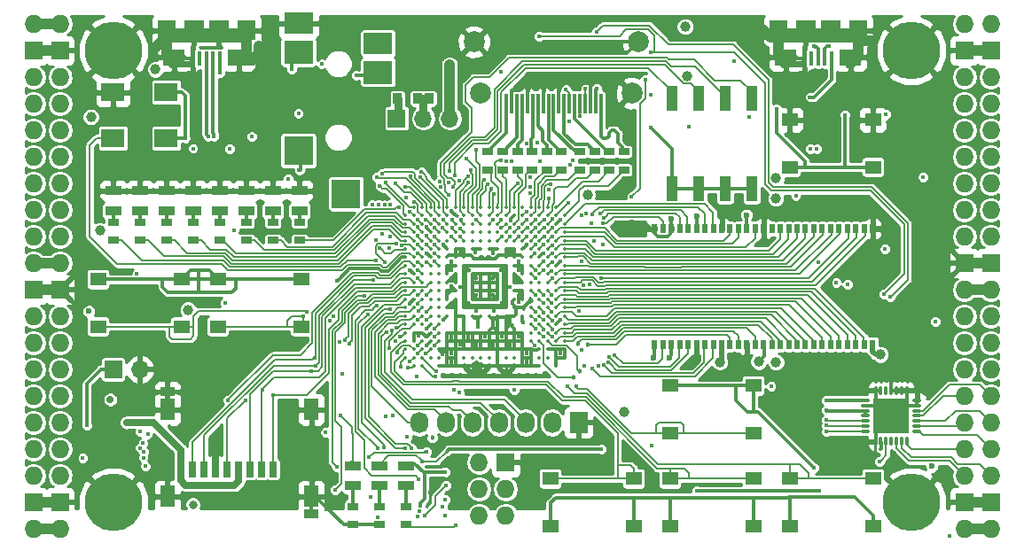
<source format=gtl>
G04 #@! TF.GenerationSoftware,KiCad,Pcbnew,5.0.0-rc2-dev-unknown+dfsg1+20180318-2*
G04 #@! TF.CreationDate,2018-06-03T18:47:03+02:00*
G04 #@! TF.ProjectId,ulx3s,756C7833732E6B696361645F70636200,rev?*
G04 #@! TF.SameCoordinates,Original*
G04 #@! TF.FileFunction,Copper,L1,Top,Signal*
G04 #@! TF.FilePolarity,Positive*
%FSLAX46Y46*%
G04 Gerber Fmt 4.6, Leading zero omitted, Abs format (unit mm)*
G04 Created by KiCad (PCBNEW 5.0.0-rc2-dev-unknown+dfsg1+20180318-2) date Sun Jun  3 18:47:03 2018*
%MOMM*%
%LPD*%
G01*
G04 APERTURE LIST*
%ADD10O,1.727200X1.727200*%
%ADD11R,1.727200X1.727200*%
%ADD12C,5.500000*%
%ADD13R,2.100000X1.600000*%
%ADD14R,1.900000X1.900000*%
%ADD15R,0.400000X1.350000*%
%ADD16R,1.800000X1.900000*%
%ADD17O,0.850000X0.300000*%
%ADD18O,0.300000X0.850000*%
%ADD19R,1.675000X1.675000*%
%ADD20R,1.727200X2.032000*%
%ADD21O,1.727200X2.032000*%
%ADD22R,1.550000X1.300000*%
%ADD23R,1.120000X2.440000*%
%ADD24C,0.350000*%
%ADD25R,2.800000X2.000000*%
%ADD26R,2.800000X2.200000*%
%ADD27R,2.800000X2.800000*%
%ADD28R,0.700000X1.500000*%
%ADD29R,1.450000X0.900000*%
%ADD30R,1.450000X2.000000*%
%ADD31R,2.200000X1.800000*%
%ADD32R,0.560000X0.900000*%
%ADD33R,1.000000X0.670000*%
%ADD34R,1.500000X0.970000*%
%ADD35R,0.300000X1.900000*%
%ADD36C,2.000000*%
%ADD37R,0.845000X1.000000*%
%ADD38R,1.700000X1.700000*%
%ADD39O,1.700000X1.700000*%
%ADD40C,0.400000*%
%ADD41C,0.700000*%
%ADD42C,0.454000*%
%ADD43C,0.600000*%
%ADD44C,1.000000*%
%ADD45C,0.800000*%
%ADD46C,0.700000*%
%ADD47C,0.300000*%
%ADD48C,0.500000*%
%ADD49C,1.000000*%
%ADD50C,0.600000*%
%ADD51C,0.190000*%
%ADD52C,0.800000*%
%ADD53C,0.200000*%
%ADD54C,0.127000*%
%ADD55C,0.180000*%
%ADD56C,0.254000*%
G04 APERTURE END LIST*
D10*
X97910000Y-62690000D03*
X95370000Y-62690000D03*
D11*
X97910000Y-65230000D03*
X95370000Y-65230000D03*
D10*
X97910000Y-67770000D03*
X95370000Y-67770000D03*
X97910000Y-70310000D03*
X95370000Y-70310000D03*
X97910000Y-72850000D03*
X95370000Y-72850000D03*
X97910000Y-75390000D03*
X95370000Y-75390000D03*
X97910000Y-77930000D03*
X95370000Y-77930000D03*
X97910000Y-80470000D03*
X95370000Y-80470000D03*
X97910000Y-83010000D03*
X95370000Y-83010000D03*
X97910000Y-85550000D03*
X95370000Y-85550000D03*
D11*
X97910000Y-88090000D03*
X95370000Y-88090000D03*
D10*
X97910000Y-90630000D03*
X95370000Y-90630000D03*
X97910000Y-93170000D03*
X95370000Y-93170000D03*
X97910000Y-95710000D03*
X95370000Y-95710000D03*
X97910000Y-98250000D03*
X95370000Y-98250000D03*
X97910000Y-100790000D03*
X95370000Y-100790000D03*
X97910000Y-103330000D03*
X95370000Y-103330000D03*
X97910000Y-105870000D03*
X95370000Y-105870000D03*
D11*
X97910000Y-108410000D03*
X95370000Y-108410000D03*
D10*
X97910000Y-110950000D03*
X95370000Y-110950000D03*
X184270000Y-110950000D03*
X186810000Y-110950000D03*
D11*
X184270000Y-108410000D03*
X186810000Y-108410000D03*
D10*
X184270000Y-105870000D03*
X186810000Y-105870000D03*
X184270000Y-103330000D03*
X186810000Y-103330000D03*
X184270000Y-100790000D03*
X186810000Y-100790000D03*
X184270000Y-98250000D03*
X186810000Y-98250000D03*
X184270000Y-95710000D03*
X186810000Y-95710000D03*
X184270000Y-93170000D03*
X186810000Y-93170000D03*
X184270000Y-90630000D03*
X186810000Y-90630000D03*
X184270000Y-88090000D03*
X186810000Y-88090000D03*
D11*
X184270000Y-85550000D03*
X186810000Y-85550000D03*
D10*
X184270000Y-83010000D03*
X186810000Y-83010000D03*
X184270000Y-80470000D03*
X186810000Y-80470000D03*
X184270000Y-77930000D03*
X186810000Y-77930000D03*
X184270000Y-75390000D03*
X186810000Y-75390000D03*
X184270000Y-72850000D03*
X186810000Y-72850000D03*
X184270000Y-70310000D03*
X186810000Y-70310000D03*
X184270000Y-67770000D03*
X186810000Y-67770000D03*
D11*
X184270000Y-65230000D03*
X186810000Y-65230000D03*
D10*
X184270000Y-62690000D03*
X186810000Y-62690000D03*
D12*
X102990000Y-108410000D03*
X179190000Y-108410000D03*
X179190000Y-65230000D03*
X102990000Y-65230000D03*
D13*
X114980000Y-65875000D03*
X108780000Y-65875000D03*
D14*
X113080000Y-63325000D03*
X110680000Y-63325000D03*
D15*
X113180000Y-66000000D03*
X112530000Y-66000000D03*
X111880000Y-66000000D03*
X111230000Y-66000000D03*
X110580000Y-66000000D03*
D16*
X115680000Y-63325000D03*
X108080000Y-63325000D03*
D13*
X173400000Y-65875000D03*
X167200000Y-65875000D03*
D14*
X171500000Y-63325000D03*
X169100000Y-63325000D03*
D15*
X171600000Y-66000000D03*
X170950000Y-66000000D03*
X170300000Y-66000000D03*
X169650000Y-66000000D03*
X169000000Y-66000000D03*
D16*
X174100000Y-63325000D03*
X166500000Y-63325000D03*
D11*
X140455000Y-104600000D03*
D10*
X137915000Y-104600000D03*
X140455000Y-107140000D03*
X137915000Y-107140000D03*
X140455000Y-109680000D03*
X137915000Y-109680000D03*
D17*
X179735000Y-101655000D03*
X179735000Y-101155000D03*
X179735000Y-100655000D03*
X179735000Y-100155000D03*
X179735000Y-99655000D03*
X179735000Y-99155000D03*
X179735000Y-98655000D03*
D18*
X178785000Y-97705000D03*
X178285000Y-97705000D03*
X177785000Y-97705000D03*
X177285000Y-97705000D03*
X176785000Y-97705000D03*
X176285000Y-97705000D03*
X175785000Y-97705000D03*
D17*
X174835000Y-98655000D03*
X174835000Y-99155000D03*
X174835000Y-99655000D03*
X174835000Y-100155000D03*
X174835000Y-100655000D03*
X174835000Y-101155000D03*
X174835000Y-101655000D03*
D18*
X175785000Y-102605000D03*
X176285000Y-102605000D03*
X176785000Y-102605000D03*
X177285000Y-102605000D03*
X177785000Y-102605000D03*
X178285000Y-102605000D03*
X178785000Y-102605000D03*
D19*
X176447500Y-99317500D03*
X176447500Y-100992500D03*
X178122500Y-99317500D03*
X178122500Y-100992500D03*
D20*
X147440000Y-100790000D03*
D21*
X144900000Y-100790000D03*
X142360000Y-100790000D03*
X139820000Y-100790000D03*
X137280000Y-100790000D03*
X134740000Y-100790000D03*
X132200000Y-100790000D03*
D22*
X175550000Y-71870000D03*
X175550000Y-76370000D03*
X167590000Y-76370000D03*
X167590000Y-71870000D03*
X101550000Y-91610000D03*
X101550000Y-87110000D03*
X109510000Y-87110000D03*
X109510000Y-91610000D03*
X112980000Y-91610000D03*
X112980000Y-87110000D03*
X120940000Y-87110000D03*
X120940000Y-91610000D03*
X156160000Y-101770000D03*
X156160000Y-97270000D03*
X164120000Y-97270000D03*
X164120000Y-101770000D03*
X164120000Y-106160000D03*
X164120000Y-110660000D03*
X156160000Y-110660000D03*
X156160000Y-106160000D03*
X152690000Y-106160000D03*
X152690000Y-110660000D03*
X144730000Y-110660000D03*
X144730000Y-106160000D03*
X175550000Y-106160000D03*
X175550000Y-110660000D03*
X167590000Y-110660000D03*
X167590000Y-106160000D03*
D23*
X156330000Y-78425000D03*
X163950000Y-69815000D03*
X158870000Y-78425000D03*
X161410000Y-69815000D03*
X161410000Y-78425000D03*
X158870000Y-69815000D03*
X163950000Y-78425000D03*
X156330000Y-69815000D03*
D24*
X131680000Y-80200000D03*
X132480000Y-80200000D03*
X133280000Y-80200000D03*
X134080000Y-80200000D03*
X134880000Y-80200000D03*
X135680000Y-80200000D03*
X136480000Y-80200000D03*
X137280000Y-80200000D03*
X138080000Y-80200000D03*
X138880000Y-80200000D03*
X139680000Y-80200000D03*
X140480000Y-80200000D03*
X141280000Y-80200000D03*
X142080000Y-80200000D03*
X142880000Y-80200000D03*
X143680000Y-80200000D03*
X144480000Y-80200000D03*
X145280000Y-80200000D03*
X130880000Y-81000000D03*
X131680000Y-81000000D03*
X132480000Y-81000000D03*
X133280000Y-81000000D03*
X134080000Y-81000000D03*
X134880000Y-81000000D03*
X135680000Y-81000000D03*
X136480000Y-81000000D03*
X137280000Y-81000000D03*
X138080000Y-81000000D03*
X138880000Y-81000000D03*
X139680000Y-81000000D03*
X140480000Y-81000000D03*
X141280000Y-81000000D03*
X142080000Y-81000000D03*
X142880000Y-81000000D03*
X143680000Y-81000000D03*
X144480000Y-81000000D03*
X145280000Y-81000000D03*
X146080000Y-81000000D03*
X130880000Y-81800000D03*
X131680000Y-81800000D03*
X132480000Y-81800000D03*
X133280000Y-81800000D03*
X134080000Y-81800000D03*
X134880000Y-81800000D03*
X135680000Y-81800000D03*
X136480000Y-81800000D03*
X137280000Y-81800000D03*
X138080000Y-81800000D03*
X138880000Y-81800000D03*
X139680000Y-81800000D03*
X140480000Y-81800000D03*
X141280000Y-81800000D03*
X142080000Y-81800000D03*
X142880000Y-81800000D03*
X143680000Y-81800000D03*
X144480000Y-81800000D03*
X145280000Y-81800000D03*
X146080000Y-81800000D03*
X130880000Y-82600000D03*
X131680000Y-82600000D03*
X132480000Y-82600000D03*
X133280000Y-82600000D03*
X134080000Y-82600000D03*
X134880000Y-82600000D03*
X135680000Y-82600000D03*
X136480000Y-82600000D03*
X137280000Y-82600000D03*
X138080000Y-82600000D03*
X138880000Y-82600000D03*
X139680000Y-82600000D03*
X140480000Y-82600000D03*
X141280000Y-82600000D03*
X142080000Y-82600000D03*
X142880000Y-82600000D03*
X143680000Y-82600000D03*
X144480000Y-82600000D03*
X145280000Y-82600000D03*
X146080000Y-82600000D03*
X130880000Y-83400000D03*
X131680000Y-83400000D03*
X132480000Y-83400000D03*
X133280000Y-83400000D03*
X134080000Y-83400000D03*
X134880000Y-83400000D03*
X135680000Y-83400000D03*
X136480000Y-83400000D03*
X137280000Y-83400000D03*
X138080000Y-83400000D03*
X138880000Y-83400000D03*
X139680000Y-83400000D03*
X140480000Y-83400000D03*
X141280000Y-83400000D03*
X142080000Y-83400000D03*
X142880000Y-83400000D03*
X143680000Y-83400000D03*
X144480000Y-83400000D03*
X145280000Y-83400000D03*
X146080000Y-83400000D03*
X130880000Y-84200000D03*
X131680000Y-84200000D03*
X132480000Y-84200000D03*
X133280000Y-84200000D03*
X134080000Y-84200000D03*
X134880000Y-84200000D03*
X135680000Y-84200000D03*
X136480000Y-84200000D03*
X137280000Y-84200000D03*
X138080000Y-84200000D03*
X138880000Y-84200000D03*
X139680000Y-84200000D03*
X140480000Y-84200000D03*
X141280000Y-84200000D03*
X142080000Y-84200000D03*
X142880000Y-84200000D03*
X143680000Y-84200000D03*
X144480000Y-84200000D03*
X145280000Y-84200000D03*
X146080000Y-84200000D03*
X130880000Y-85000000D03*
X131680000Y-85000000D03*
X132480000Y-85000000D03*
X133280000Y-85000000D03*
X134080000Y-85000000D03*
X134880000Y-85000000D03*
X135680000Y-85000000D03*
X136480000Y-85000000D03*
X137280000Y-85000000D03*
X138080000Y-85000000D03*
X138880000Y-85000000D03*
X139680000Y-85000000D03*
X140480000Y-85000000D03*
X141280000Y-85000000D03*
X142080000Y-85000000D03*
X142880000Y-85000000D03*
X143680000Y-85000000D03*
X144480000Y-85000000D03*
X145280000Y-85000000D03*
X146080000Y-85000000D03*
X130880000Y-85800000D03*
X131680000Y-85800000D03*
X132480000Y-85800000D03*
X133280000Y-85800000D03*
X134080000Y-85800000D03*
X134880000Y-85800000D03*
X135680000Y-85800000D03*
X136480000Y-85800000D03*
X137280000Y-85800000D03*
X138080000Y-85800000D03*
X138880000Y-85800000D03*
X139680000Y-85800000D03*
X140480000Y-85800000D03*
X141280000Y-85800000D03*
X142080000Y-85800000D03*
X142880000Y-85800000D03*
X143680000Y-85800000D03*
X144480000Y-85800000D03*
X145280000Y-85800000D03*
X146080000Y-85800000D03*
X130880000Y-86600000D03*
X131680000Y-86600000D03*
X132480000Y-86600000D03*
X133280000Y-86600000D03*
X134080000Y-86600000D03*
X134880000Y-86600000D03*
X135680000Y-86600000D03*
X136480000Y-86600000D03*
X137280000Y-86600000D03*
X138080000Y-86600000D03*
X138880000Y-86600000D03*
X139680000Y-86600000D03*
X140480000Y-86600000D03*
X141280000Y-86600000D03*
X142080000Y-86600000D03*
X142880000Y-86600000D03*
X143680000Y-86600000D03*
X144480000Y-86600000D03*
X145280000Y-86600000D03*
X146080000Y-86600000D03*
X130880000Y-87400000D03*
X131680000Y-87400000D03*
X132480000Y-87400000D03*
X133280000Y-87400000D03*
X134080000Y-87400000D03*
X134880000Y-87400000D03*
X135680000Y-87400000D03*
X136480000Y-87400000D03*
X137280000Y-87400000D03*
X138080000Y-87400000D03*
X138880000Y-87400000D03*
X139680000Y-87400000D03*
X140480000Y-87400000D03*
X141280000Y-87400000D03*
X142080000Y-87400000D03*
X142880000Y-87400000D03*
X143680000Y-87400000D03*
X144480000Y-87400000D03*
X145280000Y-87400000D03*
X146080000Y-87400000D03*
X130880000Y-88200000D03*
X131680000Y-88200000D03*
X132480000Y-88200000D03*
X133280000Y-88200000D03*
X134080000Y-88200000D03*
X134880000Y-88200000D03*
X135680000Y-88200000D03*
X136480000Y-88200000D03*
X137280000Y-88200000D03*
X138080000Y-88200000D03*
X138880000Y-88200000D03*
X139680000Y-88200000D03*
X140480000Y-88200000D03*
X141280000Y-88200000D03*
X142080000Y-88200000D03*
X142880000Y-88200000D03*
X143680000Y-88200000D03*
X144480000Y-88200000D03*
X145280000Y-88200000D03*
X146080000Y-88200000D03*
X130880000Y-89000000D03*
X131680000Y-89000000D03*
X132480000Y-89000000D03*
X133280000Y-89000000D03*
X134080000Y-89000000D03*
X134880000Y-89000000D03*
X135680000Y-89000000D03*
X136480000Y-89000000D03*
X137280000Y-89000000D03*
X138080000Y-89000000D03*
X138880000Y-89000000D03*
X139680000Y-89000000D03*
X140480000Y-89000000D03*
X141280000Y-89000000D03*
X142080000Y-89000000D03*
X142880000Y-89000000D03*
X143680000Y-89000000D03*
X144480000Y-89000000D03*
X145280000Y-89000000D03*
X146080000Y-89000000D03*
X130880000Y-89800000D03*
X131680000Y-89800000D03*
X132480000Y-89800000D03*
X133280000Y-89800000D03*
X134080000Y-89800000D03*
X134880000Y-89800000D03*
X135680000Y-89800000D03*
X136480000Y-89800000D03*
X137280000Y-89800000D03*
X138080000Y-89800000D03*
X138880000Y-89800000D03*
X139680000Y-89800000D03*
X140480000Y-89800000D03*
X141280000Y-89800000D03*
X142080000Y-89800000D03*
X142880000Y-89800000D03*
X143680000Y-89800000D03*
X144480000Y-89800000D03*
X145280000Y-89800000D03*
X146080000Y-89800000D03*
X130880000Y-90600000D03*
X131680000Y-90600000D03*
X132480000Y-90600000D03*
X133280000Y-90600000D03*
X134080000Y-90600000D03*
X134880000Y-90600000D03*
X135680000Y-90600000D03*
X136480000Y-90600000D03*
X137280000Y-90600000D03*
X138080000Y-90600000D03*
X138880000Y-90600000D03*
X139680000Y-90600000D03*
X140480000Y-90600000D03*
X141280000Y-90600000D03*
X142080000Y-90600000D03*
X142880000Y-90600000D03*
X143680000Y-90600000D03*
X144480000Y-90600000D03*
X145280000Y-90600000D03*
X146080000Y-90600000D03*
X130880000Y-91400000D03*
X131680000Y-91400000D03*
X132480000Y-91400000D03*
X133280000Y-91400000D03*
X134080000Y-91400000D03*
X142880000Y-91400000D03*
X143680000Y-91400000D03*
X144480000Y-91400000D03*
X145280000Y-91400000D03*
X146080000Y-91400000D03*
X130880000Y-92200000D03*
X131680000Y-92200000D03*
X132480000Y-92200000D03*
X133280000Y-92200000D03*
X134080000Y-92200000D03*
X134880000Y-92200000D03*
X135680000Y-92200000D03*
X136480000Y-92200000D03*
X137280000Y-92200000D03*
X138080000Y-92200000D03*
X138880000Y-92200000D03*
X139680000Y-92200000D03*
X140480000Y-92200000D03*
X141280000Y-92200000D03*
X142080000Y-92200000D03*
X142880000Y-92200000D03*
X143680000Y-92200000D03*
X144480000Y-92200000D03*
X145280000Y-92200000D03*
X146080000Y-92200000D03*
X130880000Y-93000000D03*
X131680000Y-93000000D03*
X132480000Y-93000000D03*
X133280000Y-93000000D03*
X134080000Y-93000000D03*
X134880000Y-93000000D03*
X135680000Y-93000000D03*
X136480000Y-93000000D03*
X137280000Y-93000000D03*
X138080000Y-93000000D03*
X138880000Y-93000000D03*
X139680000Y-93000000D03*
X140480000Y-93000000D03*
X141280000Y-93000000D03*
X142080000Y-93000000D03*
X142880000Y-93000000D03*
X143680000Y-93000000D03*
X144480000Y-93000000D03*
X145280000Y-93000000D03*
X146080000Y-93000000D03*
X130880000Y-93800000D03*
X131680000Y-93800000D03*
X132480000Y-93800000D03*
X133280000Y-93800000D03*
X134080000Y-93800000D03*
X134880000Y-93800000D03*
X135680000Y-93800000D03*
X136480000Y-93800000D03*
X137280000Y-93800000D03*
X138080000Y-93800000D03*
X138880000Y-93800000D03*
X139680000Y-93800000D03*
X140480000Y-93800000D03*
X141280000Y-93800000D03*
X142080000Y-93800000D03*
X142880000Y-93800000D03*
X143680000Y-93800000D03*
X144480000Y-93800000D03*
X145280000Y-93800000D03*
X146080000Y-93800000D03*
X130880000Y-94600000D03*
X131680000Y-94600000D03*
X132480000Y-94600000D03*
X133280000Y-94600000D03*
X134080000Y-94600000D03*
X134880000Y-94600000D03*
X135680000Y-94600000D03*
X136480000Y-94600000D03*
X137280000Y-94600000D03*
X138080000Y-94600000D03*
X138880000Y-94600000D03*
X139680000Y-94600000D03*
X140480000Y-94600000D03*
X141280000Y-94600000D03*
X142080000Y-94600000D03*
X142880000Y-94600000D03*
X143680000Y-94600000D03*
X144480000Y-94600000D03*
X145280000Y-94600000D03*
X146080000Y-94600000D03*
X131680000Y-95400000D03*
X132480000Y-95400000D03*
X134080000Y-95400000D03*
X134880000Y-95400000D03*
X135680000Y-95400000D03*
X136480000Y-95400000D03*
X138880000Y-95400000D03*
X139680000Y-95400000D03*
X141280000Y-95400000D03*
X142080000Y-95400000D03*
X142880000Y-95400000D03*
X143680000Y-95400000D03*
X145280000Y-95400000D03*
D25*
X120668000Y-62618000D03*
D26*
X120668000Y-65418000D03*
D27*
X120668000Y-74818000D03*
X125218000Y-78918000D03*
D26*
X128268000Y-67318000D03*
D25*
X128268000Y-64518000D03*
D28*
X118250000Y-105250000D03*
X117150000Y-105250000D03*
X116050000Y-105250000D03*
X114950000Y-105250000D03*
X113850000Y-105250000D03*
X112750000Y-105250000D03*
X111650000Y-105250000D03*
X110550000Y-105250000D03*
D29*
X121925000Y-109550000D03*
X108175000Y-97850000D03*
D30*
X108175000Y-107850000D03*
X121925000Y-107850000D03*
X121925000Y-99550000D03*
X108175000Y-99550000D03*
D31*
X108040000Y-69220000D03*
X102960000Y-69220000D03*
X102960000Y-73620000D03*
X108040000Y-73620000D03*
D32*
X175493000Y-82270000D03*
X154693000Y-93330000D03*
X155493000Y-93330000D03*
X156293000Y-93330000D03*
X157093000Y-93330000D03*
X157893000Y-93330000D03*
X158693000Y-93330000D03*
X159493000Y-93330000D03*
X160293000Y-93330000D03*
X161093000Y-93330000D03*
X161893000Y-93330000D03*
X162693000Y-93330000D03*
X163493000Y-93330000D03*
X164293000Y-93330000D03*
X165093000Y-93330000D03*
X165893000Y-93330000D03*
X166693000Y-93330000D03*
X167493000Y-93330000D03*
X168293000Y-93330000D03*
X169093000Y-93330000D03*
X169893000Y-93330000D03*
X170693000Y-93330000D03*
X171493000Y-93330000D03*
X172293000Y-93330000D03*
X173093000Y-93330000D03*
X173893000Y-93330000D03*
X174693000Y-93330000D03*
X175493000Y-93330000D03*
X174693000Y-82270000D03*
X173893000Y-82270000D03*
X173093000Y-82270000D03*
X172293000Y-82270000D03*
X171493000Y-82270000D03*
X170693000Y-82270000D03*
X169893000Y-82270000D03*
X169093000Y-82270000D03*
X168293000Y-82270000D03*
X167493000Y-82270000D03*
X166693000Y-82270000D03*
X165893000Y-82270000D03*
X165093000Y-82270000D03*
X164293000Y-82270000D03*
X163493000Y-82270000D03*
X162693000Y-82270000D03*
X161893000Y-82270000D03*
X161093000Y-82270000D03*
X160293000Y-82270000D03*
X159493000Y-82270000D03*
X158693000Y-82270000D03*
X157893000Y-82270000D03*
X157093000Y-82270000D03*
X156293000Y-82270000D03*
X155493000Y-82270000D03*
X154693000Y-82270000D03*
D33*
X150361000Y-76646000D03*
X150361000Y-74896000D03*
X151758000Y-74896000D03*
X151758000Y-76646000D03*
X140201000Y-74896000D03*
X140201000Y-76646000D03*
X142995000Y-76646000D03*
X142995000Y-74896000D03*
X145789000Y-76646000D03*
X145789000Y-74896000D03*
X148964000Y-74896000D03*
X148964000Y-76646000D03*
X138742800Y-76638600D03*
X138742800Y-74888600D03*
X141598000Y-74896000D03*
X141598000Y-76646000D03*
X144392000Y-74896000D03*
X144392000Y-76646000D03*
X147567000Y-76634000D03*
X147567000Y-74884000D03*
D34*
X130930000Y-106825000D03*
X130930000Y-104915000D03*
X120770000Y-78644000D03*
X120770000Y-80554000D03*
X118230000Y-80554000D03*
X118230000Y-78644000D03*
X115690000Y-78644000D03*
X115690000Y-80554000D03*
X113150000Y-78644000D03*
X113150000Y-80554000D03*
X110610000Y-80554000D03*
X110610000Y-78644000D03*
X108070000Y-80554000D03*
X108070000Y-78644000D03*
X105545000Y-78644000D03*
X105545000Y-80554000D03*
X102990000Y-80554000D03*
X102990000Y-78644000D03*
X128390000Y-106825000D03*
X128390000Y-104915000D03*
X125850000Y-104915000D03*
X125850000Y-106825000D03*
D35*
X149546000Y-70312000D03*
X149046000Y-70312000D03*
X148546000Y-70312000D03*
X148046000Y-70312000D03*
X147546000Y-70312000D03*
X147046000Y-70312000D03*
X146546000Y-70312000D03*
X146046000Y-70312000D03*
X145546000Y-70312000D03*
X145046000Y-70312000D03*
X144546000Y-70312000D03*
X144046000Y-70312000D03*
X143546000Y-70312000D03*
X143046000Y-70312000D03*
X142546000Y-70312000D03*
X142046000Y-70312000D03*
X141546000Y-70312000D03*
X141046000Y-70312000D03*
X140546000Y-70312000D03*
D36*
X152546000Y-69312000D03*
X138046000Y-69312000D03*
X153146000Y-64412000D03*
X137446000Y-64412000D03*
D33*
X120770000Y-83377000D03*
X120770000Y-81627000D03*
X118230000Y-81627000D03*
X118230000Y-83377000D03*
X115690000Y-83377000D03*
X115690000Y-81627000D03*
X113150000Y-81627000D03*
X113150000Y-83377000D03*
X110610000Y-81627000D03*
X110610000Y-83377000D03*
X108070000Y-83377000D03*
X108070000Y-81627000D03*
X105530000Y-81627000D03*
X105530000Y-83377000D03*
X102990000Y-83377000D03*
X102990000Y-81627000D03*
X128390000Y-110555000D03*
X128390000Y-108805000D03*
X130930000Y-110555000D03*
X130930000Y-108805000D03*
X125850000Y-108805000D03*
X125850000Y-110555000D03*
D37*
X130123501Y-69814500D03*
X132048501Y-69814500D03*
X135082500Y-69814500D03*
X133157500Y-69814500D03*
D38*
X102990000Y-95710000D03*
D39*
X105530000Y-95710000D03*
D38*
X130056000Y-71725000D03*
D39*
X132596000Y-71725000D03*
X135136000Y-71725000D03*
D40*
X124632693Y-93120351D03*
D41*
X112784000Y-102840000D03*
D40*
X141742847Y-69038361D03*
X152408000Y-72169500D03*
X138480000Y-92600000D03*
X140080000Y-92600000D03*
X135280000Y-87000000D03*
X145687392Y-90996646D03*
D42*
X141675979Y-86986521D03*
D40*
X140876932Y-84552536D03*
X132882184Y-84635369D03*
X132879996Y-82103336D03*
X140922639Y-81447441D03*
X177287984Y-96778661D03*
D43*
X152510125Y-81695229D03*
D40*
X131264297Y-86227110D03*
X173856000Y-71538990D03*
D44*
X164947008Y-63194069D03*
X175494572Y-64322557D03*
D40*
X135342764Y-89381630D03*
X144103496Y-84660400D03*
D44*
X177658444Y-82281349D03*
D40*
X145680000Y-81405125D03*
X145691238Y-94166752D03*
D44*
X162956098Y-95078488D03*
X158539988Y-94868772D03*
D43*
X161075765Y-80992022D03*
X164882869Y-80938986D03*
X156262773Y-81349374D03*
D40*
X149169500Y-68867500D03*
D43*
X123437000Y-108972000D03*
D40*
X135281276Y-80583119D03*
X131279502Y-89407325D03*
X170309539Y-85441529D03*
X145672808Y-85396062D03*
X133216000Y-107465000D03*
X137680000Y-88600000D03*
X142480000Y-95000000D03*
X141680000Y-92600000D03*
X135284627Y-94985297D03*
X135288625Y-94225619D03*
X134455822Y-94267172D03*
X136095958Y-93369652D03*
D42*
X139264636Y-91615205D03*
D44*
X116880503Y-64802940D03*
X106974809Y-64953974D03*
D40*
X140874194Y-91433353D03*
X142480000Y-94200000D03*
X140880000Y-93400000D03*
X139280000Y-93400000D03*
X137680000Y-93400000D03*
X136880000Y-92600000D03*
X135280000Y-92600000D03*
X132880000Y-91800000D03*
X132880000Y-93400000D03*
D42*
X139280000Y-87000000D03*
X137680000Y-87000000D03*
X136080000Y-84600000D03*
X139280000Y-88600000D03*
D44*
X166275426Y-77459534D03*
X107021491Y-67043629D03*
D40*
X172047074Y-87438453D03*
D44*
X166255545Y-79350736D03*
X157807568Y-67669269D03*
X101707889Y-82423180D03*
X166284693Y-95025145D03*
X157600000Y-62944000D03*
D40*
X119692151Y-77494120D03*
X135263000Y-87727000D03*
X141740000Y-89250994D03*
D43*
X156091000Y-94585000D03*
D40*
X140032430Y-67286930D03*
X137803000Y-91664000D03*
D43*
X181155918Y-104980708D03*
D40*
X171089123Y-98665996D03*
X171089123Y-99619659D03*
D44*
X135105588Y-66616618D03*
D40*
X181491000Y-91156000D03*
X113660608Y-89375718D03*
D44*
X148268387Y-79050018D03*
D40*
X114513935Y-82409431D03*
X109840000Y-73620000D03*
X132110753Y-92527478D03*
X165803369Y-97344883D03*
D44*
X160905403Y-95006436D03*
D43*
X158731133Y-81048929D03*
X154593901Y-94607945D03*
D44*
X164625730Y-94982471D03*
D43*
X163462982Y-80942429D03*
D44*
X176254940Y-94288458D03*
D45*
X110593913Y-108636458D03*
D40*
X180340784Y-77316932D03*
X173137949Y-87594275D03*
D41*
X102710050Y-98594954D03*
D40*
X129005202Y-100174798D03*
X176305593Y-103279812D03*
X100080000Y-104200000D03*
X139272517Y-84611349D03*
X141680000Y-86200000D03*
X132880000Y-92600000D03*
X141680000Y-85400000D03*
X121494155Y-90235621D03*
X130019546Y-91732979D03*
X121166000Y-90648000D03*
X130384540Y-92584728D03*
X146394787Y-97333919D03*
X143300000Y-86220000D03*
X144891603Y-91881937D03*
X147175985Y-97333919D03*
X147700000Y-93820000D03*
X142107219Y-91201016D03*
D44*
X110128890Y-90028152D03*
D40*
X142480000Y-83800000D03*
X134480000Y-83800000D03*
X134480000Y-91000000D03*
X154313000Y-69502500D03*
X120664983Y-71227362D03*
X122926177Y-66532317D03*
X105245010Y-86595559D03*
X128216338Y-109813327D03*
X121928000Y-95855000D03*
X115593957Y-98664957D03*
X113927000Y-98649000D03*
X122309000Y-95347000D03*
X122203636Y-94585375D03*
X117229000Y-97633008D03*
X118245000Y-98141000D03*
X162441000Y-97270000D03*
X169553000Y-74646000D03*
X170188000Y-74646000D03*
X157996000Y-72487000D03*
X169517039Y-69686488D03*
X170411010Y-107286196D03*
X158716651Y-107325176D03*
X136050273Y-97914229D03*
X132708000Y-109680000D03*
X134750646Y-106810513D03*
X133680000Y-91800000D03*
X135517000Y-97633000D03*
X134675868Y-108131585D03*
D42*
X133449289Y-102232615D03*
D40*
X133680000Y-92600000D03*
X132928488Y-103601340D03*
X127419091Y-104077728D03*
X133685482Y-93402296D03*
X134463998Y-108841973D03*
X131986331Y-96404793D03*
X131039072Y-102187000D03*
X134636872Y-109719950D03*
X132846234Y-94197073D03*
X176700000Y-84220000D03*
X143260000Y-84620000D03*
X120739932Y-76694083D03*
X126204504Y-67585368D03*
X148090000Y-68867500D03*
X147582000Y-71534498D03*
X127810351Y-87182069D03*
X132083026Y-86260405D03*
X124849021Y-96102869D03*
X113157250Y-67343629D03*
X116198000Y-73474420D03*
X127586603Y-107875044D03*
X146233418Y-68946082D03*
X131453853Y-103208291D03*
X149787294Y-81774991D03*
X144080000Y-86200000D03*
X149553145Y-86989440D03*
X144894316Y-86977564D03*
X144896700Y-83863953D03*
X149527221Y-80838006D03*
D42*
X147343891Y-93217126D03*
D40*
X144113248Y-92588762D03*
X149853189Y-81252115D03*
X144875155Y-86292748D03*
X144916886Y-83019942D03*
X148696112Y-80861847D03*
D42*
X148349010Y-93322307D03*
D40*
X144882352Y-92577990D03*
X144902941Y-91037926D03*
X148747982Y-95669626D03*
X144867244Y-90193915D03*
X149795895Y-95251084D03*
X144856756Y-89349904D03*
X150278898Y-95040253D03*
X150345974Y-94517527D03*
X144877648Y-88622010D03*
X150889207Y-94332565D03*
X143280000Y-87000000D03*
X129972715Y-93035096D03*
X131084713Y-95564177D03*
X130422000Y-95456000D03*
X131316164Y-94959140D03*
X130123373Y-94122671D03*
X132031990Y-93400000D03*
X129362027Y-93645784D03*
X141280657Y-97642010D03*
X133852393Y-95875797D03*
X133762848Y-96395146D03*
X132080000Y-94200000D03*
X128452683Y-84116867D03*
X105890482Y-103613569D03*
X129449238Y-89937935D03*
X130839477Y-103208987D03*
X132075624Y-89410644D03*
X128806823Y-103185900D03*
X128136791Y-89611518D03*
X132162861Y-106185868D03*
X132880000Y-88600000D03*
X126970181Y-88659309D03*
X124322162Y-105002357D03*
X132080000Y-87000000D03*
X125525099Y-93236764D03*
X124202418Y-107207639D03*
X110599084Y-74589383D03*
X132024412Y-109766775D03*
X114104080Y-74612196D03*
X132219727Y-109277292D03*
X131677570Y-79697994D03*
X132088008Y-81408008D03*
X132079995Y-82103334D03*
X132872609Y-82947347D03*
X133664491Y-81414685D03*
X133648389Y-82190597D03*
X131353451Y-77264702D03*
X129920953Y-77910818D03*
X129568570Y-92005655D03*
X132880000Y-91000000D03*
X129055731Y-92162718D03*
X132077338Y-91002010D03*
X131265176Y-80621782D03*
X130272149Y-80238214D03*
X128091794Y-85277024D03*
X132089786Y-85479378D03*
X146565997Y-71979003D03*
X134250176Y-78253806D03*
X163703220Y-71542164D03*
X134433979Y-82180155D03*
X135656559Y-110610712D03*
X149577281Y-103320847D03*
X132468001Y-104503413D03*
D41*
X104260000Y-100790000D03*
D40*
X111895217Y-86253790D03*
X169934000Y-107920000D03*
X169934000Y-105126000D03*
X142571021Y-82204353D03*
X143287402Y-83042010D03*
X154425580Y-102987766D03*
X168166438Y-79108038D03*
X112614274Y-73474420D03*
X112074854Y-73474420D03*
X176185734Y-104520755D03*
X143269694Y-93414905D03*
X171089123Y-101653244D03*
X143280000Y-91800000D03*
X171089123Y-101086833D03*
X144064831Y-91877646D03*
X171089123Y-100559822D03*
X144080000Y-90956495D03*
X135315381Y-82193851D03*
X135414395Y-78229653D03*
X135129679Y-76730134D03*
X136124555Y-82260038D03*
X135587699Y-77140701D03*
X136080000Y-83000000D03*
X142785835Y-77341923D03*
X142460000Y-83020000D03*
X143280000Y-83800000D03*
X169919000Y-64849000D03*
X171316000Y-64849000D03*
X125110333Y-92897638D03*
X182888000Y-111603000D03*
X124361185Y-87274371D03*
X124361184Y-87274370D03*
X172853718Y-71407275D03*
X166353476Y-70835462D03*
X123273881Y-101715917D03*
X129660000Y-100155000D03*
X128247798Y-103208979D03*
X127301115Y-90454353D03*
X132084049Y-88558274D03*
X120008000Y-67008000D03*
X129437600Y-79946788D03*
X133680000Y-83000000D03*
X128908575Y-79985477D03*
X133680000Y-83800000D03*
X128328791Y-79953099D03*
X130487935Y-83869856D03*
X133623139Y-85366416D03*
X127749884Y-79991140D03*
X128913013Y-85505853D03*
X129992018Y-83691508D03*
X136080000Y-87800000D03*
X137624890Y-90122896D03*
X139322319Y-90164039D03*
X140080000Y-89400000D03*
X136880000Y-89400000D03*
X140896226Y-87816226D03*
D42*
X136938110Y-86196311D03*
D40*
X140014602Y-86192969D03*
D44*
X151758000Y-99774000D03*
D40*
X135021320Y-79024950D03*
X135280000Y-83022010D03*
X154298000Y-72596000D03*
X100450000Y-101044000D03*
X132285867Y-108754446D03*
X134707351Y-105508447D03*
X139280000Y-81400000D03*
X139314656Y-78918689D03*
X139039938Y-78419090D03*
X138722927Y-77981589D03*
X138405916Y-77551542D03*
X137625200Y-74696800D03*
X137680000Y-81400000D03*
X136742593Y-75579407D03*
X137174375Y-76624866D03*
X136863200Y-77287600D03*
X136894606Y-77861070D03*
X136048819Y-77645502D03*
X136233339Y-81437235D03*
X135359567Y-81395445D03*
X135034780Y-77831198D03*
X134508502Y-81406751D03*
X134177298Y-77721089D03*
D42*
X146942280Y-96452058D03*
X147534467Y-95913260D03*
D40*
X147928857Y-95339016D03*
X143322010Y-91000657D03*
X149284391Y-95377990D03*
X144077013Y-90266968D03*
X147430953Y-90112484D03*
X144076240Y-89395301D03*
X143322010Y-90201951D03*
X147910791Y-87683418D03*
X144082832Y-88584510D03*
X148483539Y-87623462D03*
X143322010Y-88595030D03*
X144102010Y-85397219D03*
X144889349Y-85448737D03*
X147687390Y-85374093D03*
X144912409Y-84657964D03*
X149732494Y-83807694D03*
X148921512Y-83442010D03*
X144103186Y-83777990D03*
X144131413Y-83000000D03*
X148610661Y-81705858D03*
X144888125Y-82175931D03*
X144176662Y-82199998D03*
X148175253Y-80781550D03*
X144887777Y-81331919D03*
X147688311Y-80983115D03*
X142450323Y-81420000D03*
X142811300Y-78846033D03*
X142784407Y-78283067D03*
X142460000Y-80620000D03*
X144138346Y-81383767D03*
X144606344Y-78517346D03*
X144791531Y-78023942D03*
X146587441Y-76174058D03*
X143332651Y-82197990D03*
X146909804Y-75707894D03*
X143294334Y-81377293D03*
X143708879Y-75817300D03*
X141727010Y-82998875D03*
X141727010Y-82194937D03*
X140028978Y-82200000D03*
X141624813Y-77914503D03*
X142436989Y-74138000D03*
X140861329Y-83041266D03*
X143518000Y-74074500D03*
X140872990Y-82177164D03*
X132309031Y-77342560D03*
X132428734Y-76829323D03*
X128644933Y-77015661D03*
X128152012Y-77332672D03*
X128446805Y-78179514D03*
X128961752Y-77878818D03*
X130878594Y-78253288D03*
X132820479Y-81400981D03*
X130952639Y-79249008D03*
X129458086Y-83004065D03*
X132079024Y-82947345D03*
X105572759Y-101661319D03*
X132881746Y-83791358D03*
X128691780Y-82737217D03*
X106276126Y-101893466D03*
X105840996Y-102767214D03*
X129302562Y-84153497D03*
X132083682Y-83791356D03*
X128062071Y-83328884D03*
X105553144Y-103208669D03*
X132092886Y-84635367D03*
X105847765Y-104138847D03*
X133671942Y-84595200D03*
X132896883Y-85469380D03*
X106088753Y-104974041D03*
X123709657Y-91064721D03*
X124707442Y-100126977D03*
X132900000Y-90180000D03*
X124015020Y-90635192D03*
X132100000Y-90157990D03*
X139992737Y-75748003D03*
X162271466Y-66284958D03*
X140028978Y-81400000D03*
X140517734Y-75793988D03*
X176797084Y-71341791D03*
X154313000Y-65375000D03*
X153805000Y-67996270D03*
X176605426Y-88507160D03*
X152497066Y-79193467D03*
X146481406Y-79819384D03*
X143650666Y-63862520D03*
X177211069Y-88764025D03*
X141042112Y-75846610D03*
X140060000Y-83020000D03*
X149134122Y-63424051D03*
X144606344Y-79361357D03*
D44*
X100855891Y-71574861D03*
D40*
X135280000Y-85400000D03*
D43*
X100652119Y-90162239D03*
D40*
X137550785Y-84577294D03*
X135280000Y-86200000D03*
D46*
X112750000Y-102874000D02*
X112784000Y-102840000D01*
X112750000Y-105250000D02*
X112750000Y-102874000D01*
D47*
X153146000Y-64412000D02*
X152146001Y-65411999D01*
X152146001Y-65411999D02*
X151809999Y-65411999D01*
X153146000Y-64412000D02*
X151466000Y-64412000D01*
X151466000Y-64412000D02*
X151392000Y-64486000D01*
X125850000Y-110555000D02*
X125020000Y-110555000D01*
X125020000Y-110555000D02*
X123437000Y-108972000D01*
X128390000Y-110555000D02*
X125850000Y-110555000D01*
X118230000Y-78644000D02*
X120770000Y-78644000D01*
X115690000Y-78644000D02*
X118230000Y-78644000D01*
X113150000Y-78644000D02*
X115690000Y-78644000D01*
X110610000Y-78644000D02*
X113150000Y-78644000D01*
X108070000Y-78644000D02*
X110610000Y-78644000D01*
X105545000Y-78644000D02*
X108070000Y-78644000D01*
X102990000Y-78644000D02*
X105545000Y-78644000D01*
X141046000Y-69062000D02*
X141069639Y-69038361D01*
X141069639Y-69038361D02*
X141460005Y-69038361D01*
X141460005Y-69038361D02*
X141742847Y-69038361D01*
X141046000Y-70312000D02*
X141046000Y-69062000D01*
X141105001Y-89174999D02*
X141280000Y-89000000D01*
X141105001Y-89425001D02*
X141105001Y-89174999D01*
X142080000Y-89800000D02*
X142211038Y-89800000D01*
X142705001Y-89306037D02*
X142705001Y-89174999D01*
X142705001Y-89174999D02*
X142880000Y-89000000D01*
X141480000Y-89800000D02*
X141105001Y-89425001D01*
X142211038Y-89800000D02*
X142705001Y-89306037D01*
X152546000Y-69312000D02*
X151546001Y-68312001D01*
X151546001Y-68312001D02*
X148835999Y-68312001D01*
X148835999Y-68312001D02*
X148598000Y-68550000D01*
X148454999Y-68312001D02*
X148407500Y-68359500D01*
X146058000Y-68359500D02*
X148407500Y-68359500D01*
X148407500Y-68359500D02*
X148598000Y-68550000D01*
X148598000Y-68550000D02*
X148598000Y-69010000D01*
X145546000Y-68871500D02*
X146058000Y-68359500D01*
X145546000Y-69062000D02*
X145546000Y-68871500D01*
X148546000Y-70312000D02*
X148546000Y-69062000D01*
X148546000Y-69062000D02*
X148598000Y-69010000D01*
X144046000Y-70312000D02*
X144046000Y-68951000D01*
X145546000Y-70312000D02*
X145546000Y-69062000D01*
X145546000Y-69062000D02*
X145550000Y-69058000D01*
X142565500Y-69375500D02*
X142565500Y-69058000D01*
X142546000Y-70312000D02*
X142546000Y-69395000D01*
X142546000Y-69395000D02*
X142565500Y-69375500D01*
X138480000Y-92200000D02*
X138880000Y-92200000D01*
X138080000Y-92200000D02*
X138480000Y-92200000D01*
X138480000Y-92200000D02*
X138480000Y-92600000D01*
X140080000Y-92200000D02*
X140480000Y-92200000D01*
X139680000Y-92200000D02*
X140080000Y-92200000D01*
X140080000Y-92200000D02*
X140080000Y-92600000D01*
X139680000Y-95400000D02*
X141280000Y-95400000D01*
X136480000Y-95400000D02*
X138880000Y-95400000D01*
X140480000Y-92200000D02*
X140480000Y-91827547D01*
X140480000Y-91827547D02*
X140874194Y-91433353D01*
X141280000Y-92200000D02*
X141280000Y-91839159D01*
X141280000Y-91839159D02*
X140874194Y-91433353D01*
X139680000Y-92200000D02*
X139680000Y-92030569D01*
X139680000Y-92030569D02*
X139264636Y-91615205D01*
X138880000Y-92200000D02*
X138880000Y-91999841D01*
X138880000Y-91999841D02*
X139264636Y-91615205D01*
X139680000Y-90600000D02*
X139680000Y-92200000D01*
X135680000Y-90600000D02*
X135680000Y-92200000D01*
X135342764Y-89381630D02*
X135342764Y-89462764D01*
X135342764Y-89462764D02*
X135680000Y-89800000D01*
X135342764Y-89381630D02*
X135342764Y-89337236D01*
X135342764Y-89337236D02*
X135680000Y-89000000D01*
X135342764Y-89381630D02*
X135298370Y-89381630D01*
X135298370Y-89381630D02*
X134880000Y-89800000D01*
X135680000Y-89800000D02*
X135280000Y-89800000D01*
X135280000Y-89800000D02*
X134880000Y-89800000D01*
X135280000Y-89727236D02*
X135280000Y-89800000D01*
X135342764Y-89381630D02*
X135342764Y-89664472D01*
X135342764Y-89664472D02*
X135280000Y-89727236D01*
X135280000Y-87000000D02*
X135680000Y-86600000D01*
X135280000Y-87000000D02*
X134880000Y-87400000D01*
X135680000Y-87000000D02*
X135680000Y-87400000D01*
X135680000Y-86600000D02*
X135680000Y-87000000D01*
X135680000Y-87000000D02*
X135280000Y-87000000D01*
X139680000Y-90600000D02*
X139830784Y-90750784D01*
X139830784Y-90750784D02*
X140329216Y-90750784D01*
X140329216Y-90750784D02*
X140480000Y-90600000D01*
X145683354Y-90996646D02*
X145687392Y-90996646D01*
X145280000Y-91400000D02*
X145683354Y-90996646D01*
X141675979Y-86986521D02*
X141675979Y-87004021D01*
X141675979Y-87004021D02*
X141280000Y-87400000D01*
X141675979Y-86986521D02*
X141675979Y-86995979D01*
X141675979Y-86995979D02*
X142080000Y-87400000D01*
X141666521Y-86986521D02*
X141675979Y-86986521D01*
X141280000Y-86600000D02*
X141666521Y-86986521D01*
X140927464Y-84552536D02*
X140876932Y-84552536D01*
X141280000Y-84200000D02*
X140927464Y-84552536D01*
X133280000Y-85000000D02*
X132915369Y-84635369D01*
X132915369Y-84635369D02*
X132882184Y-84635369D01*
X133280000Y-82600000D02*
X132879996Y-82199996D01*
X132879996Y-82199996D02*
X132879996Y-82103336D01*
X141280000Y-81000000D02*
X140922639Y-81357361D01*
X140922639Y-81357361D02*
X140922639Y-81447441D01*
X177285000Y-96781645D02*
X177287984Y-96778661D01*
X177285000Y-97705000D02*
X177285000Y-96781645D01*
D48*
X184230000Y-85550000D02*
X182920003Y-84240003D01*
X182920003Y-84240003D02*
X182920003Y-84225534D01*
D47*
X184270000Y-85550000D02*
X184230000Y-85550000D01*
D48*
X184270000Y-85610000D02*
X182952738Y-86927262D01*
X182952738Y-86927262D02*
X182916738Y-86927262D01*
D47*
X184270000Y-85550000D02*
X184270000Y-85610000D01*
D48*
X97910000Y-88090000D02*
X99203955Y-86796045D01*
X99203955Y-86796045D02*
X99203955Y-86791266D01*
D47*
X155962030Y-83029572D02*
X155023970Y-83029572D01*
X155023970Y-83029572D02*
X153689627Y-81695229D01*
X156205000Y-82786602D02*
X155962030Y-83029572D01*
X153689627Y-81695229D02*
X152934389Y-81695229D01*
X152934389Y-81695229D02*
X152510125Y-81695229D01*
X156205000Y-81920000D02*
X156205000Y-82786602D01*
X135505001Y-87225001D02*
X135680000Y-87400000D01*
X135054999Y-87225001D02*
X135505001Y-87225001D01*
X134880000Y-87400000D02*
X135054999Y-87225001D01*
X131307110Y-86227110D02*
X131264297Y-86227110D01*
X131680000Y-86600000D02*
X131307110Y-86227110D01*
X174055999Y-71738989D02*
X173856000Y-71538990D01*
X174187010Y-71870000D02*
X174055999Y-71738989D01*
X175550000Y-71870000D02*
X174187010Y-71870000D01*
D49*
X165447007Y-63694068D02*
X164947008Y-63194069D01*
X165712939Y-63960000D02*
X165447007Y-63694068D01*
X166500000Y-63960000D02*
X165712939Y-63960000D01*
X174787466Y-64322557D02*
X175494572Y-64322557D01*
X174462557Y-64322557D02*
X174787466Y-64322557D01*
X174100000Y-63960000D02*
X174462557Y-64322557D01*
D47*
X135661630Y-89381630D02*
X135625606Y-89381630D01*
X135625606Y-89381630D02*
X135342764Y-89381630D01*
X135680000Y-89400000D02*
X135661630Y-89381630D01*
X139505001Y-90774999D02*
X139680000Y-90600000D01*
X139054999Y-90774999D02*
X139505001Y-90774999D01*
X138880000Y-90600000D02*
X139054999Y-90774999D01*
X144019600Y-84660400D02*
X144103496Y-84660400D01*
X143680000Y-85000000D02*
X144019600Y-84660400D01*
X177252609Y-82281349D02*
X177658444Y-82281349D01*
X177241260Y-82270000D02*
X177252609Y-82281349D01*
X145280000Y-81800000D02*
X145674875Y-81405125D01*
X145674875Y-81405125D02*
X145680000Y-81405125D01*
X145691238Y-93811238D02*
X145691238Y-93883910D01*
X145680000Y-93800000D02*
X145691238Y-93811238D01*
X145691238Y-93883910D02*
X145691238Y-94166752D01*
X121925000Y-107450000D02*
X121925000Y-109150000D01*
X163456097Y-94578489D02*
X162956098Y-95078488D01*
X163480000Y-94554586D02*
X163456097Y-94578489D01*
X163480000Y-93330000D02*
X163480000Y-94554586D01*
X161075765Y-81416286D02*
X161075765Y-80992022D01*
X161075765Y-82265765D02*
X161075765Y-81416286D01*
X161080000Y-82270000D02*
X161075765Y-82265765D01*
X156280000Y-82270000D02*
X156280000Y-81366601D01*
X156280000Y-81366601D02*
X156262773Y-81349374D01*
D48*
X175480000Y-82270000D02*
X177241260Y-82270000D01*
D47*
X149046000Y-68991000D02*
X149169500Y-68867500D01*
X149046000Y-70312000D02*
X149046000Y-68991000D01*
X134455822Y-94267172D02*
X134455822Y-94224178D01*
X134455822Y-94224178D02*
X134880000Y-93800000D01*
X121930000Y-107465000D02*
X123437000Y-108972000D01*
D49*
X184270000Y-65230000D02*
X186810000Y-65230000D01*
X184270000Y-85550000D02*
X186810000Y-85550000D01*
X184270000Y-108410000D02*
X186810000Y-108410000D01*
X95370000Y-108410000D02*
X97910000Y-108410000D01*
D48*
X97910000Y-88090000D02*
X99013590Y-89193590D01*
D47*
X99013590Y-89193590D02*
X99060056Y-89193590D01*
D49*
X95370000Y-88090000D02*
X97910000Y-88090000D01*
X95370000Y-65230000D02*
X97910000Y-65230000D01*
D47*
X139264636Y-90984636D02*
X139295364Y-90984636D01*
X139295364Y-90984636D02*
X139680000Y-90600000D01*
X140480000Y-90600000D02*
X140480000Y-92200000D01*
X135281276Y-80601276D02*
X135281276Y-80583119D01*
X135680000Y-81000000D02*
X135281276Y-80601276D01*
X131279502Y-89400498D02*
X131279502Y-89407325D01*
X131680000Y-89000000D02*
X131279502Y-89400498D01*
X145672808Y-85407192D02*
X145672808Y-85396062D01*
X145280000Y-85800000D02*
X145672808Y-85407192D01*
X137280000Y-89000000D02*
X137680000Y-88600000D01*
X142480000Y-94600000D02*
X142880000Y-94600000D01*
X142080000Y-94600000D02*
X142480000Y-94600000D01*
X142480000Y-94600000D02*
X142480000Y-95000000D01*
X141680000Y-92200000D02*
X142080000Y-92200000D01*
X141280000Y-92200000D02*
X141680000Y-92200000D01*
X141680000Y-92200000D02*
X141680000Y-92600000D01*
X135284627Y-95395373D02*
X135284627Y-95268139D01*
X135280000Y-95400000D02*
X135284627Y-95395373D01*
X135284627Y-95268139D02*
X135284627Y-94985297D01*
X135288625Y-93942777D02*
X135288625Y-94225619D01*
X135288625Y-93808625D02*
X135288625Y-93942777D01*
X135280000Y-93800000D02*
X135288625Y-93808625D01*
X134455822Y-94175822D02*
X134455822Y-94267172D01*
X134080000Y-93800000D02*
X134455822Y-94175822D01*
X145280000Y-94600000D02*
X145280000Y-95400000D01*
X143498655Y-93891906D02*
X143590561Y-93800000D01*
X143040733Y-93891906D02*
X143498655Y-93891906D01*
X142880000Y-93800000D02*
X142948827Y-93800000D01*
X142948827Y-93800000D02*
X143040733Y-93891906D01*
X143590561Y-93800000D02*
X143680000Y-93800000D01*
X145280000Y-93800000D02*
X144480000Y-93800000D01*
X146080000Y-94600000D02*
X146080000Y-93800000D01*
X145280000Y-94600000D02*
X146080000Y-94600000D01*
X142080000Y-95400000D02*
X142080000Y-94600000D01*
X142880000Y-95400000D02*
X142880000Y-94600000D01*
X142880000Y-95400000D02*
X143680000Y-95400000D01*
X142080000Y-95400000D02*
X142880000Y-95400000D01*
X141280000Y-95400000D02*
X142080000Y-95400000D01*
X142080000Y-93000000D02*
X142080000Y-93800000D01*
X138880000Y-92200000D02*
X138880000Y-93000000D01*
X139680000Y-92200000D02*
X139680000Y-93000000D01*
X140480000Y-93000000D02*
X140480000Y-92200000D01*
X141280000Y-93000000D02*
X141280000Y-92200000D01*
X142080000Y-93000000D02*
X141280000Y-93000000D01*
X142080000Y-92200000D02*
X142080000Y-93000000D01*
X140480000Y-92200000D02*
X141280000Y-92200000D01*
X138880000Y-92200000D02*
X139680000Y-92200000D01*
X136095958Y-93086810D02*
X136095958Y-93369652D01*
X136080000Y-93000000D02*
X136095958Y-93015958D01*
X136095958Y-93015958D02*
X136095958Y-93086810D01*
X139264636Y-91294179D02*
X139264636Y-91615205D01*
X139264636Y-90984636D02*
X139264636Y-91294179D01*
X138880000Y-90600000D02*
X139264636Y-90984636D01*
D49*
X116880503Y-65510046D02*
X116880503Y-64802940D01*
X116265561Y-66124988D02*
X116880503Y-65510046D01*
X115680000Y-65910000D02*
X115894988Y-66124988D01*
X115680000Y-63960000D02*
X115680000Y-65910000D01*
X115894988Y-66124988D02*
X116265561Y-66124988D01*
X107474808Y-64453975D02*
X106974809Y-64953974D01*
X107968783Y-63960000D02*
X107474808Y-64453975D01*
X108080000Y-63960000D02*
X107968783Y-63960000D01*
D47*
X175495631Y-72230631D02*
X175495631Y-71740274D01*
X175535000Y-72270000D02*
X175495631Y-72230631D01*
D50*
X108780000Y-66510000D02*
X110455000Y-66510000D01*
D47*
X110455000Y-66510000D02*
X110580000Y-66635000D01*
D49*
X108080000Y-63960000D02*
X108080000Y-65810000D01*
X108080000Y-65810000D02*
X108780000Y-66510000D01*
X115680000Y-63960000D02*
X115680000Y-65810000D01*
D47*
X115680000Y-65810000D02*
X114980000Y-66510000D01*
D49*
X113080000Y-63960000D02*
X115680000Y-63960000D01*
X110680000Y-63960000D02*
X113080000Y-63960000D01*
X108080000Y-63960000D02*
X110680000Y-63960000D01*
D50*
X167200000Y-66510000D02*
X168875000Y-66510000D01*
D47*
X168875000Y-66510000D02*
X169000000Y-66635000D01*
D49*
X174100000Y-63960000D02*
X174100000Y-65810000D01*
X174100000Y-65810000D02*
X173400000Y-66510000D01*
X166500000Y-63960000D02*
X166500000Y-65810000D01*
X166500000Y-65810000D02*
X167200000Y-66510000D01*
X171500000Y-63960000D02*
X174100000Y-63960000D01*
X169100000Y-63960000D02*
X171500000Y-63960000D01*
X166500000Y-63960000D02*
X169100000Y-63960000D01*
D47*
X178785000Y-97705000D02*
X178785000Y-98655000D01*
X178785000Y-98655000D02*
X178122500Y-99317500D01*
X176285000Y-97705000D02*
X175785000Y-97705000D01*
X175785000Y-102605000D02*
X175785000Y-101655000D01*
X175785000Y-101655000D02*
X176447500Y-100992500D01*
X178122500Y-99317500D02*
X178122500Y-100992500D01*
X176447500Y-99317500D02*
X178122500Y-99317500D01*
X176447500Y-100992500D02*
X178122500Y-100992500D01*
X178122500Y-99317500D02*
X178285000Y-99155000D01*
X178285000Y-99155000D02*
X179735000Y-99155000D01*
X179735000Y-98655000D02*
X179735000Y-99155000D01*
X177785000Y-97705000D02*
X177920000Y-97705000D01*
X177920000Y-97705000D02*
X178285000Y-97705000D01*
X178285000Y-97705000D02*
X178785000Y-97705000D01*
X177285000Y-97705000D02*
X177785000Y-97705000D01*
X175785000Y-97705000D02*
X175785000Y-98655000D01*
X175785000Y-98655000D02*
X176447500Y-99317500D01*
X174835000Y-99155000D02*
X176285000Y-99155000D01*
X176285000Y-99155000D02*
X176447500Y-99317500D01*
X135054999Y-84825001D02*
X137080000Y-84825001D01*
X137280000Y-85000000D02*
X137105001Y-84825001D01*
X137105001Y-84825001D02*
X137080000Y-84825001D01*
X138280000Y-85088351D02*
X137368351Y-85088351D01*
X137368351Y-85088351D02*
X137280000Y-85000000D01*
X139680000Y-86600000D02*
X139280000Y-87000000D01*
X139680000Y-88200000D02*
X139680000Y-89000000D01*
X139680000Y-87400000D02*
X139680000Y-88200000D01*
X139680000Y-86600000D02*
X139680000Y-87400000D01*
X137280000Y-88200000D02*
X137280000Y-89000000D01*
X137280000Y-87400000D02*
X137280000Y-88200000D01*
X137280000Y-86600000D02*
X137280000Y-87400000D01*
X138880000Y-87400000D02*
X138880000Y-88200000D01*
X138880000Y-86600000D02*
X138880000Y-87400000D01*
X138080000Y-87400000D02*
X138080000Y-86600000D01*
X138080000Y-88200000D02*
X138080000Y-87400000D01*
X138080000Y-89000000D02*
X138080000Y-88200000D01*
X138080000Y-88200000D02*
X138880000Y-88200000D01*
X138080000Y-87400000D02*
X138880000Y-87400000D01*
X137280000Y-87400000D02*
X138080000Y-87400000D01*
X141280000Y-89800000D02*
X141480000Y-89800000D01*
X141480000Y-89800000D02*
X142080000Y-89800000D01*
X141454999Y-90425001D02*
X141454999Y-89825001D01*
X141454999Y-89825001D02*
X141480000Y-89800000D01*
X140874194Y-90605806D02*
X140874194Y-91150511D01*
X140880000Y-90600000D02*
X140874194Y-90605806D01*
X140874194Y-91150511D02*
X140874194Y-91433353D01*
X140480000Y-90600000D02*
X140880000Y-90600000D01*
X140880000Y-90600000D02*
X141280000Y-90600000D01*
X141280000Y-85000000D02*
X141280000Y-84800000D01*
X141280000Y-84200000D02*
X141280000Y-85000000D01*
X140480000Y-84200000D02*
X141280000Y-84200000D01*
X141280000Y-84800000D02*
X141280000Y-84200000D01*
X141905001Y-84825001D02*
X141305001Y-84825001D01*
X141305001Y-84825001D02*
X141280000Y-84800000D01*
X140480000Y-85000000D02*
X140480000Y-84200000D01*
X139680000Y-85000000D02*
X139680000Y-84898347D01*
X139680000Y-84898347D02*
X139753346Y-84825001D01*
X138280000Y-85088351D02*
X138680000Y-85088351D01*
X138280000Y-85088351D02*
X139489996Y-85088351D01*
X138080000Y-85000000D02*
X138191649Y-85000000D01*
X138191649Y-85000000D02*
X138280000Y-85088351D01*
X138880000Y-85000000D02*
X138768351Y-85000000D01*
X138768351Y-85000000D02*
X138680000Y-85088351D01*
X135680000Y-84200000D02*
X135680000Y-84800000D01*
X135680000Y-84800000D02*
X135680000Y-85000000D01*
X135054999Y-84825001D02*
X135654999Y-84825001D01*
X135654999Y-84825001D02*
X135680000Y-84800000D01*
X136480000Y-85000000D02*
X136480000Y-84200000D01*
X134880000Y-85000000D02*
X135054999Y-84825001D01*
X138880000Y-87400000D02*
X139680000Y-87400000D01*
X138880000Y-88200000D02*
X138880000Y-89000000D01*
X138880000Y-88200000D02*
X139680000Y-88200000D01*
X137280000Y-88200000D02*
X138080000Y-88200000D01*
X141280000Y-90600000D02*
X141454999Y-90425001D01*
X145680000Y-93800000D02*
X145280000Y-93800000D01*
X146080000Y-93800000D02*
X145680000Y-93800000D01*
X135680000Y-89400000D02*
X135680000Y-89800000D01*
X135680000Y-89000000D02*
X135680000Y-89400000D01*
X135280000Y-95400000D02*
X135680000Y-95400000D01*
X134880000Y-95400000D02*
X135280000Y-95400000D01*
X135280000Y-93800000D02*
X135680000Y-93800000D01*
X134880000Y-93800000D02*
X135280000Y-93800000D01*
X142480000Y-93800000D02*
X142080000Y-93800000D01*
X142880000Y-93800000D02*
X142480000Y-93800000D01*
X142480000Y-93800000D02*
X142480000Y-94200000D01*
X140880000Y-93000000D02*
X141280000Y-93000000D01*
X140480000Y-93000000D02*
X140880000Y-93000000D01*
X140880000Y-93000000D02*
X140880000Y-93400000D01*
X139280000Y-93000000D02*
X138880000Y-93000000D01*
X139680000Y-93000000D02*
X139280000Y-93000000D01*
X139280000Y-93000000D02*
X139280000Y-93400000D01*
X137680000Y-93000000D02*
X137280000Y-93000000D01*
X137680000Y-93000000D02*
X137680000Y-93400000D01*
X138080000Y-93000000D02*
X137680000Y-93000000D01*
X136080000Y-93000000D02*
X135680000Y-93000000D01*
X136480000Y-93000000D02*
X136080000Y-93000000D01*
X136880000Y-93000000D02*
X136480000Y-93000000D01*
X137280000Y-93000000D02*
X136880000Y-93000000D01*
X136880000Y-93000000D02*
X136880000Y-92600000D01*
X135280000Y-93000000D02*
X135680000Y-93000000D01*
X134880000Y-93000000D02*
X135280000Y-93000000D01*
X135280000Y-93000000D02*
X135280000Y-92600000D01*
X133280000Y-91400000D02*
X132880000Y-91800000D01*
X133280000Y-93000000D02*
X132880000Y-93400000D01*
X139753346Y-84825001D02*
X141905001Y-84825001D01*
X139489996Y-85088351D02*
X139753346Y-84825001D01*
X141905001Y-84825001D02*
X142080000Y-85000000D01*
X136480000Y-90600000D02*
X136480000Y-92200000D01*
X139680000Y-89000000D02*
X139280000Y-88600000D01*
X137280000Y-86600000D02*
X137680000Y-87000000D01*
X136480000Y-84200000D02*
X136080000Y-84600000D01*
X141280000Y-86600000D02*
X141280000Y-87400000D01*
X142080000Y-87400000D02*
X141280000Y-87400000D01*
X135680000Y-84200000D02*
X136480000Y-84200000D01*
X138880000Y-86600000D02*
X139680000Y-86600000D01*
X138080000Y-86600000D02*
X138880000Y-86600000D01*
X137280000Y-86600000D02*
X138080000Y-86600000D01*
X138880000Y-89000000D02*
X139680000Y-89000000D01*
X138080000Y-89000000D02*
X138880000Y-89000000D01*
X137280000Y-89000000D02*
X138080000Y-89000000D01*
X135680000Y-90600000D02*
X135680000Y-89800000D01*
X135680000Y-90600000D02*
X136480000Y-90600000D01*
X140480000Y-93000000D02*
X139680000Y-93000000D01*
X139680000Y-93800000D02*
X140480000Y-93800000D01*
X139680000Y-93800000D02*
X139680000Y-94600000D01*
X139680000Y-95400000D02*
X139680000Y-94600000D01*
X138880000Y-95400000D02*
X139680000Y-95400000D01*
X135680000Y-95400000D02*
X136480000Y-95400000D01*
X135680000Y-95400000D02*
X135680000Y-94600000D01*
X134880000Y-95400000D02*
X134080000Y-95400000D01*
X134880000Y-94600000D02*
X134880000Y-95400000D01*
X134080000Y-93800000D02*
X134880000Y-93800000D01*
X134880000Y-94600000D02*
X134880000Y-93800000D01*
X135680000Y-94600000D02*
X134880000Y-94600000D01*
X135680000Y-93800000D02*
X135680000Y-94600000D01*
X134880000Y-93000000D02*
X134880000Y-93800000D01*
X134880000Y-92200000D02*
X134880000Y-93000000D01*
X135680000Y-92200000D02*
X134880000Y-92200000D01*
X135680000Y-93800000D02*
X136480000Y-93800000D01*
X135680000Y-93000000D02*
X135680000Y-93800000D01*
X135680000Y-92200000D02*
X135680000Y-93000000D01*
X135680000Y-92200000D02*
X136480000Y-92200000D01*
X136480000Y-92200000D02*
X137280000Y-92200000D01*
X137280000Y-93800000D02*
X137280000Y-93000000D01*
X136480000Y-93800000D02*
X137280000Y-93800000D01*
X136480000Y-93000000D02*
X136480000Y-93800000D01*
X136480000Y-92200000D02*
X136480000Y-93000000D01*
X137280000Y-92200000D02*
X138080000Y-92200000D01*
X137280000Y-93800000D02*
X138080000Y-93800000D01*
X137280000Y-92200000D02*
X137280000Y-93000000D01*
X138080000Y-92200000D02*
X138080000Y-93000000D01*
X138080000Y-93000000D02*
X138880000Y-93000000D01*
X138080000Y-93800000D02*
X138080000Y-93000000D01*
X138880000Y-93800000D02*
X138080000Y-93800000D01*
X138880000Y-93000000D02*
X138880000Y-93800000D01*
X139680000Y-93800000D02*
X139680000Y-93000000D01*
X138880000Y-93800000D02*
X139680000Y-93800000D01*
X140480000Y-93000000D02*
X140480000Y-93800000D01*
X141280000Y-93000000D02*
X141280000Y-93800000D01*
X141280000Y-93800000D02*
X142080000Y-93800000D01*
X140480000Y-93800000D02*
X141280000Y-93800000D01*
X142080000Y-93800000D02*
X142080000Y-94600000D01*
X142880000Y-94600000D02*
X142880000Y-93800000D01*
X145280000Y-93800000D02*
X145280000Y-94600000D01*
X186810000Y-62877865D02*
X186810000Y-62690000D01*
D48*
X175522000Y-94007914D02*
X175802544Y-94288458D01*
X175522000Y-93442000D02*
X175522000Y-94007914D01*
X175802544Y-94288458D02*
X176254940Y-94288458D01*
X161080000Y-93636243D02*
X161080000Y-94781075D01*
X161080000Y-94781075D02*
X160905403Y-94955672D01*
X160905403Y-94955672D02*
X160905403Y-95006436D01*
D47*
X156280000Y-93330000D02*
X156280000Y-94396000D01*
X156280000Y-94396000D02*
X156091000Y-94585000D01*
X154693000Y-94457000D02*
X154694000Y-94458000D01*
X154693000Y-93330000D02*
X154693000Y-94457000D01*
X154694000Y-94458000D02*
X154593901Y-94558099D01*
X154593901Y-94558099D02*
X154593901Y-94607945D01*
X135263000Y-87783000D02*
X135263000Y-87727000D01*
X134880000Y-88600000D02*
X135263000Y-88217000D01*
X135263000Y-88009842D02*
X135263000Y-87727000D01*
X135263000Y-88217000D02*
X135263000Y-88009842D01*
X135680000Y-88200000D02*
X135263000Y-87783000D01*
X141763091Y-88580633D02*
X141740000Y-88603724D01*
X141740000Y-88940000D02*
X141740000Y-88968158D01*
X141680000Y-88200000D02*
X141763091Y-88283091D01*
X141740000Y-88968158D02*
X141740000Y-89250994D01*
X142080000Y-88600000D02*
X141740000Y-88940000D01*
X142080000Y-88200000D02*
X141763091Y-88516909D01*
X141763091Y-88516909D02*
X141763091Y-88580633D01*
X141740000Y-88603724D02*
X141740000Y-88968158D01*
X141763091Y-88283091D02*
X141763091Y-88580633D01*
X135031700Y-69769200D02*
X135031700Y-71620700D01*
X135031700Y-71620700D02*
X135136000Y-71725000D01*
X137803000Y-90923000D02*
X137803000Y-91381158D01*
X137803000Y-91381158D02*
X137803000Y-91664000D01*
X137680000Y-90800000D02*
X137803000Y-90923000D01*
X137280000Y-90600000D02*
X137407485Y-90727485D01*
X137407485Y-90727485D02*
X137952515Y-90727485D01*
X137952515Y-90727485D02*
X138080000Y-90600000D01*
X142080000Y-85800000D02*
X141680000Y-86200000D01*
X142080000Y-85800000D02*
X142080000Y-86200000D01*
X142080000Y-86200000D02*
X142080000Y-86600000D01*
X141680000Y-86200000D02*
X142080000Y-86200000D01*
X171124464Y-99655000D02*
X171089123Y-99619659D01*
X174835000Y-99655000D02*
X171124464Y-99655000D01*
X174835000Y-98655000D02*
X171100119Y-98655000D01*
X171100119Y-98655000D02*
X171089123Y-98665996D01*
X135105588Y-66805157D02*
X135105588Y-66616618D01*
D49*
X135105588Y-71694588D02*
X135105588Y-66616618D01*
D47*
X135037757Y-66872988D02*
X135105588Y-66805157D01*
X108040000Y-69220000D02*
X109517000Y-69220000D01*
X109517000Y-69220000D02*
X109840000Y-69543000D01*
X109840000Y-69543000D02*
X109840000Y-69797000D01*
X109840000Y-69797000D02*
X109840000Y-73620000D01*
X135105588Y-71694588D02*
X135136000Y-71725000D01*
X109840000Y-73620000D02*
X108040000Y-73620000D01*
X132110753Y-92244636D02*
X132110753Y-92527478D01*
X132110753Y-92230753D02*
X132110753Y-92244636D01*
X132080000Y-92200000D02*
X132110753Y-92230753D01*
X158731133Y-82218867D02*
X158731133Y-81473193D01*
X158731133Y-81473193D02*
X158731133Y-81048929D01*
X158680000Y-82270000D02*
X158731133Y-82218867D01*
X165125729Y-94482472D02*
X164625730Y-94982471D01*
X165125729Y-93375729D02*
X165125729Y-94482472D01*
X165080000Y-93330000D02*
X165125729Y-93375729D01*
X163462982Y-81366693D02*
X163462982Y-80942429D01*
X163462982Y-82252982D02*
X163462982Y-81366693D01*
X163480000Y-82270000D02*
X163462982Y-82252982D01*
D49*
X184270000Y-88090000D02*
X186810000Y-88090000D01*
X184270000Y-110950000D02*
X186810000Y-110950000D01*
D47*
X176305593Y-102996970D02*
X176305593Y-103279812D01*
X176285000Y-102605000D02*
X176305593Y-102625593D01*
X176285000Y-103300405D02*
X176305593Y-103279812D01*
X176285000Y-103330000D02*
X176285000Y-103300405D01*
X176305593Y-102625593D02*
X176305593Y-102996970D01*
X176280000Y-103335000D02*
X176285000Y-103330000D01*
X174835000Y-99655000D02*
X174835000Y-100155000D01*
X137680000Y-90800000D02*
X137880000Y-90800000D01*
X137480000Y-90800000D02*
X137680000Y-90800000D01*
X137880000Y-90800000D02*
X138080000Y-90600000D01*
X137280000Y-90600000D02*
X137480000Y-90800000D01*
X132880000Y-92600000D02*
X133280000Y-92200000D01*
X132480000Y-92200000D02*
X132880000Y-92600000D01*
X139272517Y-84328507D02*
X139272517Y-84611349D01*
X139272517Y-84207483D02*
X139272517Y-84328507D01*
X139280000Y-84200000D02*
X139272517Y-84207483D01*
X142080000Y-88600000D02*
X142080000Y-89000000D01*
X142080000Y-88200000D02*
X142080000Y-88600000D01*
X141680000Y-85800000D02*
X141680000Y-86200000D01*
X132080000Y-92200000D02*
X132480000Y-92200000D01*
X131680000Y-92200000D02*
X132080000Y-92200000D01*
X131680000Y-93000000D02*
X131680000Y-92200000D01*
X134880000Y-88600000D02*
X134880000Y-89000000D01*
X134880000Y-88200000D02*
X134880000Y-88600000D01*
X141680000Y-88200000D02*
X142080000Y-88200000D01*
X141280000Y-88200000D02*
X141680000Y-88200000D01*
X141680000Y-85800000D02*
X142080000Y-85800000D01*
X141280000Y-85800000D02*
X141680000Y-85800000D01*
X141680000Y-85800000D02*
X141680000Y-85400000D01*
X139280000Y-84200000D02*
X139680000Y-84200000D01*
X138880000Y-84200000D02*
X139280000Y-84200000D01*
X134880000Y-88200000D02*
X135680000Y-88200000D01*
D51*
X156218000Y-105152986D02*
X157514986Y-105152986D01*
X154948000Y-105152986D02*
X156218000Y-105152986D01*
X156160000Y-106160000D02*
X156160000Y-105210986D01*
X156160000Y-105210986D02*
X156218000Y-105152986D01*
X157996000Y-106160000D02*
X164120000Y-106160000D01*
X156160000Y-106160000D02*
X157996000Y-106160000D01*
X157514986Y-105152986D02*
X157996000Y-105634000D01*
X157996000Y-105634000D02*
X157996000Y-106160000D01*
X154948000Y-105152986D02*
X148153982Y-98358968D01*
X156690000Y-106560000D02*
X156355014Y-106560000D01*
X145980952Y-98358968D02*
X144481958Y-96859974D01*
X148153982Y-98358968D02*
X145980952Y-98358968D01*
X144481958Y-96859974D02*
X136018451Y-96859974D01*
X136009197Y-96850720D02*
X135341455Y-96850720D01*
X135332201Y-96859974D02*
X130865089Y-96859974D01*
X136018451Y-96859974D02*
X136009197Y-96850720D01*
X130865089Y-96859974D02*
X129853650Y-95848535D01*
X135341455Y-96850720D02*
X135332201Y-96859974D01*
X130705001Y-94187437D02*
X130705001Y-93974999D01*
X129853650Y-95848535D02*
X129853650Y-95038788D01*
X129853650Y-95038788D02*
X130705001Y-94187437D01*
X130705001Y-93974999D02*
X130880000Y-93800000D01*
X110641664Y-90648000D02*
X111149664Y-90140000D01*
X110641664Y-91664000D02*
X110641664Y-90648000D01*
X111149664Y-90140000D02*
X121398534Y-90140000D01*
X121398534Y-90140000D02*
X121494155Y-90235621D01*
X108339000Y-91610000D02*
X108339000Y-92553000D01*
X110371000Y-92807000D02*
X110641664Y-92536336D01*
X108085000Y-91610000D02*
X108339000Y-91610000D01*
X108339000Y-92553000D02*
X108593000Y-92807000D01*
X108593000Y-92807000D02*
X110371000Y-92807000D01*
X110641664Y-92536336D02*
X110641664Y-91664000D01*
X110641664Y-91664000D02*
X110587664Y-91610000D01*
X110587664Y-91610000D02*
X109510000Y-91610000D01*
X109510000Y-91610000D02*
X108085000Y-91610000D01*
X108085000Y-91610000D02*
X101550000Y-91610000D01*
X130156046Y-91732979D02*
X130019546Y-91732979D01*
X130489025Y-91400000D02*
X130156046Y-91732979D01*
X130880000Y-91400000D02*
X130489025Y-91400000D01*
X119642000Y-91029000D02*
X120023000Y-90648000D01*
X119642000Y-91610000D02*
X119642000Y-91029000D01*
X120023000Y-90648000D02*
X120883158Y-90648000D01*
X120883158Y-90648000D02*
X121166000Y-90648000D01*
X120940000Y-91610000D02*
X119642000Y-91610000D01*
X119642000Y-91610000D02*
X119320290Y-91610000D01*
X121166000Y-90648000D02*
X121166000Y-91384000D01*
X121166000Y-91384000D02*
X120940000Y-91610000D01*
X119320290Y-91610000D02*
X119317645Y-91607355D01*
X119317645Y-91607355D02*
X112980537Y-91607355D01*
X130880000Y-92200000D02*
X130495272Y-92584728D01*
X130495272Y-92584728D02*
X130384540Y-92584728D01*
X152408000Y-104872000D02*
X152690000Y-105154000D01*
X151170694Y-104872000D02*
X152408000Y-104872000D01*
X152690000Y-105154000D02*
X152690000Y-106160000D01*
X151170694Y-101824000D02*
X151170694Y-104872000D01*
X151170694Y-104872000D02*
X151170694Y-106127306D01*
X148022673Y-98675979D02*
X151170694Y-101824000D01*
X144730000Y-106160000D02*
X151138000Y-106160000D01*
X151138000Y-106160000D02*
X152690000Y-106160000D01*
X151170694Y-106127306D02*
X151138000Y-106160000D01*
X130733779Y-97176985D02*
X135463511Y-97176985D01*
X130880000Y-93000000D02*
X130816480Y-93063520D01*
X135463511Y-97176985D02*
X135472765Y-97167731D01*
X135472765Y-97167731D02*
X135877887Y-97167731D01*
X130541105Y-93063520D02*
X129513368Y-94091257D01*
X144350648Y-97176985D02*
X145849642Y-98675979D01*
X135877887Y-97167731D02*
X135887141Y-97176985D01*
X129513368Y-95956574D02*
X130733779Y-97176985D01*
X130816480Y-93063520D02*
X130541105Y-93063520D01*
X145849642Y-98675979D02*
X148022673Y-98675979D01*
X129513368Y-94091257D02*
X129513368Y-95956574D01*
X135887141Y-97176985D02*
X144350648Y-97176985D01*
X167521000Y-104745000D02*
X168537000Y-104745000D01*
X167590000Y-106160000D02*
X167590000Y-104814000D01*
X154988334Y-104745000D02*
X167521000Y-104745000D01*
X167590000Y-104814000D02*
X167521000Y-104745000D01*
X147056868Y-97996000D02*
X148239334Y-97996000D01*
X146394787Y-97333919D02*
X147056868Y-97996000D01*
X168537000Y-104745000D02*
X169426000Y-105634000D01*
X169426000Y-105634000D02*
X169426000Y-106160000D01*
X148239334Y-97996000D02*
X154988334Y-104745000D01*
X169426000Y-106160000D02*
X175550000Y-106160000D01*
X167590000Y-106160000D02*
X169426000Y-106160000D01*
X142880000Y-85800000D02*
X143300000Y-86220000D01*
X157488000Y-101770000D02*
X156160000Y-101770000D01*
X157742000Y-101770000D02*
X157488000Y-101770000D01*
X157488000Y-101516000D02*
X157488000Y-101770000D01*
X154821000Y-101062000D02*
X155075000Y-100808000D01*
X154821000Y-101770000D02*
X154821000Y-101062000D01*
X155075000Y-100808000D02*
X157234000Y-100808000D01*
X157234000Y-100808000D02*
X157488000Y-101062000D01*
X157488000Y-101062000D02*
X157488000Y-101516000D01*
X154240000Y-101770000D02*
X154821000Y-101770000D01*
X154821000Y-101770000D02*
X156160000Y-101770000D01*
X164120000Y-101770000D02*
X157742000Y-101770000D01*
X152461654Y-101770000D02*
X154240000Y-101770000D01*
X144900000Y-91873540D02*
X144891603Y-91881937D01*
X144900000Y-91820000D02*
X144900000Y-91873540D01*
X144480000Y-91400000D02*
X144900000Y-91820000D01*
X152461654Y-101770000D02*
X148225572Y-97533918D01*
X148225572Y-97533918D02*
X147375984Y-97533918D01*
X147375984Y-97533918D02*
X147175985Y-97333919D01*
D52*
X130160300Y-69769200D02*
X130160300Y-71620700D01*
D47*
X130160300Y-71620700D02*
X130056000Y-71725000D01*
X142080000Y-90600000D02*
X142080000Y-91173797D01*
X142080000Y-91173797D02*
X142107219Y-91201016D01*
X142254999Y-84025001D02*
X142480000Y-83800000D01*
X142080000Y-84200000D02*
X142254999Y-84025001D01*
X134880000Y-84200000D02*
X134480000Y-83800000D01*
X134880000Y-90600000D02*
X134480000Y-91000000D01*
D51*
X121645158Y-95855000D02*
X121928000Y-95855000D01*
X118255436Y-95855000D02*
X121645158Y-95855000D01*
X116050000Y-98060436D02*
X118255436Y-95855000D01*
X116050000Y-105250000D02*
X116050000Y-98060436D01*
X126001792Y-87603286D02*
X122942647Y-90662431D01*
X127435362Y-87603286D02*
X126001792Y-87603286D01*
X129388972Y-87604079D02*
X127436155Y-87604079D01*
X122942647Y-95475353D02*
X122563000Y-95855000D01*
X130880000Y-86600000D02*
X130393051Y-86600000D01*
X127436155Y-87604079D02*
X127435362Y-87603286D01*
X122563000Y-95855000D02*
X122210842Y-95855000D01*
X130393051Y-86600000D02*
X129388972Y-87604079D01*
X122942647Y-90662431D02*
X122942647Y-95475353D01*
X122210842Y-95855000D02*
X121928000Y-95855000D01*
X115593957Y-98664957D02*
X113850000Y-100408914D01*
X113850000Y-100408914D02*
X113850000Y-105250000D01*
X113850000Y-98726000D02*
X113927000Y-98649000D01*
X128467583Y-86709444D02*
X128201195Y-86443056D01*
X130682647Y-85400000D02*
X129373203Y-86709444D01*
X118235156Y-94340844D02*
X114126999Y-98449001D01*
X131680000Y-85800000D02*
X131280000Y-85400000D01*
X121991614Y-93186787D02*
X120837557Y-94340844D01*
X120837557Y-94340844D02*
X118235156Y-94340844D01*
X114126999Y-98449001D02*
X113927000Y-98649000D01*
X128201195Y-86443056D02*
X125817059Y-86443056D01*
X125817059Y-86443056D02*
X121991614Y-90268501D01*
X129373203Y-86709444D02*
X128467583Y-86709444D01*
X131280000Y-85400000D02*
X130682647Y-85400000D01*
X121991614Y-90268501D02*
X121991614Y-93186787D01*
X118315115Y-95347000D02*
X122026158Y-95347000D01*
X111650000Y-105250000D02*
X111650000Y-102012115D01*
X111650000Y-102012115D02*
X118315115Y-95347000D01*
X122026158Y-95347000D02*
X122309000Y-95347000D01*
X122309000Y-95347000D02*
X122625636Y-95030364D01*
X122625636Y-90531121D02*
X125974688Y-87182069D01*
X122625636Y-95030364D02*
X122625636Y-90531121D01*
X125974688Y-87182069D02*
X127810351Y-87182069D01*
X110550000Y-105250000D02*
X110550000Y-102663794D01*
X118428420Y-94785374D02*
X122003637Y-94785374D01*
X110550000Y-102663794D02*
X118428420Y-94785374D01*
X122003637Y-94785374D02*
X122203636Y-94585375D01*
X122203636Y-94585375D02*
X122308625Y-94585375D01*
X122308625Y-90399811D02*
X125948369Y-86760067D01*
X128279301Y-87026455D02*
X129518276Y-87026455D01*
X122308625Y-94585375D02*
X122308625Y-90399811D01*
X130705001Y-85974999D02*
X130880000Y-85800000D01*
X125948369Y-86760067D02*
X128012913Y-86760067D01*
X128012913Y-86760067D02*
X128279301Y-87026455D01*
X129518276Y-87026455D02*
X130569732Y-85974999D01*
X130569732Y-85974999D02*
X130705001Y-85974999D01*
X127304845Y-87921090D02*
X127304052Y-87920297D01*
X127304052Y-87920297D02*
X126133102Y-87920297D01*
X123259658Y-95920342D02*
X122690000Y-96490000D01*
X131680000Y-87400000D02*
X131280000Y-87000000D01*
X117150000Y-105250000D02*
X117150000Y-97712008D01*
X117428999Y-97433009D02*
X117229000Y-97633008D01*
X131280000Y-87000000D02*
X130441372Y-87000000D01*
X129520282Y-87921090D02*
X127304845Y-87921090D01*
X118372008Y-96490000D02*
X117428999Y-97433009D01*
X122690000Y-96490000D02*
X118372008Y-96490000D01*
X117150000Y-97712008D02*
X117229000Y-97633008D01*
X126133102Y-87920297D02*
X123259658Y-90793741D01*
X130441372Y-87000000D02*
X129520282Y-87921090D01*
X123259658Y-90793741D02*
X123259658Y-95920342D01*
D46*
X109417708Y-106331708D02*
X109417708Y-103381176D01*
X109863000Y-106777000D02*
X109417708Y-106331708D01*
X114562000Y-106777000D02*
X109863000Y-106777000D01*
X109417708Y-103381176D02*
X106803383Y-100766851D01*
X114950000Y-105250000D02*
X114950000Y-106389000D01*
X114950000Y-106389000D02*
X114562000Y-106777000D01*
X106803383Y-100766851D02*
X104283149Y-100766851D01*
X104283149Y-100766851D02*
X104260000Y-100790000D01*
D51*
X126264414Y-88237308D02*
X124501872Y-89999850D01*
X123576669Y-96051652D02*
X121487321Y-98141000D01*
X130489693Y-87400000D02*
X129651592Y-88238101D01*
X129651592Y-88238101D02*
X127173535Y-88238101D01*
X123576669Y-91892746D02*
X123576669Y-96051652D01*
X127172742Y-88237308D02*
X126264414Y-88237308D01*
X118250000Y-105250000D02*
X118250000Y-98146000D01*
X127173535Y-88238101D02*
X127172742Y-88237308D01*
X124501872Y-89999850D02*
X124501872Y-90967545D01*
X124501872Y-90967545D02*
X123576669Y-91892746D01*
X118250000Y-98146000D02*
X118245000Y-98141000D01*
X118527842Y-98141000D02*
X118245000Y-98141000D01*
X121487321Y-98141000D02*
X118527842Y-98141000D01*
X130880000Y-87400000D02*
X130489693Y-87400000D01*
D47*
X114308000Y-88362000D02*
X114689000Y-87981000D01*
X111133000Y-88362000D02*
X114308000Y-88362000D01*
X114689000Y-87981000D02*
X114689000Y-87110000D01*
X107704000Y-87110000D02*
X101550000Y-87110000D01*
X108212000Y-88362000D02*
X107704000Y-87854000D01*
X109510000Y-87110000D02*
X107704000Y-87110000D01*
X107704000Y-87854000D02*
X107704000Y-87110000D01*
X111133000Y-88362000D02*
X108212000Y-88362000D01*
X114689000Y-87110000D02*
X112980000Y-87110000D01*
X120940000Y-87110000D02*
X114689000Y-87110000D01*
X111133000Y-87110000D02*
X111133000Y-88362000D01*
X111895217Y-86253790D02*
X111133000Y-86253790D01*
X111133000Y-86253790D02*
X110366210Y-86253790D01*
X111905000Y-87110000D02*
X111133000Y-87110000D01*
X111133000Y-87110000D02*
X109510000Y-87110000D01*
X111133000Y-86253790D02*
X111133000Y-87110000D01*
X110366210Y-86253790D02*
X109510000Y-87110000D01*
X164120000Y-97270000D02*
X164120000Y-99693000D01*
X164120000Y-99693000D02*
X164219000Y-99792000D01*
X164219000Y-99792000D02*
X163584000Y-99792000D01*
X164600000Y-99792000D02*
X164219000Y-99792000D01*
X163584000Y-99792000D02*
X162441000Y-98649000D01*
X169934000Y-105126000D02*
X164600000Y-99792000D01*
X162441000Y-98649000D02*
X162441000Y-97270000D01*
X162441000Y-97270000D02*
X156160000Y-97270000D01*
X164120000Y-97270000D02*
X162441000Y-97270000D01*
X172855000Y-76370000D02*
X169045000Y-76370000D01*
X169045000Y-76370000D02*
X167590000Y-76370000D01*
X166353476Y-73122000D02*
X166353476Y-71118304D01*
X169045000Y-76370000D02*
X169045000Y-75813524D01*
X169045000Y-75813524D02*
X166353476Y-73122000D01*
X175550000Y-76370000D02*
X172855000Y-76370000D01*
X172862905Y-73073975D02*
X172862905Y-76362095D01*
X172862905Y-76362095D02*
X172855000Y-76370000D01*
D51*
X151316980Y-63862520D02*
X151989501Y-63189999D01*
X143650666Y-63862520D02*
X151316980Y-63862520D01*
X151989501Y-63189999D02*
X154032999Y-63189999D01*
X154032999Y-63189999D02*
X154630500Y-63787500D01*
X154630500Y-63787500D02*
X154630500Y-65340342D01*
X154630500Y-65340342D02*
X154595842Y-65375000D01*
D47*
X169920981Y-69686488D02*
X169799881Y-69686488D01*
X171600000Y-66635000D02*
X171600000Y-68007469D01*
X169799881Y-69686488D02*
X169517039Y-69686488D01*
X171600000Y-68007469D02*
X169920981Y-69686488D01*
X170372030Y-107325176D02*
X170411010Y-107286196D01*
X158716651Y-107325176D02*
X170372030Y-107325176D01*
D51*
X132708000Y-109680000D02*
X133755686Y-108632314D01*
X133755686Y-108632314D02*
X133755686Y-107805473D01*
X133755686Y-107805473D02*
X134550647Y-107010512D01*
X134550647Y-107010512D02*
X134750646Y-106810513D01*
X134080000Y-91400000D02*
X133680000Y-91800000D01*
X134080000Y-92200000D02*
X133680000Y-92600000D01*
X127865830Y-103630989D02*
X132615997Y-103630989D01*
X132645646Y-103601340D02*
X132928488Y-103601340D01*
X132615997Y-103630989D02*
X132645646Y-103601340D01*
X127419091Y-104077728D02*
X127865830Y-103630989D01*
X134080000Y-93000000D02*
X133685482Y-93394518D01*
X133685482Y-93394518D02*
X133685482Y-93402296D01*
X133280000Y-93800000D02*
X132882927Y-94197073D01*
X132882927Y-94197073D02*
X132846234Y-94197073D01*
X142880000Y-85000000D02*
X143260000Y-84620000D01*
D47*
X120833651Y-76694083D02*
X120739932Y-76694083D01*
X120880000Y-76647734D02*
X120833651Y-76694083D01*
X120880000Y-76647734D02*
X120885889Y-76653623D01*
X120880000Y-74840000D02*
X120880000Y-76647734D01*
X126204504Y-67585368D02*
X128000632Y-67585368D01*
X128000632Y-67585368D02*
X128268000Y-67318000D01*
X128014000Y-67318000D02*
X127839726Y-67492274D01*
D51*
X148046000Y-68911500D02*
X148090000Y-68867500D01*
X148046000Y-70312000D02*
X148046000Y-68911500D01*
X147546000Y-70312000D02*
X147546000Y-71498498D01*
X147546000Y-71498498D02*
X147582000Y-71534498D01*
X132140405Y-86260405D02*
X132083026Y-86260405D01*
X132480000Y-86600000D02*
X132140405Y-86260405D01*
D47*
X113157250Y-67060787D02*
X113157250Y-67343629D01*
X113157250Y-66657750D02*
X113157250Y-67060787D01*
X113180000Y-66635000D02*
X113157250Y-66657750D01*
D51*
X146546000Y-69258664D02*
X146233418Y-68946082D01*
X146546000Y-70312000D02*
X146546000Y-69258664D01*
X127354969Y-91893955D02*
X127354969Y-97943585D01*
X129940790Y-102786977D02*
X131032539Y-102786977D01*
X127354971Y-100201158D02*
X129940790Y-102786977D01*
X127354971Y-97943587D02*
X127354971Y-100201158D01*
X128888979Y-90359945D02*
X127354969Y-91893955D01*
X130632513Y-89800000D02*
X130609357Y-89823156D01*
X130880000Y-89800000D02*
X130632513Y-89800000D01*
X130609357Y-89823156D02*
X130189497Y-89823156D01*
X131032539Y-102786977D02*
X131253854Y-103008292D01*
X130189497Y-89823156D02*
X129652708Y-90359945D01*
X129652708Y-90359945D02*
X128888979Y-90359945D01*
X127354969Y-97943585D02*
X127354971Y-97943587D01*
X131253854Y-103008292D02*
X131453853Y-103208291D01*
X166517936Y-84982375D02*
X168280000Y-83220311D01*
X156772672Y-84986638D02*
X156776935Y-84982375D01*
X148835255Y-84982375D02*
X154209065Y-84982375D01*
X148052881Y-84200000D02*
X148835255Y-84982375D01*
X168280000Y-83220311D02*
X168280000Y-82270000D01*
X146080000Y-84200000D02*
X148052881Y-84200000D01*
X154209065Y-84982375D02*
X154213328Y-84986638D01*
X156776935Y-84982375D02*
X166517936Y-84982375D01*
X154213328Y-84986638D02*
X156772672Y-84986638D01*
X146327487Y-86600000D02*
X146080000Y-86600000D01*
X146360057Y-86567430D02*
X146327487Y-86600000D01*
X153552515Y-86567430D02*
X146360057Y-86567430D01*
X157433485Y-86567430D02*
X157429222Y-86571693D01*
X172363670Y-82762836D02*
X168559076Y-86567430D01*
X168559076Y-86567430D02*
X157433485Y-86567430D01*
X153556778Y-86571693D02*
X153552515Y-86567430D01*
X172363670Y-81986643D02*
X172363670Y-82762836D01*
X157429222Y-86571693D02*
X153556778Y-86571693D01*
X150105201Y-81774991D02*
X150070136Y-81774991D01*
X155480000Y-82270000D02*
X155480000Y-81547884D01*
X155480000Y-81547884D02*
X155067161Y-81135045D01*
X155067161Y-81135045D02*
X150745147Y-81135045D01*
X150070136Y-81774991D02*
X149787294Y-81774991D01*
X150745147Y-81135045D02*
X150105201Y-81774991D01*
X143680000Y-86600000D02*
X144080000Y-86200000D01*
X170680000Y-92690000D02*
X170680000Y-93330000D01*
X150614913Y-89690483D02*
X150754361Y-89551035D01*
X147228392Y-89690483D02*
X150614913Y-89690483D01*
X147118875Y-89800000D02*
X147228392Y-89690483D01*
X167541035Y-89551035D02*
X170680000Y-92690000D01*
X150754361Y-89551035D02*
X167541035Y-89551035D01*
X146080000Y-89800000D02*
X147118875Y-89800000D01*
X150887353Y-92556290D02*
X151673531Y-91770112D01*
X163467738Y-91770112D02*
X164280000Y-92582374D01*
X151673531Y-91770112D02*
X163467738Y-91770112D01*
X164280000Y-92582374D02*
X164280000Y-93330000D01*
X146080000Y-93000000D02*
X146881538Y-93000000D01*
X147325250Y-92556290D02*
X150887353Y-92556290D01*
X146881538Y-93000000D02*
X147325250Y-92556290D01*
X173182410Y-81935472D02*
X173182410Y-83165471D01*
X149835987Y-86989440D02*
X149553145Y-86989440D01*
X169358441Y-86989440D02*
X149835987Y-86989440D01*
X173182410Y-83165471D02*
X169358441Y-86989440D01*
X144894316Y-86985684D02*
X144894316Y-86977564D01*
X144480000Y-87400000D02*
X144894316Y-86985684D01*
X148966565Y-84665364D02*
X154340375Y-84665364D01*
X156645625Y-84665364D02*
X166042849Y-84665364D01*
X156641362Y-84669627D02*
X156645625Y-84665364D01*
X154340375Y-84665364D02*
X154344638Y-84669627D01*
X148103369Y-83802167D02*
X148966565Y-84665364D01*
X145677833Y-83802167D02*
X148103369Y-83802167D01*
X145280000Y-84200000D02*
X145677833Y-83802167D01*
X154344638Y-84669627D02*
X156641362Y-84669627D01*
X167480000Y-83228213D02*
X167480000Y-82270000D01*
X166042849Y-84665364D02*
X167480000Y-83228213D01*
D53*
X144816047Y-83863953D02*
X144896700Y-83863953D01*
X144480000Y-84200000D02*
X144816047Y-83863953D01*
D51*
X157821798Y-81134824D02*
X157187997Y-80501023D01*
X149864204Y-80501023D02*
X149727220Y-80638007D01*
X157187997Y-80501023D02*
X149864204Y-80501023D01*
X149727220Y-80638007D02*
X149527221Y-80838006D01*
X157821798Y-81957260D02*
X157821798Y-81134824D01*
X150885671Y-89868046D02*
X166760648Y-89868046D01*
X146775564Y-90201396D02*
X147228392Y-90654224D01*
X166760648Y-89868046D02*
X169880000Y-92987398D01*
X150099493Y-90654224D02*
X150885671Y-89868046D01*
X145280000Y-90600000D02*
X145678604Y-90201396D01*
X147228392Y-90654224D02*
X150099493Y-90654224D01*
X169880000Y-92987398D02*
X169880000Y-93330000D01*
X145678604Y-90201396D02*
X146775564Y-90201396D01*
X151018663Y-92873301D02*
X147687716Y-92873301D01*
X162680000Y-92531580D02*
X162235543Y-92087123D01*
X151804841Y-92087123D02*
X151018663Y-92873301D01*
X162680000Y-93330000D02*
X162680000Y-92531580D01*
X147687716Y-92873301D02*
X147570890Y-92990127D01*
X147570890Y-92990127D02*
X147343891Y-93217126D01*
X162235543Y-92087123D02*
X151804841Y-92087123D01*
X144068762Y-92588762D02*
X144113248Y-92588762D01*
X143680000Y-92200000D02*
X144068762Y-92588762D01*
X169760530Y-87331958D02*
X173981000Y-83111488D01*
X147116207Y-86884441D02*
X148823582Y-86884441D01*
X145280000Y-87400000D02*
X145680000Y-87000000D01*
X173981000Y-83111488D02*
X173981000Y-82660000D01*
X149835191Y-87331958D02*
X169760530Y-87331958D01*
X145680000Y-87000000D02*
X147000648Y-87000000D01*
X173981000Y-82660000D02*
X173981000Y-81920000D01*
X149755707Y-87411442D02*
X149835191Y-87331958D01*
X147000648Y-87000000D02*
X147116207Y-86884441D01*
X149350583Y-87411442D02*
X149755707Y-87411442D01*
X148823582Y-86884441D02*
X149350583Y-87411442D01*
X150053188Y-81052116D02*
X149853189Y-81252115D01*
X150287270Y-80818034D02*
X150053188Y-81052116D01*
X157080000Y-81181531D02*
X156716503Y-80818034D01*
X157080000Y-82270000D02*
X157080000Y-81181531D01*
X156716503Y-80818034D02*
X150287270Y-80818034D01*
X144787252Y-86292748D02*
X144875155Y-86292748D01*
X144480000Y-86600000D02*
X144787252Y-86292748D01*
X167279886Y-85616397D02*
X169880000Y-83016283D01*
X169880000Y-83016283D02*
X169880000Y-82270000D01*
X157035292Y-85620660D02*
X157039555Y-85616397D01*
X147333801Y-85000000D02*
X147423756Y-84910045D01*
X148572635Y-85616397D02*
X153946445Y-85616397D01*
X157039555Y-85616397D02*
X167279886Y-85616397D01*
X146080000Y-85000000D02*
X147333801Y-85000000D01*
X147423756Y-84910045D02*
X147866283Y-84910045D01*
X153950708Y-85620660D02*
X157035292Y-85620660D01*
X153946445Y-85616397D02*
X153950708Y-85620660D01*
X147866283Y-84910045D02*
X148572635Y-85616397D01*
D53*
X144860058Y-83019942D02*
X144916886Y-83019942D01*
X144480000Y-83400000D02*
X144860058Y-83019942D01*
D51*
X159445423Y-81946101D02*
X159445423Y-80788171D01*
X159445423Y-80788171D02*
X158841264Y-80184012D01*
X158841264Y-80184012D02*
X149373947Y-80184012D01*
X149373947Y-80184012D02*
X148896111Y-80661848D01*
X148896111Y-80661848D02*
X148696112Y-80861847D01*
X148670036Y-93322307D02*
X148349010Y-93322307D01*
X161880000Y-92661103D02*
X161623031Y-92404134D01*
X161880000Y-93330000D02*
X161880000Y-92661103D01*
X151017978Y-93322307D02*
X148670036Y-93322307D01*
X151936151Y-92404134D02*
X151017978Y-93322307D01*
X161623031Y-92404134D02*
X151936151Y-92404134D01*
X144857990Y-92577990D02*
X144882352Y-92577990D01*
X144480000Y-92200000D02*
X144857990Y-92577990D01*
X149219273Y-87728453D02*
X149887017Y-87728453D01*
X146080000Y-87400000D02*
X147590703Y-87400000D01*
X174789000Y-82955019D02*
X174789000Y-82660000D01*
X174789000Y-82660000D02*
X174789000Y-81920000D01*
X147590703Y-87400000D02*
X147789251Y-87201452D01*
X149887017Y-87728453D02*
X149966501Y-87648969D01*
X148692272Y-87201452D02*
X149219273Y-87728453D01*
X149966501Y-87648969D02*
X170095050Y-87648969D01*
X147789251Y-87201452D02*
X148692272Y-87201452D01*
X170095050Y-87648969D02*
X174789000Y-82955019D01*
X147097082Y-89373472D02*
X150483603Y-89373472D01*
X168144708Y-89234024D02*
X171480000Y-92569316D01*
X171480000Y-92569316D02*
X171480000Y-92690000D01*
X150623051Y-89234024D02*
X168144708Y-89234024D01*
X145680000Y-89400000D02*
X147070554Y-89400000D01*
X145280000Y-89800000D02*
X145680000Y-89400000D01*
X150483603Y-89373472D02*
X150623051Y-89234024D01*
X147070554Y-89400000D02*
X147097082Y-89373472D01*
X171480000Y-92690000D02*
X171480000Y-93330000D01*
X146080000Y-81800000D02*
X148012999Y-79867001D01*
X148012999Y-79867001D02*
X159447001Y-79867001D01*
X159447001Y-79867001D02*
X160280000Y-80700000D01*
X160280000Y-80700000D02*
X160280000Y-81630000D01*
X160280000Y-81630000D02*
X160280000Y-82270000D01*
X174680000Y-93330000D02*
X174680000Y-92622471D01*
X145454999Y-88025001D02*
X145280000Y-88200000D01*
X147588498Y-88105428D02*
X147283070Y-87800000D01*
X149958363Y-88105428D02*
X147588498Y-88105428D01*
X174680000Y-92622471D02*
X170023509Y-87965980D01*
X150097811Y-87965980D02*
X149958363Y-88105428D01*
X145680000Y-87800000D02*
X145454999Y-88025001D01*
X147283070Y-87800000D02*
X145680000Y-87800000D01*
X170023509Y-87965980D02*
X150097811Y-87965980D01*
X144480000Y-90600000D02*
X144902941Y-91022941D01*
X144902941Y-91022941D02*
X144902941Y-91037926D01*
X160280000Y-94645645D02*
X158527646Y-96397999D01*
X160280000Y-93330000D02*
X160280000Y-94645645D01*
X158527646Y-96397999D02*
X149476355Y-96397999D01*
X149476355Y-96397999D02*
X148947981Y-95869625D01*
X148947981Y-95869625D02*
X148747982Y-95669626D01*
X156120385Y-83397320D02*
X161298944Y-83397320D01*
X161880000Y-82816264D02*
X161880000Y-82270000D01*
X154865615Y-83397320D02*
X154869878Y-83401583D01*
X154869878Y-83401583D02*
X156116122Y-83401583D01*
X145280000Y-82600000D02*
X145682999Y-82197001D01*
X145682999Y-82197001D02*
X149928757Y-82197001D01*
X149928757Y-82197001D02*
X151129076Y-83397320D01*
X151129076Y-83397320D02*
X154865615Y-83397320D01*
X156116122Y-83401583D02*
X156120385Y-83397320D01*
X161298944Y-83397320D02*
X161880000Y-82816264D01*
X146080000Y-82600000D02*
X149883435Y-82600000D01*
X156247432Y-83718594D02*
X156251695Y-83714331D01*
X162680000Y-83139269D02*
X162680000Y-82270000D01*
X154738568Y-83718594D02*
X156247432Y-83718594D01*
X154734305Y-83714331D02*
X154738568Y-83718594D01*
X149883435Y-82600000D02*
X150997766Y-83714331D01*
X156251695Y-83714331D02*
X162104938Y-83714331D01*
X162104938Y-83714331D02*
X162680000Y-83139269D01*
X150997766Y-83714331D02*
X154734305Y-83714331D01*
X157170865Y-85933408D02*
X167656592Y-85933408D01*
X170770053Y-82819947D02*
X170770053Y-82059745D01*
X148441325Y-85933408D02*
X153815135Y-85933408D01*
X146080000Y-85800000D02*
X148307917Y-85800000D01*
X157166602Y-85937671D02*
X157170865Y-85933408D01*
X153815135Y-85933408D02*
X153819398Y-85937671D01*
X153819398Y-85937671D02*
X157166602Y-85937671D01*
X148307917Y-85800000D02*
X148441325Y-85933408D01*
X167656592Y-85933408D02*
X170770053Y-82819947D01*
X144480000Y-89800000D02*
X144867244Y-90187244D01*
X144867244Y-90187244D02*
X144867244Y-90193915D01*
X159435241Y-95026373D02*
X158380626Y-96080988D01*
X159435241Y-93374759D02*
X159435241Y-95026373D01*
X158380626Y-96080988D02*
X150625799Y-96080988D01*
X150625799Y-96080988D02*
X149995894Y-95451083D01*
X149995894Y-95451083D02*
X149795895Y-95251084D01*
X145280000Y-83400000D02*
X145677001Y-83002999D01*
X145677001Y-83002999D02*
X149832023Y-83002999D01*
X149832023Y-83002999D02*
X150860366Y-84031342D01*
X154602995Y-84031342D02*
X154607258Y-84035605D01*
X150860366Y-84031342D02*
X154602995Y-84031342D01*
X154607258Y-84035605D02*
X156378742Y-84035605D01*
X156378742Y-84035605D02*
X156383005Y-84031342D01*
X156383005Y-84031342D02*
X163418361Y-84031342D01*
X163418361Y-84031342D02*
X164280000Y-83169703D01*
X164280000Y-83169703D02*
X164280000Y-82270000D01*
X171552241Y-82837759D02*
X171552241Y-81942782D01*
X168139581Y-86250419D02*
X171552241Y-82837759D01*
X157297912Y-86254682D02*
X157302175Y-86250419D01*
X148256597Y-86197001D02*
X148310015Y-86250419D01*
X145682999Y-86197001D02*
X148256597Y-86197001D01*
X148310015Y-86250419D02*
X153683825Y-86250419D01*
X157302175Y-86250419D02*
X168139581Y-86250419D01*
X153688088Y-86254682D02*
X157297912Y-86254682D01*
X145280000Y-86600000D02*
X145682999Y-86197001D01*
X153683825Y-86250419D02*
X153688088Y-86254682D01*
X169629942Y-88282991D02*
X150229121Y-88282991D01*
X173880000Y-92533049D02*
X169629942Y-88282991D01*
X147234749Y-88200000D02*
X146327487Y-88200000D01*
X146327487Y-88200000D02*
X146080000Y-88200000D01*
X150229121Y-88282991D02*
X150089673Y-88422439D01*
X173880000Y-93330000D02*
X173880000Y-92533049D01*
X147457188Y-88422439D02*
X147234749Y-88200000D01*
X150089673Y-88422439D02*
X147457188Y-88422439D01*
X150360431Y-88600002D02*
X169280002Y-88600002D01*
X145280000Y-89000000D02*
X145680000Y-88600000D01*
X150220983Y-88739450D02*
X150360431Y-88600002D01*
X147186428Y-88600000D02*
X147325878Y-88739450D01*
X169280002Y-88600002D02*
X173080000Y-92400000D01*
X147325878Y-88739450D02*
X150220983Y-88739450D01*
X173080000Y-92400000D02*
X173080000Y-93330000D01*
X145680000Y-88600000D02*
X147186428Y-88600000D01*
X150352293Y-89056461D02*
X150491741Y-88917013D01*
X172280000Y-92465340D02*
X172280000Y-93330000D01*
X146327487Y-89000000D02*
X146383948Y-89056461D01*
X150491741Y-88917013D02*
X168731673Y-88917013D01*
X168731673Y-88917013D02*
X172280000Y-92465340D01*
X146383948Y-89056461D02*
X150352293Y-89056461D01*
X146080000Y-89000000D02*
X146327487Y-89000000D01*
X144480000Y-89000000D02*
X144829904Y-89349904D01*
X144829904Y-89349904D02*
X144856756Y-89349904D01*
X151002622Y-95763977D02*
X150478897Y-95240252D01*
X156301979Y-95763977D02*
X151002622Y-95763977D01*
X157880000Y-94185956D02*
X156301979Y-95763977D01*
X157880000Y-93330000D02*
X157880000Y-94185956D01*
X150478897Y-95240252D02*
X150278898Y-95040253D01*
X157016553Y-93393447D02*
X157016553Y-94601082D01*
X157016553Y-94601082D02*
X156170669Y-95446966D01*
X156170669Y-95446966D02*
X151298899Y-95446966D01*
X151298899Y-95446966D02*
X150369460Y-94517527D01*
X150369460Y-94517527D02*
X150345974Y-94517527D01*
X144877648Y-88597648D02*
X144877648Y-88622010D01*
X144480000Y-88200000D02*
X144877648Y-88597648D01*
X155394473Y-93415527D02*
X155394473Y-94738726D01*
X155394473Y-94738726D02*
X155003244Y-95129955D01*
X155003244Y-95129955D02*
X151686597Y-95129955D01*
X151686597Y-95129955D02*
X150889207Y-94332565D01*
X142880000Y-86600000D02*
X143280000Y-87000000D01*
X146833217Y-92600000D02*
X147193940Y-92239279D01*
X165880000Y-92736984D02*
X165880000Y-93330000D01*
X151542221Y-91453101D02*
X164596117Y-91453101D01*
X147193940Y-92239279D02*
X150756043Y-92239279D01*
X145280000Y-93000000D02*
X145680000Y-92600000D01*
X164596117Y-91453101D02*
X165880000Y-92736984D01*
X150756043Y-92239279D02*
X151542221Y-91453101D01*
X145680000Y-92600000D02*
X146833217Y-92600000D01*
X166277659Y-90185057D02*
X169080000Y-92987398D01*
X151016981Y-90185057D02*
X166277659Y-90185057D01*
X146080000Y-90600000D02*
X146451235Y-90971235D01*
X169080000Y-92987398D02*
X169080000Y-93330000D01*
X146451235Y-90971235D02*
X150230803Y-90971235D01*
X150230803Y-90971235D02*
X151016981Y-90185057D01*
X146080000Y-91400000D02*
X146327487Y-91400000D01*
X146439241Y-91288246D02*
X150362113Y-91288246D01*
X151148291Y-90502068D02*
X165794670Y-90502068D01*
X146327487Y-91400000D02*
X146439241Y-91288246D01*
X165794670Y-90502068D02*
X168280000Y-92987398D01*
X150362113Y-91288246D02*
X151148291Y-90502068D01*
X168280000Y-92987398D02*
X168280000Y-93330000D01*
X165599133Y-84348353D02*
X166680000Y-83267486D01*
X156510052Y-84352616D02*
X156514315Y-84348353D01*
X146080000Y-83400000D02*
X148149522Y-83400000D01*
X148149522Y-83400000D02*
X149097875Y-84348353D01*
X149097875Y-84348353D02*
X154471685Y-84348353D01*
X166680000Y-83267486D02*
X166680000Y-82270000D01*
X156514315Y-84348353D02*
X165599133Y-84348353D01*
X154471685Y-84348353D02*
X154475948Y-84352616D01*
X154475948Y-84352616D02*
X156510052Y-84352616D01*
X146931320Y-91605257D02*
X150493423Y-91605257D01*
X167480000Y-92987398D02*
X167480000Y-93330000D01*
X151279601Y-90819079D02*
X165311681Y-90819079D01*
X150493423Y-91605257D02*
X151279601Y-90819079D01*
X165311681Y-90819079D02*
X167480000Y-92987398D01*
X146736576Y-91800000D02*
X146931320Y-91605257D01*
X145680000Y-91800000D02*
X146736576Y-91800000D01*
X145280000Y-92200000D02*
X145680000Y-91800000D01*
X147062630Y-91922268D02*
X150624733Y-91922268D01*
X166680000Y-92987398D02*
X166680000Y-93330000D01*
X151410911Y-91136090D02*
X164828692Y-91136090D01*
X146080000Y-92200000D02*
X146784897Y-92200000D01*
X146784897Y-92200000D02*
X147062630Y-91922268D01*
X164828692Y-91136090D02*
X166680000Y-92987398D01*
X150624733Y-91922268D02*
X151410911Y-91136090D01*
X131680000Y-95400000D02*
X131680000Y-95420470D01*
X131680000Y-95420470D02*
X131533700Y-95566770D01*
X131533700Y-95566770D02*
X131087306Y-95566770D01*
X131087306Y-95566770D02*
X131084713Y-95564177D01*
X130422000Y-95456000D02*
X130422000Y-95058000D01*
X130422000Y-95058000D02*
X130880000Y-94600000D01*
X131680000Y-94600000D02*
X131320860Y-94959140D01*
X131320860Y-94959140D02*
X131316164Y-94959140D01*
X130119224Y-93933721D02*
X130123373Y-93937870D01*
X131280000Y-93400000D02*
X130652945Y-93400000D01*
X131680000Y-93800000D02*
X131280000Y-93400000D01*
X130652945Y-93400000D02*
X130119224Y-93933721D01*
X130123373Y-93937870D02*
X130123373Y-94122671D01*
X132080000Y-93400000D02*
X132031990Y-93400000D01*
X132480000Y-93000000D02*
X132080000Y-93400000D01*
X130578266Y-91800000D02*
X130312084Y-92066182D01*
X130312084Y-92066182D02*
X130278523Y-92066182D01*
X129956860Y-92421406D02*
X129362027Y-93016239D01*
X129956860Y-92387846D02*
X129956860Y-92421406D01*
X130278523Y-92066182D02*
X129956860Y-92387846D01*
X131680000Y-91400000D02*
X131280000Y-91800000D01*
X129362027Y-93362942D02*
X129362027Y-93645784D01*
X129362027Y-93016239D02*
X129362027Y-93362942D01*
X131280000Y-91800000D02*
X130578266Y-91800000D01*
X132480000Y-94600000D02*
X133755797Y-95875797D01*
X133755797Y-95875797D02*
X133852393Y-95875797D01*
X133762848Y-96395146D02*
X133475146Y-96395146D01*
X133475146Y-96395146D02*
X132480000Y-95400000D01*
X132480000Y-93800000D02*
X132080000Y-94200000D01*
X128306004Y-96260295D02*
X128306004Y-92287883D01*
X129282909Y-91310978D02*
X130120768Y-91310978D01*
X130434659Y-90997087D02*
X131282913Y-90997087D01*
X130120768Y-91310978D02*
X130434659Y-90997087D01*
X128306004Y-92287883D02*
X129282909Y-91310978D01*
X136226400Y-99584000D02*
X135400617Y-99584000D01*
X137280000Y-100637600D02*
X136226400Y-99584000D01*
X137280000Y-100790000D02*
X137280000Y-100637600D01*
X131280688Y-99234979D02*
X128306004Y-96260295D01*
X131505001Y-90774999D02*
X131680000Y-90600000D01*
X131282913Y-90997087D02*
X131505001Y-90774999D01*
X135400617Y-99584000D02*
X135051596Y-99234979D01*
X135051596Y-99234979D02*
X131280688Y-99234979D01*
X133654390Y-99551990D02*
X131149378Y-99551990D01*
X130632513Y-90600000D02*
X130880000Y-90600000D01*
X129915328Y-90993967D02*
X130309295Y-90600000D01*
X131149378Y-99551990D02*
X127988993Y-96391605D01*
X127988993Y-96391605D02*
X127988993Y-92156573D01*
X134740000Y-100637600D02*
X133654390Y-99551990D01*
X134740000Y-100790000D02*
X134740000Y-100637600D01*
X130309295Y-90600000D02*
X130632513Y-90600000D01*
X127988993Y-92156573D02*
X129151599Y-90993967D01*
X129151599Y-90993967D02*
X129915328Y-90993967D01*
X129020289Y-90676956D02*
X127671982Y-92025263D01*
X129784018Y-90676956D02*
X129020289Y-90676956D01*
X131680000Y-89800000D02*
X131277001Y-90202999D01*
X127671982Y-92025263D02*
X127671982Y-97315582D01*
X131277001Y-90202999D02*
X130257975Y-90202999D01*
X130257975Y-90202999D02*
X129784018Y-90676956D01*
X127671982Y-97315582D02*
X131146400Y-100790000D01*
X131146400Y-100790000D02*
X132200000Y-100790000D01*
X130558129Y-84285988D02*
X130546906Y-84297211D01*
X128652682Y-84316866D02*
X128452683Y-84116867D01*
X129501153Y-84611011D02*
X128946827Y-84611011D01*
X130880000Y-84200000D02*
X130794012Y-84285988D01*
X130546906Y-84297211D02*
X129814953Y-84297211D01*
X130794012Y-84285988D02*
X130558129Y-84285988D01*
X128946827Y-84611011D02*
X128652682Y-84316866D01*
X129814953Y-84297211D02*
X129501153Y-84611011D01*
X130839477Y-103208987D02*
X129914479Y-103208987D01*
X129166396Y-89937935D02*
X129449238Y-89937935D01*
X127037960Y-100332468D02*
X127037960Y-91762643D01*
X128862668Y-89937935D02*
X129166396Y-89937935D01*
X127037960Y-91762643D02*
X128862668Y-89937935D01*
X129914479Y-103208987D02*
X127037960Y-100332468D01*
X132075624Y-89404376D02*
X132075624Y-89410644D01*
X132480000Y-89000000D02*
X132075624Y-89404376D01*
X128806823Y-102903058D02*
X128806823Y-103185900D01*
X126720949Y-100817184D02*
X128806823Y-102903058D01*
X130373855Y-89506145D02*
X128846137Y-89506145D01*
X130880000Y-89000000D02*
X130373855Y-89506145D01*
X128846137Y-89506145D02*
X126720949Y-91631333D01*
X126720949Y-91631333D02*
X126720949Y-100817184D01*
X127715957Y-90032352D02*
X127936792Y-89811517D01*
X126941521Y-102457532D02*
X126086926Y-101602937D01*
X127688600Y-105870000D02*
X126941521Y-105122921D01*
X131846993Y-105870000D02*
X127688600Y-105870000D01*
X126086926Y-91043980D02*
X127098554Y-90032352D01*
X132162861Y-106185868D02*
X131846993Y-105870000D01*
X126086926Y-101602937D02*
X126086926Y-91043980D01*
X127098554Y-90032352D02*
X127715957Y-90032352D01*
X126941521Y-105122921D02*
X126941521Y-102457532D01*
X127936792Y-89811517D02*
X128136791Y-89611518D01*
X133280000Y-88200000D02*
X132880000Y-88600000D01*
X126290734Y-88659309D02*
X126687339Y-88659309D01*
X123893680Y-92024056D02*
X124818883Y-91098855D01*
X124818883Y-90131160D02*
X126290734Y-88659309D01*
X126687339Y-88659309D02*
X126970181Y-88659309D01*
X123893680Y-104573875D02*
X123893680Y-92024056D01*
X124322162Y-105002357D02*
X123893680Y-104573875D01*
X124818883Y-91098855D02*
X124818883Y-90131160D01*
X132480000Y-87400000D02*
X132080000Y-87000000D01*
X127962362Y-89189134D02*
X127436155Y-89715341D01*
X127436155Y-89715341D02*
X126641018Y-89715341D01*
X125769916Y-92991947D02*
X125725098Y-93036765D01*
X125769916Y-90586443D02*
X125769916Y-92991947D01*
X130045522Y-89189134D02*
X127962362Y-89189134D01*
X131280204Y-88599796D02*
X130634860Y-88599796D01*
X130634860Y-88599796D02*
X130045522Y-89189134D01*
X131680000Y-88200000D02*
X131280204Y-88599796D01*
X125725098Y-93036765D02*
X125525099Y-93236764D01*
X126641018Y-89715341D02*
X125769916Y-90586443D01*
X124782161Y-106627896D02*
X124782161Y-101189159D01*
X129782902Y-88555112D02*
X130538014Y-87800000D01*
X125135894Y-91230165D02*
X125135894Y-90262471D01*
X132880000Y-87800000D02*
X133105001Y-87574999D01*
X133105001Y-87574999D02*
X133280000Y-87400000D01*
X130538014Y-87800000D02*
X132880000Y-87800000D01*
X125135894Y-90262471D02*
X126317046Y-89081319D01*
X124782161Y-101189159D02*
X124210691Y-100617689D01*
X124202418Y-107207639D02*
X124782161Y-106627896D01*
X127699742Y-88555112D02*
X129782902Y-88555112D01*
X124210691Y-100617689D02*
X124210691Y-92155366D01*
X127173535Y-89081319D02*
X127699742Y-88555112D01*
X124210691Y-92155366D02*
X125135894Y-91230165D01*
X126317046Y-89081319D02*
X127173535Y-89081319D01*
X131783916Y-79697994D02*
X131677570Y-79697994D01*
X132082999Y-80602999D02*
X132082999Y-79997077D01*
X132480000Y-81000000D02*
X132082999Y-80602999D01*
X132082999Y-79997077D02*
X131783916Y-79697994D01*
X132480000Y-81800000D02*
X132088008Y-81408008D01*
X132079995Y-82199995D02*
X132079995Y-82103334D01*
X132480000Y-82600000D02*
X132079995Y-82199995D01*
X133280000Y-83400000D02*
X132872609Y-82992609D01*
X132872609Y-82992609D02*
X132872609Y-82947347D01*
X134080000Y-81800000D02*
X133694685Y-81414685D01*
X133694685Y-81414685D02*
X133664491Y-81414685D01*
X133670597Y-82190597D02*
X133648389Y-82190597D01*
X134080000Y-82600000D02*
X133670597Y-82190597D01*
X133677001Y-80597001D02*
X133677001Y-79755663D01*
X131353451Y-77432113D02*
X131353451Y-77264702D01*
X133677001Y-79755663D02*
X131353451Y-77432113D01*
X134080000Y-81000000D02*
X133677001Y-80597001D01*
X130781868Y-78771733D02*
X130120952Y-78110817D01*
X131348109Y-78771733D02*
X130781868Y-78771733D01*
X132480000Y-79903624D02*
X131348109Y-78771733D01*
X130120952Y-78110817D02*
X129920953Y-77910818D01*
X132480000Y-80200000D02*
X132480000Y-79903624D01*
X135314451Y-98601192D02*
X135314216Y-98600957D01*
X142360000Y-100790000D02*
X142360000Y-100637600D01*
X135314216Y-98600957D02*
X131543308Y-98600957D01*
X135719808Y-98600957D02*
X135719573Y-98601192D01*
X128940026Y-95997675D02*
X128940026Y-92989920D01*
X129568570Y-92361376D02*
X129568570Y-92288497D01*
X142360000Y-100637600D02*
X140323357Y-98600957D01*
X140323357Y-98600957D02*
X135719808Y-98600957D01*
X135719573Y-98601192D02*
X135314451Y-98601192D01*
X131543308Y-98600957D02*
X128940026Y-95997675D01*
X128940026Y-92989920D02*
X129568570Y-92361376D01*
X129568570Y-92288497D02*
X129568570Y-92005655D01*
X133280000Y-90600000D02*
X132880000Y-91000000D01*
X139820000Y-100637600D02*
X138100368Y-98917968D01*
X135850883Y-98918203D02*
X135183141Y-98918203D01*
X128855732Y-92362717D02*
X129055731Y-92162718D01*
X128623015Y-96128985D02*
X128623015Y-92595434D01*
X135182906Y-98917968D02*
X131411998Y-98917968D01*
X138100368Y-98917968D02*
X135851118Y-98917968D01*
X139820000Y-100790000D02*
X139820000Y-100637600D01*
X135851118Y-98917968D02*
X135850883Y-98918203D01*
X135183141Y-98918203D02*
X135182906Y-98917968D01*
X128623015Y-92595434D02*
X128855732Y-92362717D01*
X131411998Y-98917968D02*
X128623015Y-96128985D01*
X132480000Y-90600000D02*
X132077990Y-91002010D01*
X132077990Y-91002010D02*
X132077338Y-91002010D01*
X139820000Y-100790000D02*
X139820000Y-100942400D01*
X129989307Y-80238214D02*
X129814371Y-80413150D01*
X130272149Y-80238214D02*
X129989307Y-80238214D01*
X129814371Y-80413150D02*
X126993353Y-80413150D01*
X126993353Y-80413150D02*
X124029503Y-83377000D01*
X124029503Y-83377000D02*
X120770000Y-83377000D01*
X131301782Y-80621782D02*
X131265176Y-80621782D01*
X131680000Y-81000000D02*
X131301782Y-80621782D01*
X119609655Y-83991655D02*
X118995000Y-83377000D01*
X118995000Y-83377000D02*
X118230000Y-83377000D01*
X123909157Y-83991655D02*
X119609655Y-83991655D01*
X127170651Y-80730161D02*
X123909157Y-83991655D01*
X131680000Y-81800000D02*
X131277001Y-81397001D01*
X130689439Y-81397001D02*
X130022599Y-80730161D01*
X131277001Y-81397001D02*
X130689439Y-81397001D01*
X130022599Y-80730161D02*
X127170651Y-80730161D01*
X117386666Y-84308666D02*
X116455000Y-83377000D01*
X116455000Y-83377000D02*
X115690000Y-83377000D01*
X129891289Y-81047172D02*
X130644117Y-81800000D01*
X124060230Y-84308666D02*
X127321724Y-81047172D01*
X127321724Y-81047172D02*
X129891289Y-81047172D01*
X117386666Y-84308666D02*
X124060230Y-84308666D01*
X130644117Y-81800000D02*
X130880000Y-81800000D01*
X124164273Y-84652944D02*
X114662944Y-84652944D01*
X129759980Y-81364183D02*
X127453034Y-81364183D01*
X130592798Y-82197001D02*
X129759980Y-81364183D01*
X127453034Y-81364183D02*
X124164273Y-84652944D01*
X131277001Y-82197001D02*
X130592798Y-82197001D01*
X131680000Y-82600000D02*
X131277001Y-82197001D01*
X113387000Y-83377000D02*
X113150000Y-83377000D01*
X114662944Y-84652944D02*
X113387000Y-83377000D01*
X114494952Y-84969955D02*
X113792574Y-84267577D01*
X124295583Y-84969955D02*
X114494952Y-84969955D01*
X129628671Y-81681194D02*
X127584344Y-81681194D01*
X113792574Y-84267577D02*
X112265577Y-84267577D01*
X127584344Y-81681194D02*
X124295583Y-84969955D01*
X130880000Y-82600000D02*
X130547477Y-82600000D01*
X130547477Y-82600000D02*
X129628671Y-81681194D01*
X112265577Y-84267577D02*
X111375000Y-83377000D01*
X111375000Y-83377000D02*
X110610000Y-83377000D01*
X127715654Y-81998205D02*
X124426893Y-85286966D01*
X131680000Y-83400000D02*
X131277001Y-82997001D01*
X130496156Y-82997001D02*
X129497360Y-81998205D01*
X124426893Y-85286966D02*
X114363642Y-85286966D01*
X129497360Y-81998205D02*
X127715654Y-81998205D01*
X131277001Y-82997001D02*
X130496156Y-82997001D01*
X114363642Y-85286966D02*
X113661264Y-84584588D01*
X113661264Y-84584588D02*
X110042588Y-84584588D01*
X110042588Y-84584588D02*
X108835000Y-83377000D01*
X108835000Y-83377000D02*
X108070000Y-83377000D01*
X114232332Y-85603977D02*
X113529954Y-84901599D01*
X106295000Y-83377000D02*
X105530000Y-83377000D01*
X127846964Y-82315216D02*
X124558203Y-85603977D01*
X130450835Y-83400000D02*
X129366051Y-82315216D01*
X129366051Y-82315216D02*
X127846964Y-82315216D01*
X124558203Y-85603977D02*
X114232332Y-85603977D01*
X130880000Y-83400000D02*
X130450835Y-83400000D01*
X107819599Y-84901599D02*
X106295000Y-83377000D01*
X113529954Y-84901599D02*
X107819599Y-84901599D01*
X105680124Y-85302124D02*
X103755000Y-83377000D01*
X113482162Y-85302124D02*
X105680124Y-85302124D01*
X114101026Y-85920988D02*
X113482162Y-85302124D01*
X124689513Y-85920988D02*
X114101026Y-85920988D01*
X128091794Y-85277024D02*
X125333477Y-85277024D01*
X125333477Y-85277024D02*
X124689513Y-85920988D01*
X103755000Y-83377000D02*
X102990000Y-83377000D01*
X132159378Y-85479378D02*
X132089786Y-85479378D01*
X132480000Y-85800000D02*
X132159378Y-85479378D01*
X134880000Y-82600000D02*
X134460155Y-82180155D01*
X134460155Y-82180155D02*
X134433979Y-82180155D01*
X130930000Y-110780000D02*
X135487271Y-110780000D01*
X135487271Y-110780000D02*
X135656559Y-110610712D01*
D47*
X149294439Y-103320847D02*
X149577281Y-103320847D01*
X135053034Y-103320847D02*
X149294439Y-103320847D01*
X134805677Y-103568204D02*
X135053034Y-103320847D01*
D51*
X129262981Y-103947999D02*
X131912587Y-103947999D01*
X131912587Y-103947999D02*
X132268002Y-104303414D01*
X134805677Y-103568204D02*
X133870468Y-104503413D01*
X132750843Y-104503413D02*
X132468001Y-104503413D01*
X132268002Y-104303414D02*
X132468001Y-104503413D01*
X128390000Y-104820980D02*
X129262981Y-103947999D01*
X133870468Y-104503413D02*
X132750843Y-104503413D01*
D47*
X128390000Y-106919020D02*
X128390000Y-108580000D01*
X130930000Y-108580000D02*
X130930000Y-107173020D01*
D51*
X130678216Y-84614222D02*
X130416219Y-84614222D01*
X125359788Y-85699034D02*
X124820823Y-86237999D01*
X124820823Y-86237999D02*
X113969716Y-86237999D01*
X100718726Y-82984656D02*
X100718726Y-74272367D01*
X130689439Y-84602999D02*
X130678216Y-84614222D01*
X101670000Y-73620000D02*
X102960000Y-73620000D01*
X103378892Y-85644822D02*
X100718726Y-82984656D01*
X128775767Y-85965422D02*
X128509379Y-85699034D01*
X131680000Y-85000000D02*
X131282999Y-84602999D01*
X128509379Y-85699034D02*
X125359788Y-85699034D01*
X113376540Y-85644822D02*
X103378892Y-85644822D01*
X100718726Y-74272367D02*
X101371093Y-73620000D01*
X130416219Y-84614222D02*
X129065019Y-85965422D01*
X129065019Y-85965422D02*
X128775767Y-85965422D01*
X131282999Y-84602999D02*
X130689439Y-84602999D01*
X101371093Y-73620000D02*
X101670000Y-73620000D01*
X113969716Y-86237999D02*
X113376540Y-85644822D01*
D47*
X111895217Y-86253790D02*
X112123790Y-86253790D01*
X112123790Y-86253790D02*
X112980000Y-87110000D01*
X112980000Y-87110000D02*
X111905000Y-87110000D01*
X101520779Y-87110000D02*
X101485717Y-87145062D01*
X169934000Y-107920000D02*
X173760000Y-107920000D01*
X173760000Y-107920000D02*
X175550000Y-109710000D01*
X175550000Y-109710000D02*
X175550000Y-110660000D01*
X167513726Y-107920000D02*
X169651158Y-107920000D01*
X169651158Y-107920000D02*
X169934000Y-107920000D01*
X167480000Y-107953726D02*
X167513726Y-107920000D01*
X167590000Y-110660000D02*
X167590000Y-108063726D01*
X167590000Y-108063726D02*
X167480000Y-107953726D01*
X164120000Y-110660000D02*
X164120000Y-108093726D01*
X164120000Y-108093726D02*
X163980000Y-107953726D01*
X156160000Y-110660000D02*
X156160000Y-108023726D01*
X156160000Y-108023726D02*
X156230000Y-107953726D01*
X152690000Y-110660000D02*
X152690000Y-107993726D01*
X152690000Y-107993726D02*
X152730000Y-107953726D01*
X167480000Y-107953726D02*
X163980000Y-107953726D01*
X163980000Y-107953726D02*
X156230000Y-107953726D01*
X156230000Y-107953726D02*
X152730000Y-107953726D01*
X152730000Y-107953726D02*
X148447328Y-107953726D01*
X145230000Y-107950000D02*
X144730000Y-108450000D01*
X144730000Y-108450000D02*
X144730000Y-110660000D01*
X148443602Y-107950000D02*
X145230000Y-107950000D01*
X148447328Y-107953726D02*
X148443602Y-107950000D01*
D51*
X142475647Y-82204353D02*
X142571021Y-82204353D01*
X142080000Y-82600000D02*
X142475647Y-82204353D01*
X142880000Y-83400000D02*
X143237990Y-83042010D01*
X143237990Y-83042010D02*
X143287402Y-83042010D01*
D47*
X120770000Y-80935000D02*
X120770000Y-81752000D01*
X118230000Y-80935000D02*
X118230000Y-81752000D01*
X115690000Y-80935000D02*
X115690000Y-81752000D01*
X113150000Y-80935000D02*
X113150000Y-81752000D01*
X110610000Y-80935000D02*
X110610000Y-81752000D01*
X108070000Y-80935000D02*
X108070000Y-81752000D01*
X105530000Y-80935000D02*
X105530000Y-81752000D01*
X102990000Y-80935000D02*
X102990000Y-81752000D01*
X112530000Y-73107304D02*
X112614274Y-73191578D01*
X112530000Y-66635000D02*
X112530000Y-73107304D01*
X112614274Y-73191578D02*
X112614274Y-73474420D01*
X111874855Y-66640145D02*
X111874855Y-73274421D01*
X111874855Y-73274421D02*
X112074854Y-73474420D01*
X111880000Y-66635000D02*
X111874855Y-66640145D01*
D51*
X176385733Y-104320756D02*
X176185734Y-104520755D01*
X176785000Y-103921489D02*
X176385733Y-104320756D01*
X176785000Y-102605000D02*
X176785000Y-103921489D01*
X142880000Y-93000000D02*
X143269694Y-93389694D01*
X143269694Y-93389694D02*
X143269694Y-93414905D01*
X171090879Y-101655000D02*
X171089123Y-101653244D01*
X174835000Y-101655000D02*
X171090879Y-101655000D01*
X142880000Y-91400000D02*
X143280000Y-91800000D01*
X171157290Y-101155000D02*
X171089123Y-101086833D01*
X174835000Y-101155000D02*
X171157290Y-101155000D01*
X144064831Y-91784831D02*
X144064831Y-91877646D01*
X143680000Y-91400000D02*
X144064831Y-91784831D01*
X171184301Y-100655000D02*
X171089123Y-100559822D01*
X174835000Y-100655000D02*
X171184301Y-100655000D01*
X144036495Y-90956495D02*
X144080000Y-90956495D01*
X143680000Y-90600000D02*
X144036495Y-90956495D01*
X134586999Y-77068252D02*
X134927944Y-77409197D01*
X158560284Y-66732076D02*
X156235397Y-66732076D01*
X134586999Y-76076359D02*
X134586999Y-77068252D01*
X134927944Y-77409197D02*
X135242635Y-77409197D01*
X139390500Y-72605821D02*
X138492343Y-73503978D01*
X142056522Y-66264978D02*
X139390500Y-68931000D01*
X139390500Y-68931000D02*
X139390500Y-72605821D01*
X152293774Y-66264978D02*
X142056522Y-66264978D01*
X161382213Y-69554005D02*
X158560284Y-66732076D01*
X161382213Y-69808178D02*
X161382213Y-69554005D01*
X138492343Y-73503978D02*
X137159380Y-73503978D01*
X155771344Y-66268023D02*
X152296819Y-66268023D01*
X135242635Y-77409197D02*
X135614394Y-77780956D01*
X137159380Y-73503978D02*
X134586999Y-76076359D01*
X152296819Y-66268023D02*
X152293774Y-66264978D01*
X156235397Y-66732076D02*
X155771344Y-66268023D01*
X135614394Y-77780956D02*
X135614394Y-78029654D01*
X135614394Y-78029654D02*
X135414395Y-78229653D01*
X135315381Y-82235381D02*
X135315381Y-82193851D01*
X135680000Y-82600000D02*
X135315381Y-82235381D01*
X158870000Y-69155000D02*
X158120000Y-68405000D01*
X158120000Y-68405000D02*
X157460000Y-68405000D01*
X142231757Y-66581989D02*
X139707511Y-69106235D01*
X158870000Y-69815000D02*
X158870000Y-69155000D01*
X152165509Y-66585034D02*
X152162464Y-66581989D01*
X155640034Y-66585034D02*
X152165509Y-66585034D01*
X135129679Y-75982000D02*
X135129679Y-76447292D01*
X135129679Y-76447292D02*
X135129679Y-76730134D01*
X152162464Y-66581989D02*
X142231757Y-66581989D01*
X137290690Y-73820989D02*
X135129679Y-75982000D01*
X139707511Y-72801169D02*
X138687691Y-73820989D01*
X139707511Y-69106235D02*
X139707511Y-72801169D01*
X138687691Y-73820989D02*
X137290690Y-73820989D01*
X157460000Y-68405000D02*
X155640034Y-66585034D01*
X136480000Y-82600000D02*
X136140038Y-82260038D01*
X136140038Y-82260038D02*
X136124555Y-82260038D01*
X154077045Y-66902045D02*
X152034199Y-66902045D01*
X138819001Y-74138000D02*
X137422000Y-74138000D01*
X137422000Y-74138000D02*
X135587699Y-75972301D01*
X152031154Y-66899000D02*
X142363067Y-66899000D01*
X156330000Y-69155000D02*
X154077045Y-66902045D01*
X135587699Y-76857859D02*
X135587699Y-77140701D01*
X156330000Y-69815000D02*
X156330000Y-69155000D01*
X140024522Y-69237545D02*
X140024522Y-72932479D01*
X135587699Y-75972301D02*
X135587699Y-76857859D01*
X140024522Y-72932479D02*
X138819001Y-74138000D01*
X152034199Y-66902045D02*
X152031154Y-66899000D01*
X142363067Y-66899000D02*
X140024522Y-69237545D01*
X136480000Y-83400000D02*
X136080000Y-83000000D01*
X142080000Y-83400000D02*
X142460000Y-83020000D01*
X142880000Y-84200000D02*
X143280000Y-83800000D01*
D47*
X170173000Y-64898000D02*
X169968000Y-64898000D01*
X169968000Y-64898000D02*
X169919000Y-64849000D01*
X170300000Y-66000000D02*
X170300000Y-65025000D01*
X170300000Y-65025000D02*
X170173000Y-64898000D01*
X171126000Y-64849000D02*
X171316000Y-64849000D01*
X170950000Y-66000000D02*
X170950000Y-65025000D01*
X170950000Y-65025000D02*
X171126000Y-64849000D01*
D51*
X126448356Y-89398330D02*
X125452905Y-90393781D01*
X125310332Y-92697639D02*
X125110333Y-92897638D01*
X125452905Y-90393781D02*
X125452905Y-92555066D01*
X130586335Y-88200000D02*
X129914212Y-88872123D01*
X130880000Y-88200000D02*
X130586335Y-88200000D01*
X127831052Y-88872123D02*
X127304845Y-89398330D01*
X125452905Y-92555066D02*
X125310332Y-92697639D01*
X127304845Y-89398330D02*
X126448356Y-89398330D01*
X129914212Y-88872123D02*
X127831052Y-88872123D01*
D47*
X129219111Y-86337433D02*
X128621675Y-86337433D01*
X124561184Y-87074372D02*
X124361185Y-87274371D01*
X125564511Y-86071045D02*
X124561184Y-87074372D01*
X128621675Y-86337433D02*
X128355287Y-86071045D01*
X130556544Y-85000000D02*
X129219111Y-86337433D01*
X130880000Y-85000000D02*
X130556544Y-85000000D01*
X128355287Y-86071045D02*
X125564511Y-86071045D01*
X172862905Y-73073975D02*
X172862905Y-71416462D01*
X172862905Y-71416462D02*
X172853718Y-71407275D01*
X166353476Y-71118304D02*
X166353476Y-70835462D01*
X167590000Y-76370000D02*
X167524219Y-76370000D01*
X167590000Y-76370000D02*
X167715000Y-76370000D01*
D51*
X126403938Y-91351530D02*
X126403938Y-101365119D01*
X128047799Y-103008980D02*
X128247798Y-103208979D01*
X127301115Y-90454353D02*
X126403938Y-91351530D01*
X126403938Y-101365119D02*
X128047799Y-103008980D01*
X132480000Y-88200000D02*
X132121726Y-88558274D01*
X132121726Y-88558274D02*
X132084049Y-88558274D01*
X156908245Y-85299386D02*
X166922439Y-85299386D01*
X169080000Y-83141825D02*
X169080000Y-82270000D01*
X166922439Y-85299386D02*
X169080000Y-83141825D01*
X148703945Y-85299386D02*
X154077755Y-85299386D01*
X147997593Y-84593034D02*
X148703945Y-85299386D01*
X145680000Y-84600000D02*
X147014311Y-84600000D01*
X145280000Y-85000000D02*
X145680000Y-84600000D01*
X156903982Y-85303649D02*
X156908245Y-85299386D01*
X154077755Y-85299386D02*
X154082018Y-85303649D01*
X147021277Y-84593034D02*
X147997593Y-84593034D01*
X147014311Y-84600000D02*
X147021277Y-84593034D01*
X154082018Y-85303649D02*
X156903982Y-85303649D01*
D47*
X120008000Y-67008000D02*
X120008000Y-66312000D01*
X120008000Y-66312000D02*
X120880000Y-65440000D01*
D51*
X134080000Y-83400000D02*
X133680000Y-83000000D01*
X134080000Y-84200000D02*
X133680000Y-83800000D01*
X130404627Y-83799482D02*
X130417561Y-83799482D01*
X130417561Y-83799482D02*
X130487935Y-83869856D01*
X131680000Y-84200000D02*
X131280000Y-83800000D01*
X131280000Y-83800000D02*
X130405145Y-83800000D01*
D54*
X130405145Y-83800000D02*
X130404627Y-83799482D01*
D51*
X133646416Y-85366416D02*
X133623139Y-85366416D01*
X134080000Y-85800000D02*
X133646416Y-85366416D01*
D55*
X128034710Y-84627550D02*
X128713014Y-85305854D01*
X129992018Y-83691508D02*
X128275042Y-83691508D01*
X128034710Y-83931840D02*
X128034710Y-84627550D01*
X128713014Y-85305854D02*
X128913013Y-85505853D01*
X128275042Y-83691508D02*
X128034710Y-83931840D01*
D47*
X125850000Y-106970000D02*
X125850000Y-108580000D01*
X136654999Y-87800000D02*
X136654999Y-88200000D01*
X136654999Y-87200000D02*
X136654999Y-87800000D01*
X136654999Y-87800000D02*
X136080000Y-87800000D01*
X137680000Y-89625001D02*
X137624890Y-89680111D01*
X137624890Y-89840054D02*
X137624890Y-90122896D01*
X137624890Y-89680111D02*
X137624890Y-89840054D01*
X139322319Y-89881197D02*
X139322319Y-90164039D01*
X139280000Y-89625001D02*
X139322319Y-89667320D01*
X139322319Y-89667320D02*
X139322319Y-89881197D01*
X136480000Y-85800000D02*
X136480000Y-89800000D01*
X140480000Y-89800000D02*
X140480000Y-85800000D01*
X136480000Y-89800000D02*
X140480000Y-89800000D01*
X139680000Y-89800000D02*
X140480000Y-89800000D01*
X136880000Y-89400000D02*
X136880000Y-89800000D01*
X137280000Y-89800000D02*
X136880000Y-89400000D01*
X136880000Y-89800000D02*
X137280000Y-89800000D01*
X140480000Y-89800000D02*
X140080000Y-89400000D01*
X136480000Y-89800000D02*
X136880000Y-89400000D01*
X136654999Y-88600000D02*
X136654999Y-89000000D01*
X136654999Y-88200000D02*
X136654999Y-88600000D01*
X140613384Y-87816226D02*
X140896226Y-87816226D01*
X140321227Y-87816226D02*
X140613384Y-87816226D01*
X140305001Y-87800000D02*
X140321227Y-87816226D01*
X136660686Y-85969312D02*
X136711111Y-85969312D01*
X136654999Y-85974999D02*
X136660686Y-85969312D01*
X136711111Y-85969312D02*
X136938110Y-86196311D01*
X136480000Y-85800000D02*
X136654999Y-85974999D01*
X140214601Y-85992970D02*
X140014602Y-86192969D01*
X140232572Y-85974999D02*
X140214601Y-85992970D01*
X140305001Y-85974999D02*
X140232572Y-85974999D01*
X140480000Y-85800000D02*
X140305001Y-85974999D01*
X136654999Y-86800000D02*
X136654999Y-87200000D01*
X136654999Y-86600000D02*
X136654999Y-86800000D01*
X136654999Y-86800000D02*
X136654999Y-86774999D01*
X136654999Y-86774999D02*
X136480000Y-86600000D01*
X136480000Y-87400000D02*
X136654999Y-87225001D01*
X136654999Y-87225001D02*
X136654999Y-87200000D01*
X136880000Y-89800000D02*
X136885174Y-89805174D01*
X138080000Y-89625001D02*
X138880000Y-89625001D01*
X138880000Y-89625001D02*
X139280000Y-89625001D01*
X138880000Y-89800000D02*
X138880000Y-89625001D01*
X138080000Y-89800000D02*
X138080000Y-89625001D01*
X137280000Y-89625001D02*
X137680000Y-89625001D01*
X137280000Y-89800000D02*
X137280000Y-89625001D01*
X137680000Y-89625001D02*
X138080000Y-89625001D01*
X136480000Y-89000000D02*
X136654999Y-89000000D01*
X136480000Y-88200000D02*
X136654999Y-88200000D01*
X140080000Y-89625001D02*
X140094890Y-89639891D01*
X139280000Y-89625001D02*
X139680000Y-89625001D01*
X139680000Y-89625001D02*
X140080000Y-89625001D01*
X140080000Y-89625001D02*
X140305001Y-89625001D01*
X139680000Y-89800000D02*
X139680000Y-89625001D01*
X140305001Y-89400000D02*
X140305001Y-89000000D01*
X140305001Y-89000000D02*
X140305001Y-88200000D01*
X140480000Y-89000000D02*
X140305001Y-89000000D01*
X140305001Y-88200000D02*
X140305001Y-87800000D01*
X140480000Y-88200000D02*
X140305001Y-88200000D01*
X140305001Y-87800000D02*
X140305001Y-87400000D01*
X140305001Y-87400000D02*
X140305001Y-86600000D01*
X140480000Y-87400000D02*
X140305001Y-87400000D01*
X140305001Y-86600000D02*
X140305001Y-85974999D01*
X140480000Y-86600000D02*
X140305001Y-86600000D01*
X140480000Y-85800000D02*
X139480000Y-85800000D01*
X139480000Y-85800000D02*
X138680000Y-85800000D01*
X139680000Y-85800000D02*
X139480000Y-85800000D01*
X138680000Y-85800000D02*
X137880000Y-85800000D01*
X138880000Y-85800000D02*
X138680000Y-85800000D01*
X137880000Y-85800000D02*
X137080000Y-85800000D01*
X138080000Y-85800000D02*
X137880000Y-85800000D01*
X137080000Y-85800000D02*
X136480000Y-85800000D01*
X137280000Y-85800000D02*
X137080000Y-85800000D01*
X136654999Y-85974999D02*
X136654999Y-86600000D01*
X136654999Y-89000000D02*
X136654999Y-89625001D01*
X140305001Y-89625001D02*
X140480000Y-89800000D01*
X140305001Y-89625001D02*
X140305001Y-89400000D01*
X136480000Y-89800000D02*
X136880000Y-89800000D01*
X136654999Y-89625001D02*
X136480000Y-89800000D01*
D51*
X137231500Y-70709000D02*
X137231500Y-72983537D01*
X162880325Y-68085325D02*
X160445184Y-68085325D01*
X137422000Y-67788000D02*
X136660000Y-68550000D01*
X136660000Y-70137500D02*
X137231500Y-70709000D01*
X138934560Y-67788000D02*
X137422000Y-67788000D01*
X140774593Y-65947967D02*
X138934560Y-67788000D01*
X152425084Y-65947967D02*
X140774593Y-65947967D01*
X155902654Y-65951012D02*
X152428129Y-65951012D01*
X137231500Y-72983537D02*
X134255328Y-75959709D01*
X163950000Y-69815000D02*
X163950000Y-69155000D01*
X152428129Y-65951012D02*
X152425084Y-65947967D01*
X160445184Y-68085325D02*
X158433848Y-66073989D01*
X136660000Y-68550000D02*
X136660000Y-70137500D01*
X158433848Y-66073989D02*
X156025631Y-66073989D01*
X134255328Y-77187711D02*
X134599308Y-77531691D01*
X134599308Y-77981001D02*
X134683750Y-78065443D01*
X163950000Y-69155000D02*
X162880325Y-68085325D01*
X156025631Y-66073989D02*
X155902654Y-65951012D01*
X134255328Y-75959709D02*
X134255328Y-77187711D01*
X134599308Y-77531691D02*
X134599308Y-77981001D01*
X134683750Y-78065443D02*
X134683750Y-78687380D01*
X134683750Y-78687380D02*
X134821321Y-78824951D01*
X134821321Y-78824951D02*
X135021320Y-79024950D01*
X135302010Y-83022010D02*
X135280000Y-83022010D01*
X135680000Y-83400000D02*
X135302010Y-83022010D01*
D47*
X156330000Y-78425000D02*
X156330000Y-74628000D01*
X156330000Y-74628000D02*
X154298000Y-72596000D01*
X161410000Y-78425000D02*
X163950000Y-78425000D01*
X158870000Y-78425000D02*
X161410000Y-78425000D01*
X156330000Y-78425000D02*
X158870000Y-78425000D01*
X100450000Y-101044000D02*
X100450000Y-97086400D01*
X100450000Y-97086400D02*
X101826400Y-95710000D01*
X101826400Y-95710000D02*
X102990000Y-95710000D01*
X130930000Y-104770000D02*
X131830000Y-104770000D01*
X131830000Y-104770000D02*
X132612318Y-105552318D01*
X132612318Y-105552318D02*
X132835000Y-105552318D01*
X132698095Y-108059376D02*
X132285867Y-108471604D01*
X132698095Y-105689223D02*
X132698095Y-108059376D01*
X132285867Y-108471604D02*
X132285867Y-108754446D01*
X132835000Y-105552318D02*
X132698095Y-105689223D01*
X132835000Y-105552318D02*
X134380638Y-105552318D01*
X134380638Y-105552318D02*
X134424509Y-105508447D01*
X134424509Y-105508447D02*
X134707351Y-105508447D01*
D51*
X139280000Y-81400000D02*
X138880000Y-81800000D01*
X138880000Y-81000000D02*
X139276356Y-80603644D01*
X139276356Y-80603644D02*
X139276356Y-80385208D01*
X139276356Y-80385208D02*
X139277001Y-80384563D01*
X139277001Y-80384563D02*
X139277001Y-80009439D01*
X139277001Y-80009439D02*
X139272590Y-80005028D01*
X139272590Y-80005028D02*
X139272590Y-79024116D01*
X139272590Y-79024116D02*
X139314656Y-78982050D01*
X139314656Y-78982050D02*
X139314656Y-78918689D01*
X138880000Y-80200000D02*
X138880000Y-78741611D01*
X138880000Y-78741611D02*
X139039938Y-78581673D01*
X139039938Y-78581673D02*
X139039938Y-78419090D01*
X138584652Y-78119864D02*
X138722927Y-77981589D01*
X138584652Y-78588872D02*
X138584652Y-78119864D01*
X138080000Y-80200000D02*
X138080000Y-79093524D01*
X138080000Y-79093524D02*
X138584652Y-78588872D01*
X138267641Y-77689817D02*
X138405916Y-77551542D01*
X137682630Y-79042572D02*
X138267641Y-78457562D01*
X138080000Y-81000000D02*
X137682630Y-80602630D01*
X138267641Y-78457562D02*
X138267641Y-77689817D01*
X137682630Y-80602630D02*
X137682630Y-79042572D01*
X137950630Y-76119200D02*
X137625200Y-75793770D01*
X137625200Y-75793770D02*
X137625200Y-74696800D01*
X137950630Y-76119200D02*
X137950630Y-78326252D01*
X137925244Y-76093814D02*
X137950630Y-76119200D01*
X137280000Y-78996882D02*
X137280000Y-80200000D01*
X137950630Y-78326252D02*
X137280000Y-78996882D01*
X137680000Y-81400000D02*
X138080000Y-81800000D01*
X137280000Y-81000000D02*
X136880115Y-80600115D01*
X136880115Y-80600115D02*
X136880115Y-78948446D01*
X137633619Y-78194942D02*
X137633619Y-76470433D01*
X136942592Y-75779406D02*
X136742593Y-75579407D01*
X137633619Y-76470433D02*
X136942592Y-75779406D01*
X136880115Y-78948446D02*
X137633619Y-78194942D01*
X136480000Y-78900240D02*
X137316608Y-78063632D01*
X137316608Y-77049941D02*
X137174375Y-76907708D01*
X137316608Y-78063632D02*
X137316608Y-77049941D01*
X137174375Y-76907708D02*
X137174375Y-76624866D01*
X136480000Y-80200000D02*
X136480000Y-78900240D01*
X136472595Y-77847036D02*
X136472595Y-77678205D01*
X136472595Y-77678205D02*
X136663201Y-77487599D01*
X135680000Y-80200000D02*
X135680000Y-78639631D01*
X135680000Y-78639631D02*
X136472595Y-77847036D01*
X136663201Y-77487599D02*
X136863200Y-77287600D01*
X136077561Y-80597561D02*
X136077561Y-78762570D01*
X136077561Y-78762570D02*
X136894606Y-77945525D01*
X136894606Y-77945525D02*
X136894606Y-77861070D01*
X136480000Y-81000000D02*
X136077561Y-80597561D01*
X136480000Y-81800000D02*
X136233339Y-81553339D01*
X136233339Y-81553339D02*
X136233339Y-81437235D01*
X135359567Y-81479567D02*
X135359567Y-81395445D01*
X135680000Y-81800000D02*
X135359567Y-81479567D01*
X134508502Y-81428502D02*
X134508502Y-81406751D01*
X134880000Y-81800000D02*
X134508502Y-81428502D01*
X178998250Y-104433250D02*
X182833250Y-104433250D01*
X183406401Y-105006401D02*
X184270000Y-105870000D01*
X177785000Y-103220000D02*
X178998250Y-104433250D01*
X177785000Y-102605000D02*
X177785000Y-103220000D01*
X182833250Y-104433250D02*
X183406401Y-105006401D01*
X145388058Y-96452058D02*
X146621254Y-96452058D01*
X146621254Y-96452058D02*
X146942280Y-96452058D01*
X144082999Y-95146999D02*
X145388058Y-96452058D01*
X143680000Y-93000000D02*
X144082999Y-93402999D01*
X144082999Y-93402999D02*
X144082999Y-95146999D01*
X185946401Y-105006401D02*
X186810000Y-105870000D01*
X185691131Y-104751131D02*
X185946401Y-105006401D01*
X183655775Y-104751131D02*
X185691131Y-104751131D01*
X183020883Y-104116239D02*
X183655775Y-104751131D01*
X178285000Y-102605000D02*
X178285000Y-103220000D01*
X179181239Y-104116239D02*
X183020883Y-104116239D01*
X178285000Y-103220000D02*
X179181239Y-104116239D01*
X146280000Y-93400000D02*
X147307468Y-94427468D01*
X147307468Y-94427468D02*
X147307468Y-95686261D01*
X147307468Y-95686261D02*
X147534467Y-95913260D01*
X144880000Y-93400000D02*
X146280000Y-93400000D01*
X144480000Y-93000000D02*
X144880000Y-93400000D01*
X142880000Y-90600000D02*
X143280657Y-91000657D01*
X143280657Y-91000657D02*
X143322010Y-91000657D01*
X178785000Y-102605000D02*
X178785000Y-102880000D01*
X178785000Y-102880000D02*
X179235000Y-103330000D01*
X179235000Y-103330000D02*
X183048686Y-103330000D01*
X183048686Y-103330000D02*
X184270000Y-103330000D01*
X144077013Y-90197013D02*
X144077013Y-90266968D01*
X143680000Y-89800000D02*
X144077013Y-90197013D01*
X179735000Y-101655000D02*
X180010000Y-101655000D01*
X180010000Y-101655000D02*
X180350000Y-101995000D01*
X185475000Y-101995000D02*
X185946401Y-102466401D01*
X180350000Y-101995000D02*
X185475000Y-101995000D01*
X185946401Y-102466401D02*
X186810000Y-103330000D01*
X144075301Y-89395301D02*
X144076240Y-89395301D01*
X143680000Y-89000000D02*
X144075301Y-89395301D01*
X179735000Y-101155000D02*
X183905000Y-101155000D01*
X183905000Y-101155000D02*
X184270000Y-100790000D01*
X143281951Y-90201951D02*
X143322010Y-90201951D01*
X142880000Y-89800000D02*
X143281951Y-90201951D01*
X179735000Y-100655000D02*
X182460641Y-100655000D01*
X182460641Y-100655000D02*
X183411242Y-99704399D01*
X183411242Y-99704399D02*
X185724399Y-99704399D01*
X185724399Y-99704399D02*
X185946401Y-99926401D01*
X185946401Y-99926401D02*
X186810000Y-100790000D01*
X179735000Y-100155000D02*
X180350000Y-100155000D01*
X180350000Y-100155000D02*
X182255000Y-98250000D01*
X182255000Y-98250000D02*
X183048686Y-98250000D01*
X183048686Y-98250000D02*
X184270000Y-98250000D01*
X144064510Y-88584510D02*
X144082832Y-88584510D01*
X143680000Y-88200000D02*
X144064510Y-88584510D01*
X142880000Y-88200000D02*
X143275030Y-88595030D01*
X143275030Y-88595030D02*
X143322010Y-88595030D01*
X179735000Y-99655000D02*
X180350000Y-99655000D01*
X180350000Y-99655000D02*
X182840601Y-97164399D01*
X182840601Y-97164399D02*
X185724399Y-97164399D01*
X185724399Y-97164399D02*
X185946401Y-97386401D01*
X185946401Y-97386401D02*
X186810000Y-98250000D01*
X143680000Y-85800000D02*
X144082781Y-85397219D01*
X144082781Y-85397219D02*
X144102010Y-85397219D01*
X144831263Y-85448737D02*
X144889349Y-85448737D01*
X144480000Y-85800000D02*
X144831263Y-85448737D01*
X144822036Y-84657964D02*
X144912409Y-84657964D01*
X144480000Y-85000000D02*
X144822036Y-84657964D01*
X144102010Y-83777990D02*
X144103186Y-83777990D01*
X143680000Y-84200000D02*
X144102010Y-83777990D01*
X144080000Y-83000000D02*
X144131413Y-83000000D01*
X143680000Y-83400000D02*
X144080000Y-83000000D01*
X144888125Y-82191875D02*
X144888125Y-82175931D01*
X144480000Y-82600000D02*
X144888125Y-82191875D01*
X143680000Y-82600000D02*
X144080002Y-82199998D01*
X144080002Y-82199998D02*
X144176662Y-82199998D01*
X144887777Y-81392223D02*
X144887777Y-81331919D01*
X144480000Y-81800000D02*
X144887777Y-81392223D01*
X142450323Y-81429677D02*
X142450323Y-81420000D01*
X142080000Y-81800000D02*
X142450323Y-81429677D01*
X142080000Y-81000000D02*
X142460000Y-80620000D01*
X144096233Y-81383767D02*
X144138346Y-81383767D01*
X143680000Y-81800000D02*
X144096233Y-81383767D01*
X144439008Y-78023942D02*
X144508689Y-78023942D01*
X144184334Y-79489363D02*
X144184334Y-78278616D01*
X144082999Y-80597001D02*
X144082999Y-79590698D01*
X143680000Y-81000000D02*
X144082999Y-80597001D01*
X144184334Y-78278616D02*
X144439008Y-78023942D01*
X144082999Y-79590698D02*
X144184334Y-79489363D01*
X144508689Y-78023942D02*
X144791531Y-78023942D01*
X142880000Y-82600000D02*
X143282010Y-82197990D01*
X143282010Y-82197990D02*
X143332651Y-82197990D01*
X143294334Y-81385666D02*
X143294334Y-81377293D01*
X142880000Y-81800000D02*
X143294334Y-81385666D01*
X141681125Y-82998875D02*
X141727010Y-82998875D01*
X141280000Y-83400000D02*
X141681125Y-82998875D01*
X141685063Y-82194937D02*
X141727010Y-82194937D01*
X141280000Y-82600000D02*
X141685063Y-82194937D01*
X140080000Y-82200000D02*
X140028978Y-82200000D01*
X140480000Y-81800000D02*
X140080000Y-82200000D01*
X141424814Y-78114502D02*
X141624813Y-77914503D01*
X140880009Y-80599991D02*
X140880009Y-78659307D01*
X140880009Y-78659307D02*
X141424814Y-78114502D01*
X140480000Y-81000000D02*
X140880009Y-80599991D01*
X140838734Y-83041266D02*
X140861329Y-83041266D01*
X140480000Y-83400000D02*
X140838734Y-83041266D01*
X140872990Y-82207010D02*
X140872990Y-82177164D01*
X140480000Y-82600000D02*
X140872990Y-82207010D01*
X132580662Y-77614191D02*
X132309031Y-77342560D01*
X134880000Y-81000000D02*
X134480099Y-80600099D01*
X134480099Y-80600099D02*
X134480099Y-79528863D01*
X134480099Y-79528863D02*
X132580662Y-77629426D01*
X132580662Y-77629426D02*
X132580662Y-77614191D01*
X134880000Y-80200000D02*
X134880000Y-79480444D01*
X132922615Y-77523059D02*
X132922615Y-77323204D01*
X134880000Y-79480444D02*
X132922615Y-77523059D01*
X132628733Y-77029322D02*
X132428734Y-76829323D01*
X132922615Y-77323204D02*
X132628733Y-77029322D01*
X128844932Y-76815662D02*
X128644933Y-77015661D01*
X131573981Y-76815662D02*
X128844932Y-76815662D01*
X131775461Y-77405803D02*
X131775461Y-77017142D01*
X131775461Y-77017142D02*
X131573981Y-76815662D01*
X134080000Y-79710341D02*
X131775461Y-77405803D01*
X134080000Y-80200000D02*
X134080000Y-79710341D01*
X128257003Y-77437663D02*
X128152012Y-77332672D01*
X133280000Y-80200000D02*
X133280000Y-79806982D01*
X133280000Y-79806982D02*
X130910681Y-77437663D01*
X130910681Y-77437663D02*
X128257003Y-77437663D01*
X128646804Y-78379513D02*
X128446805Y-78179514D01*
X128700937Y-78433646D02*
X128646804Y-78379513D01*
X130705001Y-80825001D02*
X130705001Y-80074253D01*
X130880000Y-81000000D02*
X130705001Y-80825001D01*
X129064394Y-78433646D02*
X128700937Y-78433646D01*
X130705001Y-80074253D02*
X129064394Y-78433646D01*
X129161751Y-78078817D02*
X128961752Y-77878818D01*
X131680000Y-80200000D02*
X131282934Y-80200000D01*
X131282934Y-80200000D02*
X129161751Y-78078817D01*
X131161436Y-78253288D02*
X130878594Y-78253288D01*
X131277985Y-78253288D02*
X131161436Y-78253288D01*
X132877001Y-79852304D02*
X131277985Y-78253288D01*
X132877001Y-80597001D02*
X132877001Y-79852304D01*
X133280000Y-81000000D02*
X132877001Y-80597001D01*
D53*
X133280000Y-81800000D02*
X132880981Y-81400981D01*
X132880981Y-81400981D02*
X132820479Y-81400981D01*
D51*
X132079024Y-82999024D02*
X132079024Y-82947345D01*
X132480000Y-83400000D02*
X132079024Y-82999024D01*
X133280000Y-84200000D02*
X132881746Y-83801746D01*
X132881746Y-83801746D02*
X132881746Y-83791358D01*
D53*
X132083682Y-83803682D02*
X132083682Y-83791356D01*
X132480000Y-84200000D02*
X132083682Y-83803682D01*
X132115367Y-84635367D02*
X132092886Y-84635367D01*
X132480000Y-85000000D02*
X132115367Y-84635367D01*
X133675200Y-84595200D02*
X133671942Y-84595200D01*
X134080000Y-85000000D02*
X133675200Y-84595200D01*
X132949380Y-85469380D02*
X132896883Y-85469380D01*
X133280000Y-85800000D02*
X132949380Y-85469380D01*
D51*
X124707442Y-100126977D02*
X125769916Y-101189452D01*
X125850000Y-101864265D02*
X125850000Y-104770000D01*
X125769916Y-101189452D02*
X125769916Y-101784181D01*
X125769916Y-101784181D02*
X125850000Y-101864265D01*
D47*
X125850000Y-104770000D02*
X125677342Y-104597342D01*
D51*
X133280000Y-89800000D02*
X132900000Y-90180000D01*
X132122010Y-90157990D02*
X132100000Y-90157990D01*
X132480000Y-89800000D02*
X132122010Y-90157990D01*
X139464801Y-76125999D02*
X139464801Y-77335800D01*
X139454000Y-76115198D02*
X139464801Y-76125999D01*
X139454000Y-76003898D02*
X139454000Y-76115198D01*
X139709895Y-75748003D02*
X139454000Y-76003898D01*
X139464801Y-77335800D02*
X140077001Y-77948000D01*
X139992737Y-75748003D02*
X139709895Y-75748003D01*
X140077001Y-77948000D02*
X140077001Y-80602999D01*
X140077001Y-80602999D02*
X139680000Y-81000000D01*
X140028978Y-81451022D02*
X140028978Y-81400000D01*
X139680000Y-81800000D02*
X140028978Y-81451022D01*
D47*
X147046000Y-71562000D02*
X147046000Y-70312000D01*
X150361000Y-75021000D02*
X150329191Y-75021000D01*
X150329191Y-75021000D02*
X147046000Y-71737809D01*
X147046000Y-71737809D02*
X147046000Y-71562000D01*
D51*
X145280000Y-80200000D02*
X145366428Y-80200000D01*
X145366428Y-80200000D02*
X147796979Y-77769449D01*
X147796979Y-77769449D02*
X149290724Y-77769449D01*
X149290724Y-77769449D02*
X150361000Y-76699173D01*
X150361000Y-76699173D02*
X150361000Y-76521000D01*
D47*
X150312500Y-73122000D02*
X150584500Y-72850000D01*
X151201500Y-74071500D02*
X151631000Y-74501000D01*
X150089000Y-73630000D02*
X150312500Y-73406500D01*
X149546000Y-70312000D02*
X149546000Y-73435000D01*
X150312500Y-73406500D02*
X150312500Y-73122000D01*
X149546000Y-73435000D02*
X149741000Y-73630000D01*
X151631000Y-74501000D02*
X151631000Y-75009000D01*
X149741000Y-73630000D02*
X150089000Y-73630000D01*
X150584500Y-72850000D02*
X150869000Y-72850000D01*
X150869000Y-72850000D02*
X151201500Y-73182500D01*
X151201500Y-73182500D02*
X151201500Y-74071500D01*
D51*
X151765609Y-76562930D02*
X151765609Y-76647635D01*
X151765609Y-76647635D02*
X150229244Y-78184000D01*
X150229244Y-78184000D02*
X147948000Y-78184000D01*
X147948000Y-78184000D02*
X147490529Y-78641471D01*
X147490529Y-78641471D02*
X147490529Y-79589471D01*
X147490529Y-79589471D02*
X146080000Y-81000000D01*
D47*
X140328000Y-74760247D02*
X141546000Y-73542247D01*
X141546000Y-71411000D02*
X141546000Y-70312000D01*
X140328000Y-75009000D02*
X140328000Y-74760247D01*
X141546000Y-73542247D02*
X141546000Y-71411000D01*
D51*
X140201000Y-76521000D02*
X140201000Y-77240679D01*
X140201000Y-77240679D02*
X140480000Y-77519679D01*
X140480000Y-77519679D02*
X140480000Y-79952513D01*
X140480000Y-79952513D02*
X140480000Y-80200000D01*
D47*
X143046000Y-73534000D02*
X142913999Y-73666001D01*
X143046000Y-70312000D02*
X143046000Y-73534000D01*
X142913999Y-73666001D02*
X142913999Y-74939999D01*
X142913999Y-74939999D02*
X142995000Y-75021000D01*
D51*
X141280000Y-81800000D02*
X141678144Y-81401856D01*
X142891978Y-76521000D02*
X142995000Y-76521000D01*
X141678144Y-81401856D02*
X141678144Y-78934057D01*
X141678144Y-78934057D02*
X142363826Y-78248375D01*
X142363826Y-78248375D02*
X142363826Y-77049152D01*
X142363826Y-77049152D02*
X142891978Y-76521000D01*
D47*
X145789000Y-74992140D02*
X144546000Y-73749140D01*
X145789000Y-75021000D02*
X145789000Y-74992140D01*
X144546000Y-73749140D02*
X144546000Y-72434000D01*
X144546000Y-72434000D02*
X144546000Y-70312000D01*
D51*
X143054999Y-80825001D02*
X142880000Y-81000000D01*
X143280000Y-79496312D02*
X143280000Y-80600000D01*
X143550312Y-79226000D02*
X143280000Y-79496312D01*
X144281379Y-77284929D02*
X143550312Y-78015996D01*
X143550312Y-78015996D02*
X143550312Y-79226000D01*
X145789000Y-76521000D02*
X145789000Y-76546000D01*
X145050071Y-77284929D02*
X144281379Y-77284929D01*
X145789000Y-76546000D02*
X145050071Y-77284929D01*
X143280000Y-80600000D02*
X143054999Y-80825001D01*
D47*
X146046000Y-73165159D02*
X147099178Y-74218337D01*
X147099178Y-74218337D02*
X148288337Y-74218337D01*
X146046000Y-70312000D02*
X146046000Y-73165159D01*
X148288337Y-74218337D02*
X149091000Y-75021000D01*
D51*
X149091000Y-76546000D02*
X149091000Y-76521000D01*
X148184562Y-77452438D02*
X149091000Y-76546000D01*
X147174552Y-77452438D02*
X148184562Y-77452438D01*
X146347187Y-78279803D02*
X147174552Y-77452438D01*
X145068969Y-78523031D02*
X145312197Y-78279803D01*
X145068969Y-79823469D02*
X145068969Y-78523031D01*
X144882999Y-80009439D02*
X145068969Y-79823469D01*
X145312197Y-78279803D02*
X146347187Y-78279803D01*
X144882999Y-80597001D02*
X144882999Y-80009439D01*
X144480000Y-81000000D02*
X144882999Y-80597001D01*
D47*
X140546000Y-71562000D02*
X140545490Y-71562510D01*
X140546000Y-70312000D02*
X140546000Y-71562000D01*
X139058000Y-74584800D02*
X139058000Y-75021000D01*
X140545490Y-71562510D02*
X140545490Y-73097310D01*
X140545490Y-73097310D02*
X139058000Y-74584800D01*
D51*
X139680000Y-79952513D02*
X139736658Y-79895855D01*
X139680000Y-80200000D02*
X139680000Y-79952513D01*
X139058000Y-77704400D02*
X139058000Y-76521000D01*
X139736658Y-79895855D02*
X139736658Y-78383058D01*
X139736658Y-78383058D02*
X139058000Y-77704400D01*
D47*
X141598000Y-74215206D02*
X142046000Y-73767206D01*
X141598000Y-75021000D02*
X141598000Y-74215206D01*
X142046000Y-73767206D02*
X142046000Y-72434000D01*
X142046000Y-72434000D02*
X142046000Y-70312000D01*
D51*
X141280000Y-79952513D02*
X141280000Y-78883880D01*
X141280000Y-78883880D02*
X142046815Y-78117065D01*
X141598000Y-77111000D02*
X141598000Y-76521000D01*
X141598000Y-77263126D02*
X141598000Y-77111000D01*
X142046815Y-77711941D02*
X141598000Y-77263126D01*
X142046815Y-78117065D02*
X142046815Y-77711941D01*
X141280000Y-79952513D02*
X141280000Y-80200000D01*
D47*
X144392000Y-74896000D02*
X144392000Y-74273948D01*
X143995001Y-73876949D02*
X143995001Y-72908001D01*
X144392000Y-74273948D02*
X143995001Y-73876949D01*
X143995001Y-72908001D02*
X143546000Y-72459000D01*
X143546000Y-72459000D02*
X143546000Y-71562000D01*
X143546000Y-71562000D02*
X143546000Y-70312000D01*
D51*
X142880000Y-79412689D02*
X143233301Y-79059388D01*
X144392000Y-76546000D02*
X144392000Y-76521000D01*
X143233301Y-77704699D02*
X144392000Y-76546000D01*
X143233301Y-79059388D02*
X143233301Y-77704699D01*
X142880000Y-79412689D02*
X142880000Y-79400000D01*
X142880000Y-80200000D02*
X142880000Y-79412689D01*
D47*
X145046000Y-72868124D02*
X147186876Y-75009000D01*
X147186876Y-75009000D02*
X147567000Y-75009000D01*
X145046000Y-70312000D02*
X145046000Y-72868124D01*
D51*
X146454860Y-77601940D02*
X147547800Y-76509000D01*
X144412689Y-77601940D02*
X146454860Y-77601940D01*
X143867323Y-78147306D02*
X144412689Y-77601940D01*
X143867323Y-79357310D02*
X143867323Y-78147306D01*
X143680000Y-80200000D02*
X143680000Y-79544633D01*
X143680000Y-79544633D02*
X143867323Y-79357310D01*
X147547800Y-76509000D02*
X147567000Y-76509000D01*
X154595842Y-65375000D02*
X154313000Y-65375000D01*
X165226475Y-68356774D02*
X162244701Y-65375000D01*
X165858857Y-78626408D02*
X165226475Y-77994026D01*
X165226475Y-77994026D02*
X165226475Y-68356774D01*
X178532293Y-86580293D02*
X178532293Y-81866324D01*
X178532293Y-81866324D02*
X175292377Y-78626408D01*
X175292377Y-78626408D02*
X165858857Y-78626408D01*
X162244701Y-65375000D02*
X154595842Y-65375000D01*
X176605426Y-88507160D02*
X178532293Y-86580293D01*
X153805000Y-69791060D02*
X153805000Y-67996270D01*
X153275583Y-78414950D02*
X153275583Y-70320477D01*
X153275583Y-70320477D02*
X153805000Y-69791060D01*
X152497066Y-79193467D02*
X153275583Y-78414950D01*
X146460616Y-79819384D02*
X146481406Y-79819384D01*
X145280000Y-81000000D02*
X146460616Y-79819384D01*
X156006106Y-64655106D02*
X162171298Y-64655106D01*
X165543486Y-68027294D02*
X165543486Y-77862716D01*
X162171298Y-64655106D02*
X165543486Y-68027294D01*
X154186000Y-62835000D02*
X156006106Y-64655106D01*
X149134122Y-63424051D02*
X149723173Y-62835000D01*
X149723173Y-62835000D02*
X154186000Y-62835000D01*
X165990167Y-78309397D02*
X175423687Y-78309397D01*
X165543486Y-77862716D02*
X165990167Y-78309397D01*
X175423687Y-78309397D02*
X178849304Y-81735014D01*
X178849304Y-81735014D02*
X178849304Y-87125790D01*
X178849304Y-87125790D02*
X177411068Y-88564026D01*
X177411068Y-88564026D02*
X177211069Y-88764025D01*
X139680000Y-83400000D02*
X140060000Y-83020000D01*
X144480000Y-80200000D02*
X144480000Y-79952513D01*
X144606344Y-79644199D02*
X144606344Y-79361357D01*
X144606344Y-79826169D02*
X144606344Y-79644199D01*
X144480000Y-79952513D02*
X144606344Y-79826169D01*
D47*
X132085300Y-69769200D02*
X132596000Y-69769200D01*
X132596000Y-69769200D02*
X133106700Y-69769200D01*
D52*
X132596000Y-69769200D02*
X132596000Y-71725000D01*
D47*
X135280000Y-85800000D02*
X135280000Y-85400000D01*
D49*
X95370000Y-110950000D02*
X97910000Y-110950000D01*
X95370000Y-85550000D02*
X97910000Y-85550000D01*
X95370000Y-62690000D02*
X97910000Y-62690000D01*
D47*
X137550785Y-84294452D02*
X137550785Y-84577294D01*
X137676000Y-84200000D02*
X137645237Y-84200000D01*
X137645237Y-84200000D02*
X137550785Y-84294452D01*
X135280000Y-86200000D02*
X134880000Y-85800000D01*
X134880000Y-85800000D02*
X135280000Y-85800000D01*
X135280000Y-85800000D02*
X135680000Y-85800000D01*
X135280000Y-86200000D02*
X135280000Y-85800000D01*
X134880000Y-86200000D02*
X134880000Y-85800000D01*
X134880000Y-86600000D02*
X134880000Y-86200000D01*
X134880000Y-86200000D02*
X135280000Y-86200000D01*
X137676000Y-84200000D02*
X138080000Y-84200000D01*
X137280000Y-84200000D02*
X137676000Y-84200000D01*
D56*
G36*
X101079629Y-62355620D02*
X101065487Y-62365068D01*
X100753339Y-62813734D01*
X102990000Y-65050395D01*
X105226661Y-62813734D01*
X104914513Y-62365068D01*
X103921789Y-61951000D01*
X106705974Y-61951000D01*
X106641673Y-62015301D01*
X106545000Y-62248690D01*
X106545000Y-63039250D01*
X106703750Y-63198000D01*
X107953000Y-63198000D01*
X107953000Y-63178000D01*
X108207000Y-63178000D01*
X108207000Y-63198000D01*
X110553000Y-63198000D01*
X110553000Y-63178000D01*
X110807000Y-63178000D01*
X110807000Y-63198000D01*
X112953000Y-63198000D01*
X112953000Y-63178000D01*
X113207000Y-63178000D01*
X113207000Y-63198000D01*
X115553000Y-63198000D01*
X115553000Y-63178000D01*
X115807000Y-63178000D01*
X115807000Y-63198000D01*
X117056250Y-63198000D01*
X117215000Y-63039250D01*
X117215000Y-62903750D01*
X118633000Y-62903750D01*
X118633000Y-63744309D01*
X118729673Y-63977698D01*
X118908301Y-64156327D01*
X118915742Y-64159409D01*
X118909106Y-64169341D01*
X118879536Y-64318000D01*
X118879536Y-66518000D01*
X118909106Y-66666659D01*
X118993314Y-66792686D01*
X119119341Y-66876894D01*
X119268000Y-66906464D01*
X119427000Y-66906464D01*
X119427000Y-67123568D01*
X119515452Y-67337110D01*
X119678890Y-67500548D01*
X119892432Y-67589000D01*
X120123568Y-67589000D01*
X120337110Y-67500548D01*
X120500548Y-67337110D01*
X120589000Y-67123568D01*
X120589000Y-66906464D01*
X122068000Y-66906464D01*
X122216659Y-66876894D01*
X122342686Y-66792686D01*
X122381249Y-66734971D01*
X122433629Y-66861427D01*
X122597067Y-67024865D01*
X122810609Y-67113317D01*
X123041745Y-67113317D01*
X123197424Y-67048833D01*
X123300636Y-67298008D01*
X123687992Y-67685364D01*
X124194098Y-67895000D01*
X124741902Y-67895000D01*
X125248008Y-67685364D01*
X125463572Y-67469800D01*
X125623504Y-67469800D01*
X125623504Y-67700936D01*
X125711956Y-67914478D01*
X125875394Y-68077916D01*
X126088936Y-68166368D01*
X126320072Y-68166368D01*
X126440783Y-68116368D01*
X126479536Y-68116368D01*
X126479536Y-68418000D01*
X126509106Y-68566659D01*
X126593314Y-68692686D01*
X126719341Y-68776894D01*
X126868000Y-68806464D01*
X129668000Y-68806464D01*
X129816659Y-68776894D01*
X129942686Y-68692686D01*
X130026894Y-68566659D01*
X130056464Y-68418000D01*
X130056464Y-66218000D01*
X130026894Y-66069341D01*
X129942686Y-65943314D01*
X129829970Y-65868000D01*
X129942686Y-65792686D01*
X130026894Y-65666659D01*
X130047208Y-65564532D01*
X136473073Y-65564532D01*
X136571736Y-65831387D01*
X137181461Y-66057908D01*
X137831460Y-66033856D01*
X138320264Y-65831387D01*
X138418927Y-65564532D01*
X137446000Y-64591605D01*
X136473073Y-65564532D01*
X130047208Y-65564532D01*
X130056464Y-65518000D01*
X130056464Y-64147461D01*
X135800092Y-64147461D01*
X135824144Y-64797460D01*
X136026613Y-65286264D01*
X136293468Y-65384927D01*
X137266395Y-64412000D01*
X137625605Y-64412000D01*
X138598532Y-65384927D01*
X138865387Y-65286264D01*
X139091908Y-64676539D01*
X139067856Y-64026540D01*
X138865387Y-63537736D01*
X138598532Y-63439073D01*
X137625605Y-64412000D01*
X137266395Y-64412000D01*
X136293468Y-63439073D01*
X136026613Y-63537736D01*
X135800092Y-64147461D01*
X130056464Y-64147461D01*
X130056464Y-63518000D01*
X130026894Y-63369341D01*
X129953480Y-63259468D01*
X136473073Y-63259468D01*
X137446000Y-64232395D01*
X138418927Y-63259468D01*
X138320264Y-62992613D01*
X137710539Y-62766092D01*
X137060540Y-62790144D01*
X136571736Y-62992613D01*
X136473073Y-63259468D01*
X129953480Y-63259468D01*
X129942686Y-63243314D01*
X129816659Y-63159106D01*
X129668000Y-63129536D01*
X126868000Y-63129536D01*
X126719341Y-63159106D01*
X126593314Y-63243314D01*
X126509106Y-63369341D01*
X126479536Y-63518000D01*
X126479536Y-65518000D01*
X126509106Y-65666659D01*
X126593314Y-65792686D01*
X126706030Y-65868000D01*
X126593314Y-65943314D01*
X126509106Y-66069341D01*
X126479536Y-66218000D01*
X126479536Y-67054368D01*
X126440783Y-67054368D01*
X126320072Y-67004368D01*
X126088936Y-67004368D01*
X125875394Y-67092820D01*
X125711956Y-67256258D01*
X125623504Y-67469800D01*
X125463572Y-67469800D01*
X125635364Y-67298008D01*
X125845000Y-66791902D01*
X125845000Y-66244098D01*
X125635364Y-65737992D01*
X125248008Y-65350636D01*
X124741902Y-65141000D01*
X124194098Y-65141000D01*
X123687992Y-65350636D01*
X123300636Y-65737992D01*
X123187300Y-66011608D01*
X123041745Y-65951317D01*
X122810609Y-65951317D01*
X122597067Y-66039769D01*
X122456464Y-66180372D01*
X122456464Y-64318000D01*
X122426894Y-64169341D01*
X122420258Y-64159409D01*
X122427699Y-64156327D01*
X122606327Y-63977698D01*
X122703000Y-63744309D01*
X122703000Y-62903750D01*
X122544250Y-62745000D01*
X120795000Y-62745000D01*
X120795000Y-62765000D01*
X120541000Y-62765000D01*
X120541000Y-62745000D01*
X118791750Y-62745000D01*
X118633000Y-62903750D01*
X117215000Y-62903750D01*
X117215000Y-62248690D01*
X117118327Y-62015301D01*
X117054026Y-61951000D01*
X118633000Y-61951000D01*
X118633000Y-62332250D01*
X118791750Y-62491000D01*
X120541000Y-62491000D01*
X120541000Y-62471000D01*
X120795000Y-62471000D01*
X120795000Y-62491000D01*
X122544250Y-62491000D01*
X122703000Y-62332250D01*
X122703000Y-61951000D01*
X165125974Y-61951000D01*
X165061673Y-62015301D01*
X164965000Y-62248690D01*
X164965000Y-63039250D01*
X165123750Y-63198000D01*
X166373000Y-63198000D01*
X166373000Y-63178000D01*
X166627000Y-63178000D01*
X166627000Y-63198000D01*
X168973000Y-63198000D01*
X168973000Y-63178000D01*
X169227000Y-63178000D01*
X169227000Y-63198000D01*
X171373000Y-63198000D01*
X171373000Y-63178000D01*
X171627000Y-63178000D01*
X171627000Y-63198000D01*
X173973000Y-63198000D01*
X173973000Y-63178000D01*
X174227000Y-63178000D01*
X174227000Y-63198000D01*
X175476250Y-63198000D01*
X175635000Y-63039250D01*
X175635000Y-62248690D01*
X175538327Y-62015301D01*
X175474026Y-61951000D01*
X178263317Y-61951000D01*
X177279629Y-62355620D01*
X177265487Y-62365068D01*
X176953339Y-62813734D01*
X179190000Y-65050395D01*
X181426661Y-62813734D01*
X181114513Y-62365068D01*
X180121789Y-61951000D01*
X183266917Y-61951000D01*
X183097613Y-62204381D01*
X183001017Y-62690000D01*
X183097613Y-63175619D01*
X183372694Y-63587306D01*
X183588345Y-63731400D01*
X183280090Y-63731400D01*
X183046701Y-63828073D01*
X182868073Y-64006702D01*
X182771400Y-64240091D01*
X182771400Y-64944250D01*
X182930150Y-65103000D01*
X184143000Y-65103000D01*
X184143000Y-65083000D01*
X184397000Y-65083000D01*
X184397000Y-65103000D01*
X186683000Y-65103000D01*
X186683000Y-65083000D01*
X186937000Y-65083000D01*
X186937000Y-65103000D01*
X186957000Y-65103000D01*
X186957000Y-65357000D01*
X186937000Y-65357000D01*
X186937000Y-65377000D01*
X186683000Y-65377000D01*
X186683000Y-65357000D01*
X184397000Y-65357000D01*
X184397000Y-65377000D01*
X184143000Y-65377000D01*
X184143000Y-65357000D01*
X182930150Y-65357000D01*
X182771400Y-65515750D01*
X182771400Y-66219909D01*
X182868073Y-66453298D01*
X183046701Y-66631927D01*
X183280090Y-66728600D01*
X183588345Y-66728600D01*
X183372694Y-66872694D01*
X183097613Y-67284381D01*
X183001017Y-67770000D01*
X183097613Y-68255619D01*
X183372694Y-68667306D01*
X183784381Y-68942387D01*
X184147419Y-69014600D01*
X184392581Y-69014600D01*
X184755619Y-68942387D01*
X185167306Y-68667306D01*
X185442387Y-68255619D01*
X185538983Y-67770000D01*
X185442387Y-67284381D01*
X185167306Y-66872694D01*
X184951655Y-66728600D01*
X185259910Y-66728600D01*
X185493299Y-66631927D01*
X185540000Y-66585226D01*
X185586701Y-66631927D01*
X185820090Y-66728600D01*
X186128345Y-66728600D01*
X185912694Y-66872694D01*
X185637613Y-67284381D01*
X185541017Y-67770000D01*
X185637613Y-68255619D01*
X185912694Y-68667306D01*
X186324381Y-68942387D01*
X186687419Y-69014600D01*
X186932581Y-69014600D01*
X187295619Y-68942387D01*
X187549001Y-68773082D01*
X187549001Y-69306918D01*
X187295619Y-69137613D01*
X186932581Y-69065400D01*
X186687419Y-69065400D01*
X186324381Y-69137613D01*
X185912694Y-69412694D01*
X185637613Y-69824381D01*
X185541017Y-70310000D01*
X185637613Y-70795619D01*
X185912694Y-71207306D01*
X186324381Y-71482387D01*
X186687419Y-71554600D01*
X186932581Y-71554600D01*
X187295619Y-71482387D01*
X187549001Y-71313082D01*
X187549001Y-71846918D01*
X187295619Y-71677613D01*
X186932581Y-71605400D01*
X186687419Y-71605400D01*
X186324381Y-71677613D01*
X185912694Y-71952694D01*
X185637613Y-72364381D01*
X185541017Y-72850000D01*
X185637613Y-73335619D01*
X185912694Y-73747306D01*
X186324381Y-74022387D01*
X186687419Y-74094600D01*
X186932581Y-74094600D01*
X187295619Y-74022387D01*
X187549001Y-73853082D01*
X187549001Y-74386918D01*
X187295619Y-74217613D01*
X186932581Y-74145400D01*
X186687419Y-74145400D01*
X186324381Y-74217613D01*
X185912694Y-74492694D01*
X185637613Y-74904381D01*
X185541017Y-75390000D01*
X185637613Y-75875619D01*
X185912694Y-76287306D01*
X186324381Y-76562387D01*
X186687419Y-76634600D01*
X186932581Y-76634600D01*
X187295619Y-76562387D01*
X187549001Y-76393082D01*
X187549001Y-76926918D01*
X187295619Y-76757613D01*
X186932581Y-76685400D01*
X186687419Y-76685400D01*
X186324381Y-76757613D01*
X185912694Y-77032694D01*
X185637613Y-77444381D01*
X185541017Y-77930000D01*
X185637613Y-78415619D01*
X185912694Y-78827306D01*
X186324381Y-79102387D01*
X186687419Y-79174600D01*
X186932581Y-79174600D01*
X187295619Y-79102387D01*
X187549001Y-78933082D01*
X187549001Y-79466918D01*
X187295619Y-79297613D01*
X186932581Y-79225400D01*
X186687419Y-79225400D01*
X186324381Y-79297613D01*
X185912694Y-79572694D01*
X185637613Y-79984381D01*
X185541017Y-80470000D01*
X185637613Y-80955619D01*
X185912694Y-81367306D01*
X186324381Y-81642387D01*
X186687419Y-81714600D01*
X186932581Y-81714600D01*
X187295619Y-81642387D01*
X187549001Y-81473082D01*
X187549001Y-82006918D01*
X187295619Y-81837613D01*
X186932581Y-81765400D01*
X186687419Y-81765400D01*
X186324381Y-81837613D01*
X185912694Y-82112694D01*
X185637613Y-82524381D01*
X185541017Y-83010000D01*
X185637613Y-83495619D01*
X185912694Y-83907306D01*
X186128345Y-84051400D01*
X185820090Y-84051400D01*
X185586701Y-84148073D01*
X185540000Y-84194774D01*
X185493299Y-84148073D01*
X185259910Y-84051400D01*
X184951655Y-84051400D01*
X185167306Y-83907306D01*
X185442387Y-83495619D01*
X185538983Y-83010000D01*
X185442387Y-82524381D01*
X185167306Y-82112694D01*
X184755619Y-81837613D01*
X184392581Y-81765400D01*
X184147419Y-81765400D01*
X183784381Y-81837613D01*
X183372694Y-82112694D01*
X183097613Y-82524381D01*
X183001017Y-83010000D01*
X183097613Y-83495619D01*
X183372694Y-83907306D01*
X183588345Y-84051400D01*
X183280090Y-84051400D01*
X183046701Y-84148073D01*
X182868073Y-84326702D01*
X182771400Y-84560091D01*
X182771400Y-85264250D01*
X182930150Y-85423000D01*
X184143000Y-85423000D01*
X184143000Y-85403000D01*
X184397000Y-85403000D01*
X184397000Y-85423000D01*
X186683000Y-85423000D01*
X186683000Y-85403000D01*
X186937000Y-85403000D01*
X186937000Y-85423000D01*
X186957000Y-85423000D01*
X186957000Y-85677000D01*
X186937000Y-85677000D01*
X186937000Y-85697000D01*
X186683000Y-85697000D01*
X186683000Y-85677000D01*
X184397000Y-85677000D01*
X184397000Y-85697000D01*
X184143000Y-85697000D01*
X184143000Y-85677000D01*
X182930150Y-85677000D01*
X182771400Y-85835750D01*
X182771400Y-86539909D01*
X182868073Y-86773298D01*
X183046701Y-86951927D01*
X183280090Y-87048600D01*
X183588345Y-87048600D01*
X183372694Y-87192694D01*
X183097613Y-87604381D01*
X183001017Y-88090000D01*
X183097613Y-88575619D01*
X183372694Y-88987306D01*
X183784381Y-89262387D01*
X184147419Y-89334600D01*
X184392581Y-89334600D01*
X184755619Y-89262387D01*
X185167306Y-88987306D01*
X185178201Y-88971000D01*
X185901799Y-88971000D01*
X185912694Y-88987306D01*
X186324381Y-89262387D01*
X186687419Y-89334600D01*
X186932581Y-89334600D01*
X187295619Y-89262387D01*
X187549000Y-89093083D01*
X187549000Y-89626917D01*
X187295619Y-89457613D01*
X186932581Y-89385400D01*
X186687419Y-89385400D01*
X186324381Y-89457613D01*
X185912694Y-89732694D01*
X185637613Y-90144381D01*
X185541017Y-90630000D01*
X185637613Y-91115619D01*
X185912694Y-91527306D01*
X186324381Y-91802387D01*
X186687419Y-91874600D01*
X186932581Y-91874600D01*
X187295619Y-91802387D01*
X187549000Y-91633083D01*
X187549000Y-92166917D01*
X187295619Y-91997613D01*
X186932581Y-91925400D01*
X186687419Y-91925400D01*
X186324381Y-91997613D01*
X185912694Y-92272694D01*
X185637613Y-92684381D01*
X185541017Y-93170000D01*
X185637613Y-93655619D01*
X185912694Y-94067306D01*
X186324381Y-94342387D01*
X186687419Y-94414600D01*
X186932581Y-94414600D01*
X187295619Y-94342387D01*
X187549000Y-94173083D01*
X187549000Y-94706917D01*
X187295619Y-94537613D01*
X186932581Y-94465400D01*
X186687419Y-94465400D01*
X186324381Y-94537613D01*
X185912694Y-94812694D01*
X185637613Y-95224381D01*
X185541017Y-95710000D01*
X185637613Y-96195619D01*
X185912694Y-96607306D01*
X186324381Y-96882387D01*
X186687419Y-96954600D01*
X186932581Y-96954600D01*
X187295619Y-96882387D01*
X187549000Y-96713083D01*
X187549000Y-97246917D01*
X187295619Y-97077613D01*
X186932581Y-97005400D01*
X186687419Y-97005400D01*
X186324381Y-97077613D01*
X186316226Y-97083062D01*
X186094136Y-96860972D01*
X186067576Y-96821222D01*
X185910125Y-96716017D01*
X185771279Y-96688399D01*
X185724399Y-96679074D01*
X185677519Y-96688399D01*
X185045942Y-96688399D01*
X185167306Y-96607306D01*
X185442387Y-96195619D01*
X185538983Y-95710000D01*
X185442387Y-95224381D01*
X185167306Y-94812694D01*
X184755619Y-94537613D01*
X184392581Y-94465400D01*
X184147419Y-94465400D01*
X183784381Y-94537613D01*
X183372694Y-94812694D01*
X183097613Y-95224381D01*
X183001017Y-95710000D01*
X183097613Y-96195619D01*
X183372694Y-96607306D01*
X183494058Y-96688399D01*
X182887481Y-96688399D01*
X182840601Y-96679074D01*
X182777327Y-96691660D01*
X182654875Y-96716017D01*
X182497424Y-96821222D01*
X182470868Y-96860966D01*
X180795000Y-98536835D01*
X180795000Y-98527998D01*
X180691031Y-98527998D01*
X180770056Y-98458684D01*
X180654881Y-98189723D01*
X180427739Y-97978355D01*
X180137000Y-97870000D01*
X179862000Y-97870000D01*
X179862000Y-98802000D01*
X179608000Y-98802000D01*
X179608000Y-97870000D01*
X179570000Y-97870000D01*
X179570000Y-97832000D01*
X177638000Y-97832000D01*
X177638000Y-97578000D01*
X179570000Y-97578000D01*
X179570000Y-97303000D01*
X179461645Y-97012261D01*
X179250277Y-96785119D01*
X178981316Y-96669944D01*
X178860000Y-96808257D01*
X178860000Y-96903030D01*
X178750277Y-96785119D01*
X178653269Y-96743578D01*
X178588684Y-96669944D01*
X178535000Y-96692933D01*
X178481316Y-96669944D01*
X178416731Y-96743578D01*
X178319723Y-96785119D01*
X178285000Y-96822433D01*
X178250277Y-96785119D01*
X178153269Y-96743578D01*
X178088684Y-96669944D01*
X178035000Y-96692933D01*
X177981316Y-96669944D01*
X177916731Y-96743578D01*
X177819723Y-96785119D01*
X177785000Y-96822433D01*
X177750277Y-96785119D01*
X177653269Y-96743578D01*
X177588684Y-96669944D01*
X177535000Y-96692933D01*
X177481316Y-96669944D01*
X177416731Y-96743578D01*
X177319723Y-96785119D01*
X177210000Y-96903030D01*
X177210000Y-96808257D01*
X177088684Y-96669944D01*
X176819723Y-96785119D01*
X176785000Y-96822433D01*
X176750277Y-96785119D01*
X176481316Y-96669944D01*
X176360000Y-96808257D01*
X176360000Y-96903030D01*
X176250277Y-96785119D01*
X176153269Y-96743578D01*
X176088684Y-96669944D01*
X176035000Y-96692933D01*
X175981316Y-96669944D01*
X175916731Y-96743578D01*
X175819723Y-96785119D01*
X175710000Y-96903030D01*
X175710000Y-96808257D01*
X175588684Y-96669944D01*
X175319723Y-96785119D01*
X175108355Y-97012261D01*
X175000000Y-97303000D01*
X175000000Y-97578000D01*
X175932000Y-97578000D01*
X175932000Y-97832000D01*
X175000000Y-97832000D01*
X175000000Y-98107000D01*
X175006336Y-98124000D01*
X171298855Y-98124000D01*
X171204691Y-98084996D01*
X170973555Y-98084996D01*
X170760013Y-98173448D01*
X170596575Y-98336886D01*
X170508123Y-98550428D01*
X170508123Y-98781564D01*
X170596575Y-98995106D01*
X170744297Y-99142828D01*
X170596575Y-99290549D01*
X170508123Y-99504091D01*
X170508123Y-99735227D01*
X170596575Y-99948769D01*
X170737547Y-100089741D01*
X170596575Y-100230712D01*
X170508123Y-100444254D01*
X170508123Y-100675390D01*
X170569401Y-100823328D01*
X170508123Y-100971265D01*
X170508123Y-101202401D01*
X170577561Y-101370039D01*
X170508123Y-101537676D01*
X170508123Y-101768812D01*
X170596575Y-101982354D01*
X170760013Y-102145792D01*
X170973555Y-102234244D01*
X171204691Y-102234244D01*
X171418233Y-102145792D01*
X171433025Y-102131000D01*
X174316611Y-102131000D01*
X174352814Y-102155190D01*
X174507706Y-102186000D01*
X175006336Y-102186000D01*
X175000000Y-102203000D01*
X175000000Y-102478000D01*
X175710000Y-102478000D01*
X175710000Y-102465000D01*
X175754000Y-102465000D01*
X175754000Y-102552710D01*
X175743599Y-102605000D01*
X175754000Y-102657290D01*
X175754000Y-102932293D01*
X175774593Y-103035821D01*
X175774593Y-103043533D01*
X175724593Y-103164244D01*
X175724593Y-103395380D01*
X175774644Y-103516214D01*
X175779810Y-103542185D01*
X175794522Y-103564203D01*
X175813045Y-103608922D01*
X175847271Y-103643148D01*
X175897171Y-103717829D01*
X175971852Y-103767729D01*
X175976483Y-103772360D01*
X175982534Y-103774866D01*
X176072815Y-103835190D01*
X176177343Y-103855982D01*
X176093570Y-103939755D01*
X176070166Y-103939755D01*
X175856624Y-104028207D01*
X175693186Y-104191645D01*
X175604734Y-104405187D01*
X175604734Y-104636323D01*
X175693186Y-104849865D01*
X175856624Y-105013303D01*
X176070166Y-105101755D01*
X176301302Y-105101755D01*
X176514844Y-105013303D01*
X176678282Y-104849865D01*
X176766734Y-104636323D01*
X176766734Y-104612919D01*
X177088432Y-104291223D01*
X177128177Y-104264666D01*
X177233382Y-104107215D01*
X177249098Y-104028207D01*
X177270325Y-103921489D01*
X177261000Y-103874609D01*
X177261000Y-103416628D01*
X177285000Y-103421402D01*
X177339808Y-103410500D01*
X177347093Y-103421402D01*
X177441824Y-103563177D01*
X177481571Y-103589735D01*
X178628517Y-104736683D01*
X178655073Y-104776427D01*
X178791836Y-104867809D01*
X178812524Y-104881632D01*
X178998250Y-104918575D01*
X179045130Y-104909250D01*
X180474918Y-104909250D01*
X180474918Y-105116167D01*
X180556097Y-105312151D01*
X179871657Y-105026669D01*
X178525024Y-105023352D01*
X177279629Y-105535620D01*
X177265487Y-105545068D01*
X176953339Y-105993734D01*
X179190000Y-108230395D01*
X181426661Y-105993734D01*
X181195662Y-105661708D01*
X181291377Y-105661708D01*
X181541674Y-105558032D01*
X181733242Y-105366464D01*
X181836918Y-105116167D01*
X181836918Y-104909250D01*
X182636085Y-104909250D01*
X183102967Y-105376133D01*
X183102973Y-105376137D01*
X183103062Y-105376226D01*
X183097613Y-105384381D01*
X183001017Y-105870000D01*
X183097613Y-106355619D01*
X183372694Y-106767306D01*
X183588345Y-106911400D01*
X183280090Y-106911400D01*
X183046701Y-107008073D01*
X182868073Y-107186702D01*
X182771400Y-107420091D01*
X182771400Y-108124250D01*
X182930150Y-108283000D01*
X184143000Y-108283000D01*
X184143000Y-108263000D01*
X184397000Y-108263000D01*
X184397000Y-108283000D01*
X186683000Y-108283000D01*
X186683000Y-108263000D01*
X186937000Y-108263000D01*
X186937000Y-108283000D01*
X186957000Y-108283000D01*
X186957000Y-108537000D01*
X186937000Y-108537000D01*
X186937000Y-108557000D01*
X186683000Y-108557000D01*
X186683000Y-108537000D01*
X184397000Y-108537000D01*
X184397000Y-108557000D01*
X184143000Y-108557000D01*
X184143000Y-108537000D01*
X182930150Y-108537000D01*
X182771400Y-108695750D01*
X182771400Y-109045000D01*
X182573446Y-109045000D01*
X182576648Y-107745024D01*
X182064380Y-106499629D01*
X182054932Y-106485487D01*
X181606266Y-106173339D01*
X179369605Y-108410000D01*
X179383748Y-108424143D01*
X179204143Y-108603748D01*
X179190000Y-108589605D01*
X179175858Y-108603748D01*
X178996253Y-108424143D01*
X179010395Y-108410000D01*
X176773734Y-106173339D01*
X176713464Y-106215270D01*
X176713464Y-105510000D01*
X176683894Y-105361341D01*
X176599686Y-105235314D01*
X176473659Y-105151106D01*
X176325000Y-105121536D01*
X174775000Y-105121536D01*
X174626341Y-105151106D01*
X174500314Y-105235314D01*
X174416106Y-105361341D01*
X174386536Y-105510000D01*
X174386536Y-105684000D01*
X170105095Y-105684000D01*
X170263110Y-105618548D01*
X170426548Y-105455110D01*
X170515000Y-105241568D01*
X170515000Y-105010432D01*
X170426548Y-104796890D01*
X170263110Y-104633452D01*
X170142400Y-104583452D01*
X168290948Y-102732000D01*
X175000000Y-102732000D01*
X175000000Y-103007000D01*
X175108355Y-103297739D01*
X175319723Y-103524881D01*
X175588684Y-103640056D01*
X175710000Y-103501743D01*
X175710000Y-102732000D01*
X175000000Y-102732000D01*
X168290948Y-102732000D01*
X165012451Y-99453504D01*
X164982829Y-99409171D01*
X164807186Y-99291810D01*
X164652294Y-99261000D01*
X164652290Y-99261000D01*
X164651000Y-99260743D01*
X164651000Y-98308464D01*
X164895000Y-98308464D01*
X165043659Y-98278894D01*
X165169686Y-98194686D01*
X165253894Y-98068659D01*
X165283464Y-97920000D01*
X165283464Y-97607947D01*
X165310821Y-97673993D01*
X165474259Y-97837431D01*
X165687801Y-97925883D01*
X165918937Y-97925883D01*
X166132479Y-97837431D01*
X166295917Y-97673993D01*
X166384369Y-97460451D01*
X166384369Y-97229315D01*
X166295917Y-97015773D01*
X166132479Y-96852335D01*
X165918937Y-96763883D01*
X165687801Y-96763883D01*
X165474259Y-96852335D01*
X165310821Y-97015773D01*
X165283464Y-97081819D01*
X165283464Y-96620000D01*
X165253894Y-96471341D01*
X165169686Y-96345314D01*
X165043659Y-96261106D01*
X164895000Y-96231536D01*
X163345000Y-96231536D01*
X163196341Y-96261106D01*
X163070314Y-96345314D01*
X162986106Y-96471341D01*
X162956536Y-96620000D01*
X162956536Y-96739000D01*
X162677279Y-96739000D01*
X162556568Y-96689000D01*
X162325432Y-96689000D01*
X162204721Y-96739000D01*
X158872277Y-96739000D01*
X158897383Y-96701426D01*
X160139431Y-95459380D01*
X160158527Y-95505483D01*
X160406356Y-95753312D01*
X160730161Y-95887436D01*
X161080645Y-95887436D01*
X161404450Y-95753312D01*
X161652279Y-95505483D01*
X161786403Y-95181678D01*
X161786403Y-94831194D01*
X161711000Y-94649154D01*
X161711000Y-94168464D01*
X162173000Y-94168464D01*
X162293000Y-94144595D01*
X162413000Y-94168464D01*
X162703439Y-94168464D01*
X162853301Y-94318327D01*
X163086690Y-94415000D01*
X163207250Y-94415000D01*
X163366000Y-94256250D01*
X163366000Y-93457000D01*
X163361464Y-93457000D01*
X163361464Y-93203000D01*
X163366000Y-93203000D01*
X163366000Y-93183000D01*
X163620000Y-93183000D01*
X163620000Y-93203000D01*
X163624536Y-93203000D01*
X163624536Y-93457000D01*
X163620000Y-93457000D01*
X163620000Y-94256250D01*
X163778750Y-94415000D01*
X163899310Y-94415000D01*
X163981197Y-94381081D01*
X163878854Y-94483424D01*
X163744730Y-94807229D01*
X163744730Y-95157713D01*
X163878854Y-95481518D01*
X164126683Y-95729347D01*
X164450488Y-95863471D01*
X164800972Y-95863471D01*
X165124777Y-95729347D01*
X165372606Y-95481518D01*
X165446373Y-95303427D01*
X165537817Y-95524192D01*
X165785646Y-95772021D01*
X166109451Y-95906145D01*
X166459935Y-95906145D01*
X166783740Y-95772021D01*
X167031569Y-95524192D01*
X167165693Y-95200387D01*
X167165693Y-94849903D01*
X167031569Y-94526098D01*
X166783740Y-94278269D01*
X166518646Y-94168464D01*
X166973000Y-94168464D01*
X167093000Y-94144595D01*
X167213000Y-94168464D01*
X167773000Y-94168464D01*
X167893000Y-94144595D01*
X168013000Y-94168464D01*
X168573000Y-94168464D01*
X168693000Y-94144595D01*
X168813000Y-94168464D01*
X169373000Y-94168464D01*
X169493000Y-94144595D01*
X169613000Y-94168464D01*
X170173000Y-94168464D01*
X170293000Y-94144595D01*
X170413000Y-94168464D01*
X170973000Y-94168464D01*
X171093000Y-94144595D01*
X171213000Y-94168464D01*
X171773000Y-94168464D01*
X171893000Y-94144595D01*
X172013000Y-94168464D01*
X172573000Y-94168464D01*
X172693000Y-94144595D01*
X172813000Y-94168464D01*
X173373000Y-94168464D01*
X173493000Y-94144595D01*
X173613000Y-94168464D01*
X174173000Y-94168464D01*
X174293000Y-94144595D01*
X174413000Y-94168464D01*
X174910573Y-94168464D01*
X174927611Y-94254118D01*
X175067075Y-94462840D01*
X175119763Y-94498045D01*
X175312411Y-94690693D01*
X175347618Y-94743384D01*
X175556340Y-94882847D01*
X175615093Y-94894534D01*
X175755893Y-95035334D01*
X176079698Y-95169458D01*
X176430182Y-95169458D01*
X176753987Y-95035334D01*
X177001816Y-94787505D01*
X177135940Y-94463700D01*
X177135940Y-94113216D01*
X177001816Y-93789411D01*
X176753987Y-93541582D01*
X176430182Y-93407458D01*
X176161464Y-93407458D01*
X176161464Y-93170000D01*
X183001017Y-93170000D01*
X183097613Y-93655619D01*
X183372694Y-94067306D01*
X183784381Y-94342387D01*
X184147419Y-94414600D01*
X184392581Y-94414600D01*
X184755619Y-94342387D01*
X185167306Y-94067306D01*
X185442387Y-93655619D01*
X185538983Y-93170000D01*
X185442387Y-92684381D01*
X185167306Y-92272694D01*
X184755619Y-91997613D01*
X184392581Y-91925400D01*
X184147419Y-91925400D01*
X183784381Y-91997613D01*
X183372694Y-92272694D01*
X183097613Y-92684381D01*
X183001017Y-93170000D01*
X176161464Y-93170000D01*
X176161464Y-92880000D01*
X176131894Y-92731341D01*
X176047686Y-92605314D01*
X175921659Y-92521106D01*
X175773000Y-92491536D01*
X175213000Y-92491536D01*
X175142086Y-92505642D01*
X175128382Y-92436745D01*
X175110317Y-92409709D01*
X175023177Y-92279294D01*
X174983433Y-92252738D01*
X173771127Y-91040432D01*
X180910000Y-91040432D01*
X180910000Y-91271568D01*
X180998452Y-91485110D01*
X181161890Y-91648548D01*
X181375432Y-91737000D01*
X181606568Y-91737000D01*
X181820110Y-91648548D01*
X181983548Y-91485110D01*
X182072000Y-91271568D01*
X182072000Y-91040432D01*
X181983548Y-90826890D01*
X181820110Y-90663452D01*
X181739350Y-90630000D01*
X183001017Y-90630000D01*
X183097613Y-91115619D01*
X183372694Y-91527306D01*
X183784381Y-91802387D01*
X184147419Y-91874600D01*
X184392581Y-91874600D01*
X184755619Y-91802387D01*
X185167306Y-91527306D01*
X185442387Y-91115619D01*
X185538983Y-90630000D01*
X185442387Y-90144381D01*
X185167306Y-89732694D01*
X184755619Y-89457613D01*
X184392581Y-89385400D01*
X184147419Y-89385400D01*
X183784381Y-89457613D01*
X183372694Y-89732694D01*
X183097613Y-90144381D01*
X183001017Y-90630000D01*
X181739350Y-90630000D01*
X181606568Y-90575000D01*
X181375432Y-90575000D01*
X181161890Y-90663452D01*
X180998452Y-90826890D01*
X180910000Y-91040432D01*
X173771127Y-91040432D01*
X170573938Y-87843245D01*
X171094298Y-87322885D01*
X171466074Y-87322885D01*
X171466074Y-87554021D01*
X171554526Y-87767563D01*
X171717964Y-87931001D01*
X171931506Y-88019453D01*
X172162642Y-88019453D01*
X172376184Y-87931001D01*
X172539622Y-87767563D01*
X172560240Y-87717787D01*
X172645401Y-87923385D01*
X172808839Y-88086823D01*
X173022381Y-88175275D01*
X173253517Y-88175275D01*
X173467059Y-88086823D01*
X173630497Y-87923385D01*
X173718949Y-87709843D01*
X173718949Y-87478707D01*
X173630497Y-87265165D01*
X173467059Y-87101727D01*
X173253517Y-87013275D01*
X173022381Y-87013275D01*
X172808839Y-87101727D01*
X172645401Y-87265165D01*
X172624783Y-87314941D01*
X172539622Y-87109343D01*
X172376184Y-86945905D01*
X172162642Y-86857453D01*
X171931506Y-86857453D01*
X171717964Y-86945905D01*
X171554526Y-87109343D01*
X171466074Y-87322885D01*
X171094298Y-87322885D01*
X174312752Y-84104432D01*
X176119000Y-84104432D01*
X176119000Y-84335568D01*
X176207452Y-84549110D01*
X176370890Y-84712548D01*
X176584432Y-84801000D01*
X176815568Y-84801000D01*
X177029110Y-84712548D01*
X177192548Y-84549110D01*
X177281000Y-84335568D01*
X177281000Y-84104432D01*
X177192548Y-83890890D01*
X177029110Y-83727452D01*
X176815568Y-83639000D01*
X176584432Y-83639000D01*
X176370890Y-83727452D01*
X176207452Y-83890890D01*
X176119000Y-84104432D01*
X174312752Y-84104432D01*
X175069362Y-83347823D01*
X175086690Y-83355000D01*
X175207250Y-83355000D01*
X175366000Y-83196250D01*
X175366000Y-82397000D01*
X175620000Y-82397000D01*
X175620000Y-83196250D01*
X175778750Y-83355000D01*
X175899310Y-83355000D01*
X176132699Y-83258327D01*
X176311327Y-83079698D01*
X176408000Y-82846309D01*
X176408000Y-82555750D01*
X176249250Y-82397000D01*
X175620000Y-82397000D01*
X175366000Y-82397000D01*
X175361464Y-82397000D01*
X175361464Y-82143000D01*
X175366000Y-82143000D01*
X175366000Y-81343750D01*
X175620000Y-81343750D01*
X175620000Y-82143000D01*
X176249250Y-82143000D01*
X176408000Y-81984250D01*
X176408000Y-81693691D01*
X176311327Y-81460302D01*
X176132699Y-81281673D01*
X175899310Y-81185000D01*
X175778750Y-81185000D01*
X175620000Y-81343750D01*
X175366000Y-81343750D01*
X175207250Y-81185000D01*
X175086690Y-81185000D01*
X174853301Y-81281673D01*
X174703439Y-81431536D01*
X174413000Y-81431536D01*
X174293000Y-81455405D01*
X174173000Y-81431536D01*
X173613000Y-81431536D01*
X173493000Y-81455405D01*
X173373000Y-81431536D01*
X172813000Y-81431536D01*
X172693000Y-81455405D01*
X172573000Y-81431536D01*
X172013000Y-81431536D01*
X171893000Y-81455405D01*
X171773000Y-81431536D01*
X171213000Y-81431536D01*
X171093000Y-81455405D01*
X170973000Y-81431536D01*
X170413000Y-81431536D01*
X170293000Y-81455405D01*
X170173000Y-81431536D01*
X169613000Y-81431536D01*
X169493000Y-81455405D01*
X169373000Y-81431536D01*
X168813000Y-81431536D01*
X168693000Y-81455405D01*
X168573000Y-81431536D01*
X168013000Y-81431536D01*
X167893000Y-81455405D01*
X167773000Y-81431536D01*
X167213000Y-81431536D01*
X167093000Y-81455405D01*
X166973000Y-81431536D01*
X166413000Y-81431536D01*
X166293000Y-81455405D01*
X166173000Y-81431536D01*
X165882561Y-81431536D01*
X165732699Y-81281673D01*
X165499310Y-81185000D01*
X165378750Y-81185000D01*
X165220000Y-81343750D01*
X165220000Y-82143000D01*
X165224536Y-82143000D01*
X165224536Y-82397000D01*
X165220000Y-82397000D01*
X165220000Y-83196250D01*
X165378750Y-83355000D01*
X165499310Y-83355000D01*
X165732699Y-83258327D01*
X165882561Y-83108464D01*
X166165856Y-83108464D01*
X165401969Y-83872353D01*
X164250515Y-83872353D01*
X164583433Y-83539436D01*
X164623177Y-83512880D01*
X164728382Y-83355429D01*
X164728467Y-83355000D01*
X164807250Y-83355000D01*
X164966000Y-83196250D01*
X164966000Y-82397000D01*
X164961464Y-82397000D01*
X164961464Y-82143000D01*
X164966000Y-82143000D01*
X164966000Y-81343750D01*
X164807250Y-81185000D01*
X164686690Y-81185000D01*
X164453301Y-81281673D01*
X164303439Y-81431536D01*
X164013000Y-81431536D01*
X163993982Y-81435319D01*
X163993982Y-81374509D01*
X164040306Y-81328185D01*
X164143982Y-81077888D01*
X164143982Y-80806970D01*
X164040306Y-80556673D01*
X163848738Y-80365105D01*
X163598441Y-80261429D01*
X163327523Y-80261429D01*
X163077226Y-80365105D01*
X162885658Y-80556673D01*
X162781982Y-80806970D01*
X162781982Y-81077888D01*
X162885658Y-81328185D01*
X162931982Y-81374509D01*
X162931982Y-81431536D01*
X162413000Y-81431536D01*
X162293000Y-81455405D01*
X162173000Y-81431536D01*
X161882561Y-81431536D01*
X161732699Y-81281673D01*
X161499310Y-81185000D01*
X161378750Y-81185000D01*
X161220000Y-81343750D01*
X161220000Y-82143000D01*
X161224536Y-82143000D01*
X161224536Y-82397000D01*
X161220000Y-82397000D01*
X161220000Y-82417000D01*
X160966000Y-82417000D01*
X160966000Y-82397000D01*
X160961464Y-82397000D01*
X160961464Y-82143000D01*
X160966000Y-82143000D01*
X160966000Y-81343750D01*
X160807250Y-81185000D01*
X160756000Y-81185000D01*
X160756000Y-80746878D01*
X160765325Y-80699999D01*
X160751860Y-80632308D01*
X160728382Y-80514274D01*
X160623177Y-80356823D01*
X160583433Y-80330267D01*
X159818464Y-79565300D01*
X159818464Y-78956000D01*
X160461536Y-78956000D01*
X160461536Y-79645000D01*
X160491106Y-79793659D01*
X160575314Y-79919686D01*
X160701341Y-80003894D01*
X160850000Y-80033464D01*
X161970000Y-80033464D01*
X162118659Y-80003894D01*
X162244686Y-79919686D01*
X162328894Y-79793659D01*
X162358464Y-79645000D01*
X162358464Y-78956000D01*
X163001536Y-78956000D01*
X163001536Y-79645000D01*
X163031106Y-79793659D01*
X163115314Y-79919686D01*
X163241341Y-80003894D01*
X163390000Y-80033464D01*
X164510000Y-80033464D01*
X164658659Y-80003894D01*
X164784686Y-79919686D01*
X164868894Y-79793659D01*
X164898464Y-79645000D01*
X164898464Y-78347337D01*
X164923048Y-78363763D01*
X165480055Y-78920770D01*
X165374545Y-79175494D01*
X165374545Y-79525978D01*
X165508669Y-79849783D01*
X165756498Y-80097612D01*
X166080303Y-80231736D01*
X166430787Y-80231736D01*
X166754592Y-80097612D01*
X167002421Y-79849783D01*
X167136545Y-79525978D01*
X167136545Y-79175494D01*
X167106272Y-79102408D01*
X167585438Y-79102408D01*
X167585438Y-79223606D01*
X167673890Y-79437148D01*
X167837328Y-79600586D01*
X168050870Y-79689038D01*
X168282006Y-79689038D01*
X168495548Y-79600586D01*
X168658986Y-79437148D01*
X168747438Y-79223606D01*
X168747438Y-79102408D01*
X175095213Y-79102408D01*
X178056294Y-82063490D01*
X178056293Y-86383128D01*
X176513262Y-87926160D01*
X176489858Y-87926160D01*
X176276316Y-88014612D01*
X176112878Y-88178050D01*
X176024426Y-88391592D01*
X176024426Y-88622728D01*
X176112878Y-88836270D01*
X176276316Y-88999708D01*
X176489858Y-89088160D01*
X176716460Y-89088160D01*
X176718521Y-89093135D01*
X176881959Y-89256573D01*
X177095501Y-89345025D01*
X177326637Y-89345025D01*
X177540179Y-89256573D01*
X177703617Y-89093135D01*
X177792069Y-88879593D01*
X177792069Y-88856189D01*
X179152737Y-87495523D01*
X179192481Y-87468967D01*
X179297686Y-87311516D01*
X179305075Y-87274371D01*
X179334629Y-87125790D01*
X179325304Y-87078910D01*
X179325304Y-81781893D01*
X179334629Y-81735013D01*
X179297686Y-81549288D01*
X179289770Y-81537441D01*
X179192481Y-81391837D01*
X179152734Y-81365279D01*
X178257455Y-80470000D01*
X183001017Y-80470000D01*
X183097613Y-80955619D01*
X183372694Y-81367306D01*
X183784381Y-81642387D01*
X184147419Y-81714600D01*
X184392581Y-81714600D01*
X184755619Y-81642387D01*
X185167306Y-81367306D01*
X185442387Y-80955619D01*
X185538983Y-80470000D01*
X185442387Y-79984381D01*
X185167306Y-79572694D01*
X184755619Y-79297613D01*
X184392581Y-79225400D01*
X184147419Y-79225400D01*
X183784381Y-79297613D01*
X183372694Y-79572694D01*
X183097613Y-79984381D01*
X183001017Y-80470000D01*
X178257455Y-80470000D01*
X175793424Y-78005970D01*
X175766864Y-77966220D01*
X175712657Y-77930000D01*
X183001017Y-77930000D01*
X183097613Y-78415619D01*
X183372694Y-78827306D01*
X183784381Y-79102387D01*
X184147419Y-79174600D01*
X184392581Y-79174600D01*
X184755619Y-79102387D01*
X185167306Y-78827306D01*
X185442387Y-78415619D01*
X185538983Y-77930000D01*
X185442387Y-77444381D01*
X185167306Y-77032694D01*
X184755619Y-76757613D01*
X184392581Y-76685400D01*
X184147419Y-76685400D01*
X183784381Y-76757613D01*
X183372694Y-77032694D01*
X183097613Y-77444381D01*
X183001017Y-77930000D01*
X175712657Y-77930000D01*
X175609413Y-77861015D01*
X175470567Y-77833397D01*
X175423687Y-77824072D01*
X175376807Y-77833397D01*
X167074155Y-77833397D01*
X167156426Y-77634776D01*
X167156426Y-77408464D01*
X168365000Y-77408464D01*
X168513659Y-77378894D01*
X168639686Y-77294686D01*
X168723894Y-77168659D01*
X168753464Y-77020000D01*
X168753464Y-76901000D01*
X168992706Y-76901000D01*
X169045000Y-76911402D01*
X169097294Y-76901000D01*
X172802710Y-76901000D01*
X172855000Y-76911401D01*
X172907290Y-76901000D01*
X174386536Y-76901000D01*
X174386536Y-77020000D01*
X174416106Y-77168659D01*
X174500314Y-77294686D01*
X174626341Y-77378894D01*
X174775000Y-77408464D01*
X176325000Y-77408464D01*
X176473659Y-77378894D01*
X176599686Y-77294686D01*
X176662041Y-77201364D01*
X179759784Y-77201364D01*
X179759784Y-77432500D01*
X179848236Y-77646042D01*
X180011674Y-77809480D01*
X180225216Y-77897932D01*
X180456352Y-77897932D01*
X180669894Y-77809480D01*
X180833332Y-77646042D01*
X180921784Y-77432500D01*
X180921784Y-77201364D01*
X180833332Y-76987822D01*
X180669894Y-76824384D01*
X180456352Y-76735932D01*
X180225216Y-76735932D01*
X180011674Y-76824384D01*
X179848236Y-76987822D01*
X179759784Y-77201364D01*
X176662041Y-77201364D01*
X176683894Y-77168659D01*
X176713464Y-77020000D01*
X176713464Y-75720000D01*
X176683894Y-75571341D01*
X176599686Y-75445314D01*
X176516903Y-75390000D01*
X183001017Y-75390000D01*
X183097613Y-75875619D01*
X183372694Y-76287306D01*
X183784381Y-76562387D01*
X184147419Y-76634600D01*
X184392581Y-76634600D01*
X184755619Y-76562387D01*
X185167306Y-76287306D01*
X185442387Y-75875619D01*
X185538983Y-75390000D01*
X185442387Y-74904381D01*
X185167306Y-74492694D01*
X184755619Y-74217613D01*
X184392581Y-74145400D01*
X184147419Y-74145400D01*
X183784381Y-74217613D01*
X183372694Y-74492694D01*
X183097613Y-74904381D01*
X183001017Y-75390000D01*
X176516903Y-75390000D01*
X176473659Y-75361106D01*
X176325000Y-75331536D01*
X174775000Y-75331536D01*
X174626341Y-75361106D01*
X174500314Y-75445314D01*
X174416106Y-75571341D01*
X174386536Y-75720000D01*
X174386536Y-75839000D01*
X173393905Y-75839000D01*
X173393905Y-72155750D01*
X174140000Y-72155750D01*
X174140000Y-72646310D01*
X174236673Y-72879699D01*
X174415302Y-73058327D01*
X174648691Y-73155000D01*
X175264250Y-73155000D01*
X175423000Y-72996250D01*
X175423000Y-71997000D01*
X174298750Y-71997000D01*
X174140000Y-72155750D01*
X173393905Y-72155750D01*
X173393905Y-71621374D01*
X173434718Y-71522843D01*
X173434718Y-71291707D01*
X173352697Y-71093690D01*
X174140000Y-71093690D01*
X174140000Y-71584250D01*
X174298750Y-71743000D01*
X175423000Y-71743000D01*
X175423000Y-70743750D01*
X175677000Y-70743750D01*
X175677000Y-71743000D01*
X175697000Y-71743000D01*
X175697000Y-71997000D01*
X175677000Y-71997000D01*
X175677000Y-72996250D01*
X175835750Y-73155000D01*
X176451309Y-73155000D01*
X176684698Y-73058327D01*
X176863327Y-72879699D01*
X176875628Y-72850000D01*
X183001017Y-72850000D01*
X183097613Y-73335619D01*
X183372694Y-73747306D01*
X183784381Y-74022387D01*
X184147419Y-74094600D01*
X184392581Y-74094600D01*
X184755619Y-74022387D01*
X185167306Y-73747306D01*
X185442387Y-73335619D01*
X185538983Y-72850000D01*
X185442387Y-72364381D01*
X185167306Y-71952694D01*
X184755619Y-71677613D01*
X184392581Y-71605400D01*
X184147419Y-71605400D01*
X183784381Y-71677613D01*
X183372694Y-71952694D01*
X183097613Y-72364381D01*
X183001017Y-72850000D01*
X176875628Y-72850000D01*
X176960000Y-72646310D01*
X176960000Y-72155750D01*
X176801252Y-71997002D01*
X176960000Y-71997002D01*
X176960000Y-71903179D01*
X177126194Y-71834339D01*
X177289632Y-71670901D01*
X177378084Y-71457359D01*
X177378084Y-71226223D01*
X177289632Y-71012681D01*
X177126194Y-70849243D01*
X176912652Y-70760791D01*
X176763816Y-70760791D01*
X176684698Y-70681673D01*
X176451309Y-70585000D01*
X175835750Y-70585000D01*
X175677000Y-70743750D01*
X175423000Y-70743750D01*
X175264250Y-70585000D01*
X174648691Y-70585000D01*
X174415302Y-70681673D01*
X174236673Y-70860301D01*
X174140000Y-71093690D01*
X173352697Y-71093690D01*
X173346266Y-71078165D01*
X173182828Y-70914727D01*
X172969286Y-70826275D01*
X172738150Y-70826275D01*
X172524608Y-70914727D01*
X172361170Y-71078165D01*
X172272718Y-71291707D01*
X172272718Y-71522843D01*
X172331906Y-71665735D01*
X172331905Y-73021681D01*
X172331905Y-73021682D01*
X172331906Y-75839000D01*
X169581334Y-75839000D01*
X169586402Y-75813524D01*
X169545618Y-75608489D01*
X169545190Y-75606338D01*
X169472992Y-75498286D01*
X169457451Y-75475027D01*
X169457450Y-75475026D01*
X169427829Y-75430695D01*
X169383498Y-75401074D01*
X168512856Y-74530432D01*
X168972000Y-74530432D01*
X168972000Y-74761568D01*
X169060452Y-74975110D01*
X169223890Y-75138548D01*
X169437432Y-75227000D01*
X169668568Y-75227000D01*
X169870500Y-75143357D01*
X170072432Y-75227000D01*
X170303568Y-75227000D01*
X170517110Y-75138548D01*
X170680548Y-74975110D01*
X170769000Y-74761568D01*
X170769000Y-74530432D01*
X170680548Y-74316890D01*
X170517110Y-74153452D01*
X170303568Y-74065000D01*
X170072432Y-74065000D01*
X169870500Y-74148643D01*
X169668568Y-74065000D01*
X169437432Y-74065000D01*
X169223890Y-74153452D01*
X169060452Y-74316890D01*
X168972000Y-74530432D01*
X168512856Y-74530432D01*
X167137423Y-73155000D01*
X167304250Y-73155000D01*
X167463000Y-72996250D01*
X167463000Y-71997000D01*
X167717000Y-71997000D01*
X167717000Y-72996250D01*
X167875750Y-73155000D01*
X168491309Y-73155000D01*
X168724698Y-73058327D01*
X168903327Y-72879699D01*
X169000000Y-72646310D01*
X169000000Y-72155750D01*
X168841250Y-71997000D01*
X167717000Y-71997000D01*
X167463000Y-71997000D01*
X167443000Y-71997000D01*
X167443000Y-71743000D01*
X167463000Y-71743000D01*
X167463000Y-70743750D01*
X167717000Y-70743750D01*
X167717000Y-71743000D01*
X168841250Y-71743000D01*
X169000000Y-71584250D01*
X169000000Y-71093690D01*
X168903327Y-70860301D01*
X168724698Y-70681673D01*
X168491309Y-70585000D01*
X167875750Y-70585000D01*
X167717000Y-70743750D01*
X167463000Y-70743750D01*
X167304250Y-70585000D01*
X166878601Y-70585000D01*
X166846024Y-70506352D01*
X166682586Y-70342914D01*
X166603125Y-70310000D01*
X183001017Y-70310000D01*
X183097613Y-70795619D01*
X183372694Y-71207306D01*
X183784381Y-71482387D01*
X184147419Y-71554600D01*
X184392581Y-71554600D01*
X184755619Y-71482387D01*
X185167306Y-71207306D01*
X185442387Y-70795619D01*
X185538983Y-70310000D01*
X185442387Y-69824381D01*
X185167306Y-69412694D01*
X184755619Y-69137613D01*
X184392581Y-69065400D01*
X184147419Y-69065400D01*
X183784381Y-69137613D01*
X183372694Y-69412694D01*
X183097613Y-69824381D01*
X183001017Y-70310000D01*
X166603125Y-70310000D01*
X166469044Y-70254462D01*
X166237908Y-70254462D01*
X166024366Y-70342914D01*
X166019486Y-70347794D01*
X166019486Y-69570920D01*
X168936039Y-69570920D01*
X168936039Y-69802056D01*
X169024491Y-70015598D01*
X169187929Y-70179036D01*
X169401471Y-70267488D01*
X169632607Y-70267488D01*
X169753318Y-70217488D01*
X169868691Y-70217488D01*
X169920981Y-70227889D01*
X169973271Y-70217488D01*
X169973275Y-70217488D01*
X170128167Y-70186678D01*
X170303810Y-70069317D01*
X170333433Y-70024983D01*
X171938495Y-68419921D01*
X171982829Y-68390298D01*
X172100190Y-68214655D01*
X172131000Y-68059763D01*
X172131000Y-68059760D01*
X172141401Y-68007470D01*
X172131000Y-67955180D01*
X172131000Y-67646266D01*
X176953339Y-67646266D01*
X177265487Y-68094932D01*
X178508343Y-68613331D01*
X179854976Y-68616648D01*
X181100371Y-68104380D01*
X181114513Y-68094932D01*
X181426661Y-67646266D01*
X179190000Y-65409605D01*
X176953339Y-67646266D01*
X172131000Y-67646266D01*
X172131000Y-67271606D01*
X172223691Y-67310000D01*
X173114250Y-67310000D01*
X173273000Y-67151250D01*
X173273000Y-66002000D01*
X173527000Y-66002000D01*
X173527000Y-67151250D01*
X173685750Y-67310000D01*
X174576309Y-67310000D01*
X174809698Y-67213327D01*
X174988327Y-67034699D01*
X175085000Y-66801310D01*
X175085000Y-66160750D01*
X174926250Y-66002000D01*
X173527000Y-66002000D01*
X173273000Y-66002000D01*
X173253000Y-66002000D01*
X173253000Y-65894976D01*
X175803352Y-65894976D01*
X176315620Y-67140371D01*
X176325068Y-67154513D01*
X176773734Y-67466661D01*
X179010395Y-65230000D01*
X179369605Y-65230000D01*
X181606266Y-67466661D01*
X182054932Y-67154513D01*
X182573331Y-65911657D01*
X182576648Y-64565024D01*
X182064380Y-63319629D01*
X182054932Y-63305487D01*
X181606266Y-62993339D01*
X179369605Y-65230000D01*
X179010395Y-65230000D01*
X176773734Y-62993339D01*
X176325068Y-63305487D01*
X175806669Y-64548343D01*
X175803352Y-65894976D01*
X173253000Y-65894976D01*
X173253000Y-65748000D01*
X173273000Y-65748000D01*
X173273000Y-65728000D01*
X173527000Y-65728000D01*
X173527000Y-65748000D01*
X174926250Y-65748000D01*
X175085000Y-65589250D01*
X175085000Y-64948690D01*
X175068974Y-64910000D01*
X175126309Y-64910000D01*
X175359698Y-64813327D01*
X175538327Y-64634699D01*
X175635000Y-64401310D01*
X175635000Y-63610750D01*
X175476250Y-63452000D01*
X174227000Y-63452000D01*
X174227000Y-63472000D01*
X173973000Y-63472000D01*
X173973000Y-63452000D01*
X171627000Y-63452000D01*
X171627000Y-63472000D01*
X171373000Y-63472000D01*
X171373000Y-63452000D01*
X169227000Y-63452000D01*
X169227000Y-64721750D01*
X169100000Y-64848750D01*
X169100000Y-65163030D01*
X169091106Y-65176341D01*
X169061536Y-65325000D01*
X169061536Y-66675000D01*
X169091106Y-66823659D01*
X169100000Y-66836970D01*
X169100000Y-67151250D01*
X169258750Y-67310000D01*
X169326309Y-67310000D01*
X169559698Y-67213327D01*
X169709562Y-67063464D01*
X169850000Y-67063464D01*
X169975000Y-67038600D01*
X170100000Y-67063464D01*
X170500000Y-67063464D01*
X170625000Y-67038600D01*
X170750000Y-67063464D01*
X171069000Y-67063464D01*
X171069001Y-67787521D01*
X169716348Y-69140174D01*
X169632607Y-69105488D01*
X169401471Y-69105488D01*
X169187929Y-69193940D01*
X169024491Y-69357378D01*
X168936039Y-69570920D01*
X166019486Y-69570920D01*
X166019486Y-68074173D01*
X166028811Y-68027293D01*
X165991868Y-67841568D01*
X165988266Y-67836177D01*
X165886663Y-67684117D01*
X165846916Y-67657559D01*
X164350107Y-66160750D01*
X165515000Y-66160750D01*
X165515000Y-66801310D01*
X165611673Y-67034699D01*
X165790302Y-67213327D01*
X166023691Y-67310000D01*
X166914250Y-67310000D01*
X167073000Y-67151250D01*
X167073000Y-66002000D01*
X167327000Y-66002000D01*
X167327000Y-67151250D01*
X167485750Y-67310000D01*
X168376309Y-67310000D01*
X168525000Y-67248410D01*
X168673691Y-67310000D01*
X168741250Y-67310000D01*
X168900000Y-67151250D01*
X168900000Y-66127000D01*
X168851250Y-66127000D01*
X168726250Y-66002000D01*
X167327000Y-66002000D01*
X167073000Y-66002000D01*
X165673750Y-66002000D01*
X165515000Y-66160750D01*
X164350107Y-66160750D01*
X162541035Y-64351679D01*
X162514475Y-64311929D01*
X162357024Y-64206724D01*
X162218178Y-64179106D01*
X162171298Y-64169781D01*
X162124418Y-64179106D01*
X156203272Y-64179106D01*
X154792923Y-62768758D01*
X156719000Y-62768758D01*
X156719000Y-63119242D01*
X156853124Y-63443047D01*
X157100953Y-63690876D01*
X157424758Y-63825000D01*
X157775242Y-63825000D01*
X158099047Y-63690876D01*
X158179173Y-63610750D01*
X164965000Y-63610750D01*
X164965000Y-64401310D01*
X165061673Y-64634699D01*
X165240302Y-64813327D01*
X165473691Y-64910000D01*
X165531026Y-64910000D01*
X165515000Y-64948690D01*
X165515000Y-65589250D01*
X165673750Y-65748000D01*
X167073000Y-65748000D01*
X167073000Y-65728000D01*
X167327000Y-65728000D01*
X167327000Y-65748000D01*
X168198750Y-65748000D01*
X168323750Y-65873000D01*
X168900000Y-65873000D01*
X168900000Y-64848750D01*
X168887750Y-64836500D01*
X168973000Y-64751250D01*
X168973000Y-63452000D01*
X166627000Y-63452000D01*
X166627000Y-63472000D01*
X166373000Y-63472000D01*
X166373000Y-63452000D01*
X165123750Y-63452000D01*
X164965000Y-63610750D01*
X158179173Y-63610750D01*
X158346876Y-63443047D01*
X158481000Y-63119242D01*
X158481000Y-62768758D01*
X158346876Y-62444953D01*
X158099047Y-62197124D01*
X157775242Y-62063000D01*
X157424758Y-62063000D01*
X157100953Y-62197124D01*
X156853124Y-62444953D01*
X156719000Y-62768758D01*
X154792923Y-62768758D01*
X154555737Y-62531573D01*
X154529177Y-62491823D01*
X154371726Y-62386618D01*
X154232880Y-62359000D01*
X154186000Y-62349675D01*
X154139120Y-62359000D01*
X149770053Y-62359000D01*
X149723173Y-62349675D01*
X149676293Y-62359000D01*
X149537447Y-62386618D01*
X149379996Y-62491823D01*
X149353440Y-62531568D01*
X149041957Y-62843051D01*
X149018554Y-62843051D01*
X148805012Y-62931503D01*
X148641574Y-63094941D01*
X148553122Y-63308483D01*
X148553122Y-63386520D01*
X143996324Y-63386520D01*
X143979776Y-63369972D01*
X143766234Y-63281520D01*
X143535098Y-63281520D01*
X143321556Y-63369972D01*
X143158118Y-63533410D01*
X143069666Y-63746952D01*
X143069666Y-63978088D01*
X143158118Y-64191630D01*
X143321556Y-64355068D01*
X143535098Y-64443520D01*
X143766234Y-64443520D01*
X143979776Y-64355068D01*
X143996324Y-64338520D01*
X151270100Y-64338520D01*
X151316980Y-64347845D01*
X151363860Y-64338520D01*
X151502706Y-64310902D01*
X151506057Y-64308663D01*
X151524144Y-64797460D01*
X151726613Y-65286264D01*
X151993466Y-65384926D01*
X151906425Y-65471967D01*
X140821473Y-65471967D01*
X140774593Y-65462642D01*
X140634199Y-65490568D01*
X140588867Y-65499585D01*
X140431416Y-65604790D01*
X140404860Y-65644534D01*
X138737396Y-67312000D01*
X137468880Y-67312000D01*
X137422000Y-67302675D01*
X137375120Y-67312000D01*
X137236274Y-67339618D01*
X137078823Y-67444823D01*
X137052267Y-67484567D01*
X136356573Y-68180263D01*
X136316823Y-68206823D01*
X136223852Y-68345966D01*
X136211618Y-68364275D01*
X136174675Y-68550000D01*
X136184000Y-68596880D01*
X136184001Y-70090615D01*
X136174675Y-70137500D01*
X136211618Y-70323225D01*
X136211619Y-70323226D01*
X136316824Y-70480677D01*
X136356571Y-70507235D01*
X136755500Y-70906165D01*
X136755501Y-72786370D01*
X133951901Y-75589972D01*
X133912151Y-75616532D01*
X133815468Y-75761230D01*
X133806946Y-75773984D01*
X133770003Y-75959709D01*
X133779328Y-76006589D01*
X133779329Y-77140826D01*
X133770003Y-77187711D01*
X133789749Y-77286980D01*
X133684750Y-77391979D01*
X133620299Y-77547578D01*
X133405946Y-77333226D01*
X133407940Y-77323204D01*
X133370997Y-77137478D01*
X133366822Y-77131229D01*
X133265792Y-76980027D01*
X133226044Y-76953469D01*
X133009734Y-76737159D01*
X133009734Y-76713755D01*
X132921282Y-76500213D01*
X132757844Y-76336775D01*
X132544302Y-76248323D01*
X132313166Y-76248323D01*
X132099624Y-76336775D01*
X131936186Y-76500213D01*
X131935994Y-76500676D01*
X131917158Y-76472485D01*
X131759707Y-76367280D01*
X131620861Y-76339662D01*
X131573981Y-76330337D01*
X131527101Y-76339662D01*
X128891810Y-76339662D01*
X128844931Y-76330337D01*
X128798052Y-76339662D01*
X128659206Y-76367280D01*
X128558363Y-76434661D01*
X128529365Y-76434661D01*
X128315823Y-76523113D01*
X128152385Y-76686551D01*
X128125411Y-76751672D01*
X128036444Y-76751672D01*
X127822902Y-76840124D01*
X127659464Y-77003562D01*
X127571012Y-77217104D01*
X127571012Y-77448240D01*
X127659464Y-77661782D01*
X127822902Y-77825220D01*
X127943924Y-77875349D01*
X127865805Y-78063946D01*
X127865805Y-78295082D01*
X127954257Y-78508624D01*
X128117695Y-78672062D01*
X128331237Y-78760514D01*
X128346863Y-78760514D01*
X128357760Y-78776823D01*
X128515211Y-78882028D01*
X128654057Y-78909646D01*
X128700937Y-78918971D01*
X128747817Y-78909646D01*
X128867230Y-78909646D01*
X129323371Y-79365788D01*
X129322032Y-79365788D01*
X129126386Y-79446827D01*
X129024143Y-79404477D01*
X128793007Y-79404477D01*
X128657767Y-79460495D01*
X128444359Y-79372099D01*
X128213223Y-79372099D01*
X127999681Y-79460551D01*
X127996012Y-79464220D01*
X127865452Y-79410140D01*
X127634316Y-79410140D01*
X127420774Y-79498592D01*
X127257336Y-79662030D01*
X127168884Y-79875572D01*
X127168884Y-79937150D01*
X127040233Y-79937150D01*
X127006464Y-79930433D01*
X127006464Y-77518000D01*
X126976894Y-77369341D01*
X126892686Y-77243314D01*
X126766659Y-77159106D01*
X126618000Y-77129536D01*
X123818000Y-77129536D01*
X123669341Y-77159106D01*
X123543314Y-77243314D01*
X123459106Y-77369341D01*
X123429536Y-77518000D01*
X123429536Y-80318000D01*
X123459106Y-80466659D01*
X123543314Y-80592686D01*
X123669341Y-80676894D01*
X123818000Y-80706464D01*
X126026873Y-80706464D01*
X123832339Y-82901000D01*
X121630417Y-82901000D01*
X121628894Y-82893341D01*
X121544686Y-82767314D01*
X121418659Y-82683106D01*
X121270000Y-82653536D01*
X120270000Y-82653536D01*
X120121341Y-82683106D01*
X119995314Y-82767314D01*
X119911106Y-82893341D01*
X119881536Y-83042000D01*
X119881536Y-83515655D01*
X119806820Y-83515655D01*
X119364737Y-83073573D01*
X119338177Y-83033823D01*
X119180726Y-82928618D01*
X119092417Y-82911052D01*
X119088894Y-82893341D01*
X119004686Y-82767314D01*
X118878659Y-82683106D01*
X118730000Y-82653536D01*
X117730000Y-82653536D01*
X117581341Y-82683106D01*
X117455314Y-82767314D01*
X117371106Y-82893341D01*
X117341536Y-83042000D01*
X117341536Y-83590371D01*
X116824737Y-83073573D01*
X116798177Y-83033823D01*
X116640726Y-82928618D01*
X116552417Y-82911052D01*
X116548894Y-82893341D01*
X116464686Y-82767314D01*
X116338659Y-82683106D01*
X116190000Y-82653536D01*
X115190000Y-82653536D01*
X115041341Y-82683106D01*
X115024893Y-82694096D01*
X115094935Y-82524999D01*
X115094935Y-82331554D01*
X115190000Y-82350464D01*
X116190000Y-82350464D01*
X116338659Y-82320894D01*
X116464686Y-82236686D01*
X116548894Y-82110659D01*
X116578464Y-81962000D01*
X116578464Y-81399922D01*
X116588659Y-81397894D01*
X116714686Y-81313686D01*
X116798894Y-81187659D01*
X116828464Y-81039000D01*
X116828464Y-80069000D01*
X116798894Y-79920341D01*
X116714686Y-79794314D01*
X116629898Y-79737661D01*
X116799699Y-79667327D01*
X116960000Y-79507025D01*
X117120301Y-79667327D01*
X117290102Y-79737661D01*
X117205314Y-79794314D01*
X117121106Y-79920341D01*
X117091536Y-80069000D01*
X117091536Y-81039000D01*
X117121106Y-81187659D01*
X117205314Y-81313686D01*
X117331341Y-81397894D01*
X117341536Y-81399922D01*
X117341536Y-81962000D01*
X117371106Y-82110659D01*
X117455314Y-82236686D01*
X117581341Y-82320894D01*
X117730000Y-82350464D01*
X118730000Y-82350464D01*
X118878659Y-82320894D01*
X119004686Y-82236686D01*
X119088894Y-82110659D01*
X119118464Y-81962000D01*
X119118464Y-81399922D01*
X119128659Y-81397894D01*
X119254686Y-81313686D01*
X119338894Y-81187659D01*
X119368464Y-81039000D01*
X119368464Y-80069000D01*
X119338894Y-79920341D01*
X119254686Y-79794314D01*
X119169898Y-79737661D01*
X119339699Y-79667327D01*
X119500000Y-79507025D01*
X119660301Y-79667327D01*
X119830102Y-79737661D01*
X119745314Y-79794314D01*
X119661106Y-79920341D01*
X119631536Y-80069000D01*
X119631536Y-81039000D01*
X119661106Y-81187659D01*
X119745314Y-81313686D01*
X119871341Y-81397894D01*
X119881536Y-81399922D01*
X119881536Y-81962000D01*
X119911106Y-82110659D01*
X119995314Y-82236686D01*
X120121341Y-82320894D01*
X120270000Y-82350464D01*
X121270000Y-82350464D01*
X121418659Y-82320894D01*
X121544686Y-82236686D01*
X121628894Y-82110659D01*
X121658464Y-81962000D01*
X121658464Y-81399922D01*
X121668659Y-81397894D01*
X121794686Y-81313686D01*
X121878894Y-81187659D01*
X121908464Y-81039000D01*
X121908464Y-80069000D01*
X121878894Y-79920341D01*
X121794686Y-79794314D01*
X121709898Y-79737661D01*
X121879699Y-79667327D01*
X122058327Y-79488698D01*
X122155000Y-79255309D01*
X122155000Y-78929750D01*
X121996250Y-78771000D01*
X120897000Y-78771000D01*
X120897000Y-78791000D01*
X120643000Y-78791000D01*
X120643000Y-78771000D01*
X119543750Y-78771000D01*
X119500000Y-78814750D01*
X119456250Y-78771000D01*
X118357000Y-78771000D01*
X118357000Y-78791000D01*
X118103000Y-78791000D01*
X118103000Y-78771000D01*
X117003750Y-78771000D01*
X116960000Y-78814750D01*
X116916250Y-78771000D01*
X115817000Y-78771000D01*
X115817000Y-78791000D01*
X115563000Y-78791000D01*
X115563000Y-78771000D01*
X114463750Y-78771000D01*
X114420000Y-78814750D01*
X114376250Y-78771000D01*
X113277000Y-78771000D01*
X113277000Y-78791000D01*
X113023000Y-78791000D01*
X113023000Y-78771000D01*
X111923750Y-78771000D01*
X111880000Y-78814750D01*
X111836250Y-78771000D01*
X110737000Y-78771000D01*
X110737000Y-78791000D01*
X110483000Y-78791000D01*
X110483000Y-78771000D01*
X109383750Y-78771000D01*
X109340000Y-78814750D01*
X109296250Y-78771000D01*
X108197000Y-78771000D01*
X108197000Y-78791000D01*
X107943000Y-78791000D01*
X107943000Y-78771000D01*
X106843750Y-78771000D01*
X106807500Y-78807250D01*
X106771250Y-78771000D01*
X105672000Y-78771000D01*
X105672000Y-78791000D01*
X105418000Y-78791000D01*
X105418000Y-78771000D01*
X104318750Y-78771000D01*
X104267500Y-78822250D01*
X104216250Y-78771000D01*
X103117000Y-78771000D01*
X103117000Y-78791000D01*
X102863000Y-78791000D01*
X102863000Y-78771000D01*
X101763750Y-78771000D01*
X101605000Y-78929750D01*
X101605000Y-79255309D01*
X101701673Y-79488698D01*
X101880301Y-79667327D01*
X102050102Y-79737661D01*
X101965314Y-79794314D01*
X101881106Y-79920341D01*
X101851536Y-80069000D01*
X101851536Y-81039000D01*
X101881106Y-81187659D01*
X101965314Y-81313686D01*
X102091341Y-81397894D01*
X102101536Y-81399922D01*
X102101536Y-81632646D01*
X101883131Y-81542180D01*
X101532647Y-81542180D01*
X101208842Y-81676304D01*
X101194726Y-81690420D01*
X101194726Y-78032691D01*
X101605000Y-78032691D01*
X101605000Y-78358250D01*
X101763750Y-78517000D01*
X102863000Y-78517000D01*
X102863000Y-77682750D01*
X103117000Y-77682750D01*
X103117000Y-78517000D01*
X104216250Y-78517000D01*
X104267500Y-78465750D01*
X104318750Y-78517000D01*
X105418000Y-78517000D01*
X105418000Y-77682750D01*
X105672000Y-77682750D01*
X105672000Y-78517000D01*
X106771250Y-78517000D01*
X106807500Y-78480750D01*
X106843750Y-78517000D01*
X107943000Y-78517000D01*
X107943000Y-77682750D01*
X108197000Y-77682750D01*
X108197000Y-78517000D01*
X109296250Y-78517000D01*
X109340000Y-78473250D01*
X109383750Y-78517000D01*
X110483000Y-78517000D01*
X110483000Y-77682750D01*
X110737000Y-77682750D01*
X110737000Y-78517000D01*
X111836250Y-78517000D01*
X111880000Y-78473250D01*
X111923750Y-78517000D01*
X113023000Y-78517000D01*
X113023000Y-77682750D01*
X113277000Y-77682750D01*
X113277000Y-78517000D01*
X114376250Y-78517000D01*
X114420000Y-78473250D01*
X114463750Y-78517000D01*
X115563000Y-78517000D01*
X115563000Y-77682750D01*
X115817000Y-77682750D01*
X115817000Y-78517000D01*
X116916250Y-78517000D01*
X116960000Y-78473250D01*
X117003750Y-78517000D01*
X118103000Y-78517000D01*
X118103000Y-77682750D01*
X118357000Y-77682750D01*
X118357000Y-78517000D01*
X119456250Y-78517000D01*
X119500000Y-78473250D01*
X119543750Y-78517000D01*
X120643000Y-78517000D01*
X120643000Y-77682750D01*
X120897000Y-77682750D01*
X120897000Y-78517000D01*
X121996250Y-78517000D01*
X122155000Y-78358250D01*
X122155000Y-78032691D01*
X122058327Y-77799302D01*
X121879699Y-77620673D01*
X121646310Y-77524000D01*
X121055750Y-77524000D01*
X120897000Y-77682750D01*
X120643000Y-77682750D01*
X120484250Y-77524000D01*
X120273151Y-77524000D01*
X120273151Y-77378552D01*
X120184699Y-77165010D01*
X120021261Y-77001572D01*
X119807719Y-76913120D01*
X119576583Y-76913120D01*
X119363041Y-77001572D01*
X119199603Y-77165010D01*
X119111151Y-77378552D01*
X119111151Y-77526005D01*
X119106310Y-77524000D01*
X118515750Y-77524000D01*
X118357000Y-77682750D01*
X118103000Y-77682750D01*
X117944250Y-77524000D01*
X117353690Y-77524000D01*
X117120301Y-77620673D01*
X116960000Y-77780975D01*
X116799699Y-77620673D01*
X116566310Y-77524000D01*
X115975750Y-77524000D01*
X115817000Y-77682750D01*
X115563000Y-77682750D01*
X115404250Y-77524000D01*
X114813690Y-77524000D01*
X114580301Y-77620673D01*
X114420000Y-77780975D01*
X114259699Y-77620673D01*
X114026310Y-77524000D01*
X113435750Y-77524000D01*
X113277000Y-77682750D01*
X113023000Y-77682750D01*
X112864250Y-77524000D01*
X112273690Y-77524000D01*
X112040301Y-77620673D01*
X111880000Y-77780975D01*
X111719699Y-77620673D01*
X111486310Y-77524000D01*
X110895750Y-77524000D01*
X110737000Y-77682750D01*
X110483000Y-77682750D01*
X110324250Y-77524000D01*
X109733690Y-77524000D01*
X109500301Y-77620673D01*
X109340000Y-77780975D01*
X109179699Y-77620673D01*
X108946310Y-77524000D01*
X108355750Y-77524000D01*
X108197000Y-77682750D01*
X107943000Y-77682750D01*
X107784250Y-77524000D01*
X107193690Y-77524000D01*
X106960301Y-77620673D01*
X106807500Y-77773475D01*
X106654699Y-77620673D01*
X106421310Y-77524000D01*
X105830750Y-77524000D01*
X105672000Y-77682750D01*
X105418000Y-77682750D01*
X105259250Y-77524000D01*
X104668690Y-77524000D01*
X104435301Y-77620673D01*
X104267500Y-77788475D01*
X104099699Y-77620673D01*
X103866310Y-77524000D01*
X103275750Y-77524000D01*
X103117000Y-77682750D01*
X102863000Y-77682750D01*
X102704250Y-77524000D01*
X102113690Y-77524000D01*
X101880301Y-77620673D01*
X101701673Y-77799302D01*
X101605000Y-78032691D01*
X101194726Y-78032691D01*
X101194726Y-74469531D01*
X101471536Y-74192722D01*
X101471536Y-74520000D01*
X101501106Y-74668659D01*
X101585314Y-74794686D01*
X101711341Y-74878894D01*
X101860000Y-74908464D01*
X104060000Y-74908464D01*
X104208659Y-74878894D01*
X104334686Y-74794686D01*
X104418894Y-74668659D01*
X104448464Y-74520000D01*
X104448464Y-72720000D01*
X104418894Y-72571341D01*
X104334686Y-72445314D01*
X104208659Y-72361106D01*
X104060000Y-72331536D01*
X101860000Y-72331536D01*
X101711341Y-72361106D01*
X101585314Y-72445314D01*
X101501106Y-72571341D01*
X101471536Y-72720000D01*
X101471536Y-73144000D01*
X101417971Y-73144000D01*
X101371092Y-73134675D01*
X101324213Y-73144000D01*
X101185367Y-73171618D01*
X101027916Y-73276823D01*
X101001358Y-73316570D01*
X100415297Y-73902632D01*
X100375550Y-73929190D01*
X100291206Y-74055420D01*
X100270344Y-74086642D01*
X100233401Y-74272367D01*
X100242727Y-74319252D01*
X100242726Y-82937776D01*
X100233401Y-82984656D01*
X100269367Y-83165471D01*
X100270344Y-83170381D01*
X100375549Y-83327833D01*
X100415299Y-83354393D01*
X103009159Y-85948255D01*
X103035715Y-85987999D01*
X103169515Y-86077401D01*
X103193166Y-86093204D01*
X103378892Y-86130147D01*
X103425772Y-86120822D01*
X104898089Y-86120822D01*
X104752462Y-86266449D01*
X104664010Y-86479991D01*
X104664010Y-86579000D01*
X102713464Y-86579000D01*
X102713464Y-86460000D01*
X102683894Y-86311341D01*
X102599686Y-86185314D01*
X102473659Y-86101106D01*
X102325000Y-86071536D01*
X100775000Y-86071536D01*
X100626341Y-86101106D01*
X100500314Y-86185314D01*
X100416106Y-86311341D01*
X100386536Y-86460000D01*
X100386536Y-87760000D01*
X100416106Y-87908659D01*
X100500314Y-88034686D01*
X100626341Y-88118894D01*
X100775000Y-88148464D01*
X102325000Y-88148464D01*
X102473659Y-88118894D01*
X102599686Y-88034686D01*
X102683894Y-87908659D01*
X102713464Y-87760000D01*
X102713464Y-87641000D01*
X107173000Y-87641000D01*
X107173000Y-87801710D01*
X107162599Y-87854000D01*
X107173000Y-87906290D01*
X107173000Y-87906293D01*
X107203810Y-88061185D01*
X107321171Y-88236829D01*
X107365505Y-88266452D01*
X107799548Y-88700495D01*
X107829171Y-88744829D01*
X108004814Y-88862190D01*
X108159706Y-88893000D01*
X108159709Y-88893000D01*
X108211999Y-88903401D01*
X108264289Y-88893000D01*
X111080706Y-88893000D01*
X111133000Y-88903402D01*
X111185294Y-88893000D01*
X113321668Y-88893000D01*
X113168060Y-89046608D01*
X113079608Y-89260150D01*
X113079608Y-89491286D01*
X113151148Y-89664000D01*
X111196542Y-89664000D01*
X111149663Y-89654675D01*
X111102784Y-89664000D01*
X110963938Y-89691618D01*
X110947602Y-89702533D01*
X110875766Y-89529105D01*
X110627937Y-89281276D01*
X110304132Y-89147152D01*
X109953648Y-89147152D01*
X109629843Y-89281276D01*
X109382014Y-89529105D01*
X109247890Y-89852910D01*
X109247890Y-90203394D01*
X109382014Y-90527199D01*
X109426351Y-90571536D01*
X108735000Y-90571536D01*
X108586341Y-90601106D01*
X108460314Y-90685314D01*
X108376106Y-90811341D01*
X108346536Y-90960000D01*
X108346536Y-91126174D01*
X108339000Y-91124675D01*
X108292120Y-91134000D01*
X102713464Y-91134000D01*
X102713464Y-90960000D01*
X102683894Y-90811341D01*
X102599686Y-90685314D01*
X102473659Y-90601106D01*
X102325000Y-90571536D01*
X101205902Y-90571536D01*
X101229443Y-90547995D01*
X101333119Y-90297698D01*
X101333119Y-90026780D01*
X101229443Y-89776483D01*
X101037875Y-89584915D01*
X100787578Y-89481239D01*
X100516660Y-89481239D01*
X100266363Y-89584915D01*
X100074795Y-89776483D01*
X99971119Y-90026780D01*
X99971119Y-90297698D01*
X100074795Y-90547995D01*
X100266363Y-90739563D01*
X100421210Y-90803702D01*
X100416106Y-90811341D01*
X100386536Y-90960000D01*
X100386536Y-92260000D01*
X100416106Y-92408659D01*
X100500314Y-92534686D01*
X100626341Y-92618894D01*
X100775000Y-92648464D01*
X102325000Y-92648464D01*
X102473659Y-92618894D01*
X102599686Y-92534686D01*
X102683894Y-92408659D01*
X102713464Y-92260000D01*
X102713464Y-92086000D01*
X107863001Y-92086000D01*
X107863001Y-92506115D01*
X107853675Y-92553000D01*
X107890618Y-92738725D01*
X107894287Y-92744216D01*
X107995824Y-92896177D01*
X108035571Y-92922735D01*
X108223263Y-93110427D01*
X108249823Y-93150177D01*
X108407274Y-93255382D01*
X108546120Y-93283000D01*
X108592999Y-93292325D01*
X108639878Y-93283000D01*
X110324120Y-93283000D01*
X110371000Y-93292325D01*
X110417880Y-93283000D01*
X110556726Y-93255382D01*
X110714177Y-93150177D01*
X110740737Y-93110428D01*
X110945094Y-92906071D01*
X110984841Y-92879513D01*
X111090046Y-92722062D01*
X111094144Y-92701462D01*
X111126989Y-92536336D01*
X111117664Y-92489456D01*
X111117664Y-91710879D01*
X111126989Y-91664000D01*
X111117664Y-91617120D01*
X111117664Y-90845165D01*
X111346829Y-90616000D01*
X112034050Y-90616000D01*
X111930314Y-90685314D01*
X111846106Y-90811341D01*
X111816536Y-90960000D01*
X111816536Y-92260000D01*
X111846106Y-92408659D01*
X111930314Y-92534686D01*
X112056341Y-92618894D01*
X112205000Y-92648464D01*
X113755000Y-92648464D01*
X113903659Y-92618894D01*
X114029686Y-92534686D01*
X114113894Y-92408659D01*
X114143464Y-92260000D01*
X114143464Y-92083355D01*
X119260113Y-92083355D01*
X119273410Y-92086000D01*
X119320290Y-92095325D01*
X119367170Y-92086000D01*
X119595120Y-92086000D01*
X119642000Y-92095325D01*
X119688880Y-92086000D01*
X119776536Y-92086000D01*
X119776536Y-92260000D01*
X119806106Y-92408659D01*
X119890314Y-92534686D01*
X120016341Y-92618894D01*
X120165000Y-92648464D01*
X121515615Y-92648464D01*
X121515615Y-92989621D01*
X120640393Y-93864844D01*
X118282034Y-93864844D01*
X118235155Y-93855519D01*
X118188276Y-93864844D01*
X118049430Y-93892462D01*
X117891979Y-93997667D01*
X117865421Y-94037414D01*
X113834836Y-98068000D01*
X113811432Y-98068000D01*
X113597890Y-98156452D01*
X113434452Y-98319890D01*
X113346000Y-98533432D01*
X113346000Y-98764568D01*
X113396688Y-98886939D01*
X113401618Y-98911725D01*
X113415658Y-98932737D01*
X113434452Y-98978110D01*
X113469180Y-99012838D01*
X113492657Y-99047973D01*
X110246571Y-102294059D01*
X110206824Y-102320617D01*
X110140904Y-102419274D01*
X110101618Y-102478069D01*
X110064675Y-102663794D01*
X110074001Y-102710679D01*
X110074001Y-103047622D01*
X110033376Y-102986823D01*
X109944730Y-102854154D01*
X109883691Y-102813370D01*
X108255321Y-101185000D01*
X108302002Y-101185000D01*
X108302002Y-101026252D01*
X108460750Y-101185000D01*
X109026309Y-101185000D01*
X109259698Y-101088327D01*
X109438327Y-100909699D01*
X109535000Y-100676310D01*
X109535000Y-99835750D01*
X109376250Y-99677000D01*
X108302000Y-99677000D01*
X108302000Y-99697000D01*
X108048000Y-99697000D01*
X108048000Y-99677000D01*
X106973750Y-99677000D01*
X106815000Y-99835750D01*
X106815000Y-100023841D01*
X106803383Y-100021530D01*
X106731388Y-100035851D01*
X104355146Y-100035851D01*
X104283149Y-100021530D01*
X104211152Y-100035851D01*
X103997927Y-100078264D01*
X103883495Y-100154725D01*
X103845922Y-100170288D01*
X103817165Y-100199045D01*
X103756127Y-100239829D01*
X103715343Y-100300867D01*
X103640288Y-100375922D01*
X103612195Y-100443746D01*
X103571414Y-100504778D01*
X103557093Y-100576772D01*
X103529000Y-100644595D01*
X103529
... [197378 chars truncated]
</source>
